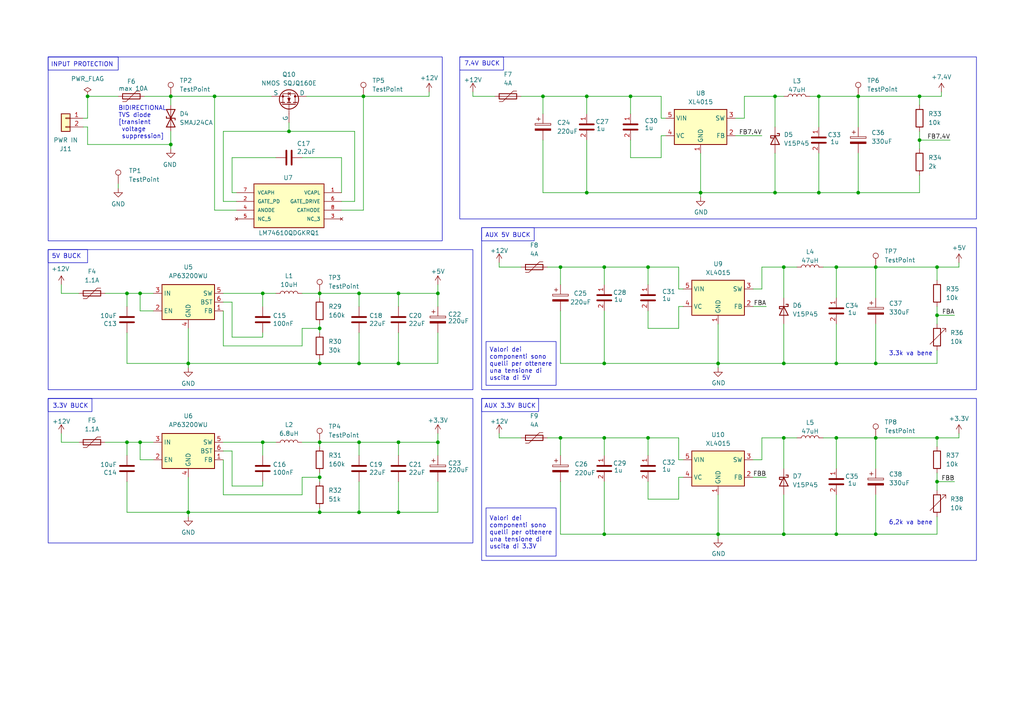
<source format=kicad_sch>
(kicad_sch
	(version 20250114)
	(generator "eeschema")
	(generator_version "9.0")
	(uuid "953086fa-c3ab-4cb2-ae4d-3ea7d054a997")
	(paper "A4")
	
	(rectangle
		(start 139.7 115.57)
		(end 283.21 162.56)
		(stroke
			(width 0)
			(type default)
		)
		(fill
			(type none)
		)
		(uuid 01c16c20-3398-461b-a340-24291d3e79b5)
	)
	(rectangle
		(start 133.35 16.51)
		(end 146.05 20.32)
		(stroke
			(width 0)
			(type default)
		)
		(fill
			(type none)
		)
		(uuid 0b34e581-663e-49f6-9059-46b50d62720f)
	)
	(rectangle
		(start 13.97 72.39)
		(end 137.16 113.03)
		(stroke
			(width 0)
			(type default)
		)
		(fill
			(type none)
		)
		(uuid 0eed0fee-73d2-4174-9689-a5d68fabccde)
	)
	(rectangle
		(start 139.7 66.04)
		(end 283.21 113.03)
		(stroke
			(width 0)
			(type default)
		)
		(fill
			(type none)
		)
		(uuid 28235954-b966-4978-8fba-de6d9e20e72f)
	)
	(rectangle
		(start 13.97 72.39)
		(end 25.4 76.2)
		(stroke
			(width 0)
			(type default)
		)
		(fill
			(type none)
		)
		(uuid 33c6471a-db59-4940-814d-6e57921b7b7e)
	)
	(rectangle
		(start 13.97 115.57)
		(end 26.67 119.38)
		(stroke
			(width 0)
			(type default)
		)
		(fill
			(type none)
		)
		(uuid 5a658950-db62-4c10-b920-e2d599910311)
	)
	(rectangle
		(start 13.97 16.51)
		(end 34.29 20.32)
		(stroke
			(width 0)
			(type default)
		)
		(fill
			(type none)
		)
		(uuid 73bb95e7-fde6-4594-8c82-59ad11c60fe5)
	)
	(rectangle
		(start 139.7 115.57)
		(end 156.21 119.38)
		(stroke
			(width 0)
			(type default)
		)
		(fill
			(type none)
		)
		(uuid c5d2ba25-ad33-4809-8f71-2a8f0422ff8d)
	)
	(rectangle
		(start 139.7 66.04)
		(end 154.94 69.85)
		(stroke
			(width 0)
			(type default)
		)
		(fill
			(type none)
		)
		(uuid d08f71a0-92cc-4596-a40c-d212729834d9)
	)
	(rectangle
		(start 133.35 16.51)
		(end 283.21 63.5)
		(stroke
			(width 0)
			(type default)
		)
		(fill
			(type none)
		)
		(uuid d2af9eb6-eb6e-4e76-8f9b-e35205ef100e)
	)
	(rectangle
		(start 13.97 16.51)
		(end 128.27 69.85)
		(stroke
			(width 0)
			(type default)
		)
		(fill
			(type none)
		)
		(uuid e838876a-9fa9-4ff1-97f4-66df09e52fd1)
	)
	(rectangle
		(start 13.97 115.57)
		(end 137.16 157.48)
		(stroke
			(width 0)
			(type default)
		)
		(fill
			(type none)
		)
		(uuid e9ec95ae-7d47-480e-9e60-802144d987c5)
	)
	(text "5V BUCK"
		(exclude_from_sim no)
		(at 14.986 74.422 0)
		(effects
			(font
				(size 1.27 1.27)
			)
			(justify left)
		)
		(uuid "0bcb6ac3-a82d-4d28-bcbf-551622b3a01d")
	)
	(text "6,2k va bene\n"
		(exclude_from_sim no)
		(at 264.16 151.638 0)
		(effects
			(font
				(size 1.27 1.27)
			)
		)
		(uuid "44f90ae8-91c9-4c64-947c-d3960c530028")
	)
	(text "BIDIRECTIONAL \nTVS diode\n[transient \n voltage\n suppression]"
		(exclude_from_sim no)
		(at 34.29 30.734 0)
		(effects
			(font
				(size 1.27 1.27)
			)
			(justify left top)
		)
		(uuid "4f9bec00-4cb7-456f-8340-e33e382fa66a")
	)
	(text "3.3k va bene\n"
		(exclude_from_sim no)
		(at 264.16 102.616 0)
		(effects
			(font
				(size 1.27 1.27)
			)
		)
		(uuid "55dafc59-777a-4287-9c8d-7abfd9f485f0")
	)
	(text "3.3V BUCK"
		(exclude_from_sim no)
		(at 15.24 117.856 0)
		(effects
			(font
				(size 1.27 1.27)
			)
			(justify left)
		)
		(uuid "854a29ea-5219-442a-9cf5-28eae99ca964")
	)
	(text "7.4V BUCK"
		(exclude_from_sim no)
		(at 134.62 18.542 0)
		(effects
			(font
				(size 1.27 1.27)
			)
			(justify left)
		)
		(uuid "c239794b-f2a2-435c-b27d-e8061d342d6f")
	)
	(text "INPUT PROTECTION"
		(exclude_from_sim no)
		(at 14.732 18.796 0)
		(effects
			(font
				(size 1.27 1.27)
			)
			(justify left)
		)
		(uuid "c5d5e284-b3fd-4ab8-8e7a-70fe5b3d98f7")
	)
	(text "AUX 3.3V BUCK"
		(exclude_from_sim no)
		(at 140.462 117.856 0)
		(effects
			(font
				(size 1.27 1.27)
			)
			(justify left)
		)
		(uuid "daad75d5-3b43-466e-85be-23c86d45bd6b")
	)
	(text "AUX 5V BUCK"
		(exclude_from_sim no)
		(at 140.716 68.326 0)
		(effects
			(font
				(size 1.27 1.27)
			)
			(justify left)
		)
		(uuid "f6e59106-103b-4179-9bb4-9a2feb243659")
	)
	(text_box "Valori dei componenti sono quelli per ottenere una tensione di uscita di 3.3V\n"
		(exclude_from_sim no)
		(at 140.97 147.32 0)
		(size 20.32 13.97)
		(margins 0.9525 0.9525 0.9525 0.9525)
		(stroke
			(width 0)
			(type solid)
		)
		(fill
			(type none)
		)
		(effects
			(font
				(size 1.27 1.27)
			)
			(justify left)
		)
		(uuid "da0936d2-b3ab-47f3-995e-62e750989d22")
	)
	(text_box "Valori dei componenti sono quelli per ottenere una tensione di uscita di 5V\n"
		(exclude_from_sim no)
		(at 140.97 99.06 0)
		(size 20.3199 12.7)
		(margins 0.9525 0.9525 0.9525 0.9525)
		(stroke
			(width 0)
			(type solid)
		)
		(fill
			(type none)
		)
		(effects
			(font
				(size 1.27 1.27)
			)
			(justify left)
		)
		(uuid "f0eab02e-f56f-49d0-90aa-2de7845d4ca9")
	)
	(junction
		(at 187.96 77.47)
		(diameter 0)
		(color 0 0 0 0)
		(uuid "087bccb8-e3a1-47d2-b309-037eff75f5bb")
	)
	(junction
		(at 254 77.47)
		(diameter 0)
		(color 0 0 0 0)
		(uuid "0957c6ec-4f8b-4a7c-a139-261ebb4a4735")
	)
	(junction
		(at 224.79 27.94)
		(diameter 0)
		(color 0 0 0 0)
		(uuid "0ca24ff4-e949-4034-b5aa-8aadd2aec52d")
	)
	(junction
		(at 76.2 128.27)
		(diameter 0)
		(color 0 0 0 0)
		(uuid "0e60f2cd-4622-4c0f-80f4-c86c1569d4d5")
	)
	(junction
		(at 227.33 127)
		(diameter 0)
		(color 0 0 0 0)
		(uuid "172fb73b-c42c-4acd-8b44-d394f3fd52aa")
	)
	(junction
		(at 242.57 127)
		(diameter 0)
		(color 0 0 0 0)
		(uuid "1df07dc2-0f05-45a5-9d73-1185e9da453d")
	)
	(junction
		(at 36.83 85.09)
		(diameter 0)
		(color 0 0 0 0)
		(uuid "201cf608-9571-435d-b0f8-b931333173b3")
	)
	(junction
		(at 104.14 148.59)
		(diameter 0)
		(color 0 0 0 0)
		(uuid "2542e829-4f26-4393-9d07-06730aa74fe6")
	)
	(junction
		(at 242.57 105.41)
		(diameter 0)
		(color 0 0 0 0)
		(uuid "25884d0e-010e-4e46-a645-a1fcc770a8e4")
	)
	(junction
		(at 175.26 77.47)
		(diameter 0)
		(color 0 0 0 0)
		(uuid "2ab38761-a14f-41c5-bfd6-96f5b41c2419")
	)
	(junction
		(at 271.78 127)
		(diameter 0)
		(color 0 0 0 0)
		(uuid "2c88b309-a0ee-4b60-ac06-a3f8ced92e1a")
	)
	(junction
		(at 40.64 128.27)
		(diameter 0)
		(color 0 0 0 0)
		(uuid "2d69ff90-7beb-4b11-af23-e40244252656")
	)
	(junction
		(at 115.57 148.59)
		(diameter 0)
		(color 0 0 0 0)
		(uuid "2f4f3603-d2da-4d4d-b777-4609997e68c2")
	)
	(junction
		(at 175.26 154.94)
		(diameter 0)
		(color 0 0 0 0)
		(uuid "3070ff40-e11f-4da8-b371-3264cd72adb4")
	)
	(junction
		(at 104.14 85.09)
		(diameter 0)
		(color 0 0 0 0)
		(uuid "30fa938e-f341-4d15-b867-4e680c3f96a1")
	)
	(junction
		(at 254 154.94)
		(diameter 0)
		(color 0 0 0 0)
		(uuid "35687b32-39b7-48f8-9728-44acb118ec5c")
	)
	(junction
		(at 25.4 27.94)
		(diameter 0)
		(color 0 0 0 0)
		(uuid "38babd6f-c622-4899-a969-6cbc4354a6fa")
	)
	(junction
		(at 83.82 38.1)
		(diameter 0)
		(color 0 0 0 0)
		(uuid "3d624da9-d414-486f-bd34-f6cf26546282")
	)
	(junction
		(at 208.28 154.94)
		(diameter 0)
		(color 0 0 0 0)
		(uuid "464b5f41-6414-4fff-bbc2-272f97cec06f")
	)
	(junction
		(at 248.92 55.88)
		(diameter 0)
		(color 0 0 0 0)
		(uuid "4a2798de-1764-4f29-9b3b-fd0272870f83")
	)
	(junction
		(at 104.14 128.27)
		(diameter 0)
		(color 0 0 0 0)
		(uuid "4a47003d-ee08-47be-aad1-6e12fba22525")
	)
	(junction
		(at 115.57 85.09)
		(diameter 0)
		(color 0 0 0 0)
		(uuid "4c22c0e0-6d43-401f-a26b-f5645717c257")
	)
	(junction
		(at 115.57 105.41)
		(diameter 0)
		(color 0 0 0 0)
		(uuid "4cc24344-41ef-4fdb-b837-2d39b8e9ee29")
	)
	(junction
		(at 254 127)
		(diameter 0)
		(color 0 0 0 0)
		(uuid "5743116d-d2af-4358-a285-44a2137808a4")
	)
	(junction
		(at 227.33 154.94)
		(diameter 0)
		(color 0 0 0 0)
		(uuid "592579de-30d4-4fca-8934-8c144c0d00f2")
	)
	(junction
		(at 115.57 128.27)
		(diameter 0)
		(color 0 0 0 0)
		(uuid "5e07fe7f-8b54-4e23-8c90-47bac361092e")
	)
	(junction
		(at 248.92 27.94)
		(diameter 0)
		(color 0 0 0 0)
		(uuid "66c1d1db-9bfc-4563-9759-d2d9cd97b529")
	)
	(junction
		(at 62.23 27.94)
		(diameter 0)
		(color 0 0 0 0)
		(uuid "6b77dd12-7f97-43ba-a67a-da6beb6e2ee6")
	)
	(junction
		(at 40.64 85.09)
		(diameter 0)
		(color 0 0 0 0)
		(uuid "71868675-2714-413b-b952-9a530d42b5ab")
	)
	(junction
		(at 237.49 55.88)
		(diameter 0)
		(color 0 0 0 0)
		(uuid "785e8789-d12d-4e2a-8cf6-c5c73f508b3d")
	)
	(junction
		(at 271.78 77.47)
		(diameter 0)
		(color 0 0 0 0)
		(uuid "79d83e89-eba0-4cac-9e7f-928fbf9b9141")
	)
	(junction
		(at 162.56 77.47)
		(diameter 0)
		(color 0 0 0 0)
		(uuid "7a0996bb-58ef-418f-8a0a-367ce467f54d")
	)
	(junction
		(at 187.96 127)
		(diameter 0)
		(color 0 0 0 0)
		(uuid "7a4bb8b6-e12f-458c-9bce-681fc8998186")
	)
	(junction
		(at 170.18 27.94)
		(diameter 0)
		(color 0 0 0 0)
		(uuid "7ad3d55d-c758-412e-9ca6-d4b487bb53a4")
	)
	(junction
		(at 92.71 128.27)
		(diameter 0)
		(color 0 0 0 0)
		(uuid "837f92af-7301-4942-bdeb-89c30fd40fb9")
	)
	(junction
		(at 49.53 27.94)
		(diameter 0)
		(color 0 0 0 0)
		(uuid "84f79a93-a816-4ce0-bfbf-d25e3e97eb60")
	)
	(junction
		(at 271.78 91.44)
		(diameter 0)
		(color 0 0 0 0)
		(uuid "8a14ebc2-ceae-47ed-9dc2-b43fec5081de")
	)
	(junction
		(at 266.7 27.94)
		(diameter 0)
		(color 0 0 0 0)
		(uuid "8a25d21e-293c-42d4-9bad-731458e515cd")
	)
	(junction
		(at 92.71 105.41)
		(diameter 0)
		(color 0 0 0 0)
		(uuid "8aa06fd0-8b9e-4542-9d86-a13bacea0326")
	)
	(junction
		(at 162.56 127)
		(diameter 0)
		(color 0 0 0 0)
		(uuid "8b071b85-16fe-456e-a5d2-0f3d5aec653a")
	)
	(junction
		(at 242.57 77.47)
		(diameter 0)
		(color 0 0 0 0)
		(uuid "8b36d95f-d472-49cc-a4c2-e1c6ef65af90")
	)
	(junction
		(at 54.61 148.59)
		(diameter 0)
		(color 0 0 0 0)
		(uuid "8f12fdd2-0efa-4747-99eb-168b82491c66")
	)
	(junction
		(at 49.53 41.91)
		(diameter 0)
		(color 0 0 0 0)
		(uuid "9088ef99-053a-4b2b-a746-c8a6e1f6d653")
	)
	(junction
		(at 271.78 139.7)
		(diameter 0)
		(color 0 0 0 0)
		(uuid "93df2044-003f-4e0c-94cb-80ae6cab83ed")
	)
	(junction
		(at 227.33 105.41)
		(diameter 0)
		(color 0 0 0 0)
		(uuid "99b49272-3cc4-4b7b-83c3-386ae141b824")
	)
	(junction
		(at 203.2 55.88)
		(diameter 0)
		(color 0 0 0 0)
		(uuid "9c2aa78f-30d3-4610-b8f9-53d9d7e75404")
	)
	(junction
		(at 92.71 95.25)
		(diameter 0)
		(color 0 0 0 0)
		(uuid "9fc07323-c7d8-4417-93b8-1091b516a411")
	)
	(junction
		(at 105.41 27.94)
		(diameter 0)
		(color 0 0 0 0)
		(uuid "aed42238-3c39-4b40-ada0-8cfca386f5e9")
	)
	(junction
		(at 92.71 148.59)
		(diameter 0)
		(color 0 0 0 0)
		(uuid "b3dce36a-c34f-48cd-9f3e-41ef363e818a")
	)
	(junction
		(at 242.57 154.94)
		(diameter 0)
		(color 0 0 0 0)
		(uuid "b6c0c441-fbf8-47c4-828e-7dc8f1350ff0")
	)
	(junction
		(at 170.18 55.88)
		(diameter 0)
		(color 0 0 0 0)
		(uuid "bdae7c55-11bc-4c54-988a-e73ed4809c31")
	)
	(junction
		(at 224.79 55.88)
		(diameter 0)
		(color 0 0 0 0)
		(uuid "be097ec6-6c16-477a-afdc-684addcf61de")
	)
	(junction
		(at 237.49 27.94)
		(diameter 0)
		(color 0 0 0 0)
		(uuid "bee532ab-732d-49b1-ac2a-2d87ff4d069f")
	)
	(junction
		(at 266.7 40.64)
		(diameter 0)
		(color 0 0 0 0)
		(uuid "bf8b3fdc-2b61-4182-adee-b389ea69811b")
	)
	(junction
		(at 92.71 85.09)
		(diameter 0)
		(color 0 0 0 0)
		(uuid "c789b7f6-8ec3-4e6c-9edf-6ffd45ca78ac")
	)
	(junction
		(at 104.14 105.41)
		(diameter 0)
		(color 0 0 0 0)
		(uuid "cd0a321c-b2f1-4c6c-817a-d841d9db5e3d")
	)
	(junction
		(at 175.26 105.41)
		(diameter 0)
		(color 0 0 0 0)
		(uuid "cde5fd11-b719-431a-b34c-e25eaea94479")
	)
	(junction
		(at 76.2 85.09)
		(diameter 0)
		(color 0 0 0 0)
		(uuid "d63f1001-a492-41c1-aed0-be6877690765")
	)
	(junction
		(at 127 128.27)
		(diameter 0)
		(color 0 0 0 0)
		(uuid "dc11f7e7-4b3c-4fb5-8257-35cf727967dc")
	)
	(junction
		(at 254 105.41)
		(diameter 0)
		(color 0 0 0 0)
		(uuid "e737a187-8bb1-4bcd-b9c8-a36ad705dd81")
	)
	(junction
		(at 36.83 128.27)
		(diameter 0)
		(color 0 0 0 0)
		(uuid "ea7e5f03-9a35-4367-bbb1-5961f863e3c4")
	)
	(junction
		(at 54.61 105.41)
		(diameter 0)
		(color 0 0 0 0)
		(uuid "ea847085-2ce4-48d2-a641-9be796e26cfb")
	)
	(junction
		(at 227.33 77.47)
		(diameter 0)
		(color 0 0 0 0)
		(uuid "ebb60d29-53f8-490f-9260-aeb70eb03e5a")
	)
	(junction
		(at 175.26 127)
		(diameter 0)
		(color 0 0 0 0)
		(uuid "ef095912-3137-4232-971d-d4bfc6bc5daf")
	)
	(junction
		(at 157.48 27.94)
		(diameter 0)
		(color 0 0 0 0)
		(uuid "f00a6d89-0e5d-4bf0-8b2a-9c5cc356c7b5")
	)
	(junction
		(at 208.28 105.41)
		(diameter 0)
		(color 0 0 0 0)
		(uuid "f141781c-ee45-4158-90a7-b257e61d8923")
	)
	(junction
		(at 92.71 138.43)
		(diameter 0)
		(color 0 0 0 0)
		(uuid "f3c72a3b-e355-4224-a305-e4348a9261d0")
	)
	(junction
		(at 127 85.09)
		(diameter 0)
		(color 0 0 0 0)
		(uuid "f584771c-d7c7-4933-b9b5-cd9995096f31")
	)
	(junction
		(at 182.88 27.94)
		(diameter 0)
		(color 0 0 0 0)
		(uuid "f941a74c-8603-4fe8-85ae-47534733ff10")
	)
	(wire
		(pts
			(xy 36.83 105.41) (xy 54.61 105.41)
		)
		(stroke
			(width 0)
			(type default)
		)
		(uuid "00ccc55d-f4c5-44ae-9f4d-d445de9d2138")
	)
	(wire
		(pts
			(xy 99.06 45.72) (xy 99.06 55.88)
		)
		(stroke
			(width 0)
			(type default)
		)
		(uuid "01578830-9dd0-4e9c-9168-d55940c0ebee")
	)
	(wire
		(pts
			(xy 242.57 105.41) (xy 254 105.41)
		)
		(stroke
			(width 0)
			(type default)
		)
		(uuid "021a41de-f4c3-479e-9e7f-f8d5c4b70830")
	)
	(wire
		(pts
			(xy 191.77 27.94) (xy 191.77 34.29)
		)
		(stroke
			(width 0)
			(type default)
		)
		(uuid "0240eede-1dd8-4bf7-b3c4-b2089468624c")
	)
	(wire
		(pts
			(xy 215.9 27.94) (xy 215.9 34.29)
		)
		(stroke
			(width 0)
			(type default)
		)
		(uuid "02824fbe-923b-4b28-9079-0d6d63fb2341")
	)
	(wire
		(pts
			(xy 115.57 105.41) (xy 127 105.41)
		)
		(stroke
			(width 0)
			(type default)
		)
		(uuid "02cddfed-b990-4c95-a8da-f4698f6b339a")
	)
	(wire
		(pts
			(xy 266.7 38.1) (xy 266.7 40.64)
		)
		(stroke
			(width 0)
			(type default)
		)
		(uuid "0534c616-af61-448e-b412-ca7d0706c015")
	)
	(wire
		(pts
			(xy 137.16 27.94) (xy 137.16 26.67)
		)
		(stroke
			(width 0)
			(type default)
		)
		(uuid "0566275e-4288-44b5-920e-4d0bf03e74a7")
	)
	(wire
		(pts
			(xy 187.96 77.47) (xy 196.85 77.47)
		)
		(stroke
			(width 0)
			(type default)
		)
		(uuid "096c42f1-8870-4cd4-85db-bfa7c6446032")
	)
	(wire
		(pts
			(xy 25.4 41.91) (xy 49.53 41.91)
		)
		(stroke
			(width 0)
			(type default)
		)
		(uuid "09d2383d-6faa-45d4-b89b-702e69e29ceb")
	)
	(wire
		(pts
			(xy 115.57 128.27) (xy 115.57 132.08)
		)
		(stroke
			(width 0)
			(type default)
		)
		(uuid "0b936c09-d1ab-48b5-8a1d-a49d7e584b6d")
	)
	(wire
		(pts
			(xy 92.71 93.98) (xy 92.71 95.25)
		)
		(stroke
			(width 0)
			(type default)
		)
		(uuid "0de3471a-bfce-4665-b399-fb31d6cd18e9")
	)
	(wire
		(pts
			(xy 222.25 138.43) (xy 218.44 138.43)
		)
		(stroke
			(width 0)
			(type default)
		)
		(uuid "0e69e592-9220-411b-b1b8-1e07b546c34e")
	)
	(wire
		(pts
			(xy 203.2 55.88) (xy 224.79 55.88)
		)
		(stroke
			(width 0)
			(type default)
		)
		(uuid "0f49264c-d995-4783-a578-cfe7e01012b1")
	)
	(wire
		(pts
			(xy 25.4 34.29) (xy 24.13 34.29)
		)
		(stroke
			(width 0)
			(type default)
		)
		(uuid "0f6f8e87-ce33-4901-a258-8206fd096a1a")
	)
	(wire
		(pts
			(xy 227.33 77.47) (xy 231.14 77.47)
		)
		(stroke
			(width 0)
			(type default)
		)
		(uuid "1100088f-95b7-45d6-8049-ea3ebfc6ad81")
	)
	(wire
		(pts
			(xy 115.57 85.09) (xy 115.57 88.9)
		)
		(stroke
			(width 0)
			(type default)
		)
		(uuid "1161e686-fd39-4dd7-b42e-4023798b0b02")
	)
	(wire
		(pts
			(xy 92.71 137.16) (xy 92.71 138.43)
		)
		(stroke
			(width 0)
			(type default)
		)
		(uuid "11abf63f-0038-427a-a9b8-c8d11dd539e4")
	)
	(wire
		(pts
			(xy 170.18 27.94) (xy 182.88 27.94)
		)
		(stroke
			(width 0)
			(type default)
		)
		(uuid "14a3cd1b-d658-4be8-830d-daf6e78aec65")
	)
	(wire
		(pts
			(xy 220.98 133.35) (xy 218.44 133.35)
		)
		(stroke
			(width 0)
			(type default)
		)
		(uuid "14e65cbd-abfa-4a20-a1da-ce02e8fd249c")
	)
	(wire
		(pts
			(xy 144.78 127) (xy 144.78 125.73)
		)
		(stroke
			(width 0)
			(type default)
		)
		(uuid "15010e38-076b-4315-9334-6b011706aec8")
	)
	(wire
		(pts
			(xy 187.96 95.25) (xy 196.85 95.25)
		)
		(stroke
			(width 0)
			(type default)
		)
		(uuid "15947079-2965-4ade-aa02-28cab4fea979")
	)
	(wire
		(pts
			(xy 157.48 33.02) (xy 157.48 27.94)
		)
		(stroke
			(width 0)
			(type default)
		)
		(uuid "18c0f0d7-d002-44c9-88f7-bdb837eeb5e5")
	)
	(wire
		(pts
			(xy 54.61 149.86) (xy 54.61 148.59)
		)
		(stroke
			(width 0)
			(type default)
		)
		(uuid "1dd8e54d-010e-4b81-86a5-089c47d8ee37")
	)
	(wire
		(pts
			(xy 254 143.51) (xy 254 154.94)
		)
		(stroke
			(width 0)
			(type default)
		)
		(uuid "1df9b800-bfdd-4e10-a6ab-b5aca0f89dc3")
	)
	(wire
		(pts
			(xy 182.88 33.02) (xy 182.88 27.94)
		)
		(stroke
			(width 0)
			(type default)
		)
		(uuid "1dfc2643-39a1-405b-9033-7c75b0d13337")
	)
	(wire
		(pts
			(xy 196.85 133.35) (xy 198.12 133.35)
		)
		(stroke
			(width 0)
			(type default)
		)
		(uuid "1e0bb08c-d741-4489-a6a6-ecede84ebaf7")
	)
	(wire
		(pts
			(xy 162.56 127) (xy 175.26 127)
		)
		(stroke
			(width 0)
			(type default)
		)
		(uuid "1e13134f-e0b4-4c10-9ebf-aac345570136")
	)
	(wire
		(pts
			(xy 227.33 77.47) (xy 227.33 86.36)
		)
		(stroke
			(width 0)
			(type default)
		)
		(uuid "1ed89055-278a-49ec-921d-3b21f149d5ae")
	)
	(wire
		(pts
			(xy 25.4 36.83) (xy 25.4 41.91)
		)
		(stroke
			(width 0)
			(type default)
		)
		(uuid "1f594c86-3f96-4eb7-a918-eb8fc7ef9c05")
	)
	(wire
		(pts
			(xy 87.63 143.51) (xy 87.63 138.43)
		)
		(stroke
			(width 0)
			(type default)
		)
		(uuid "1f754ce4-e64a-427b-8cbe-7d3e626bf493")
	)
	(wire
		(pts
			(xy 92.71 104.14) (xy 92.71 105.41)
		)
		(stroke
			(width 0)
			(type default)
		)
		(uuid "21ab33f1-d37e-4dea-b758-23dbf14beb4a")
	)
	(wire
		(pts
			(xy 276.86 91.44) (xy 271.78 91.44)
		)
		(stroke
			(width 0)
			(type default)
		)
		(uuid "2473bb57-0013-4713-901e-60d8e074a767")
	)
	(wire
		(pts
			(xy 238.76 127) (xy 242.57 127)
		)
		(stroke
			(width 0)
			(type default)
		)
		(uuid "24ed5741-45ac-40f7-b9a3-494df80f0579")
	)
	(wire
		(pts
			(xy 191.77 39.37) (xy 193.04 39.37)
		)
		(stroke
			(width 0)
			(type default)
		)
		(uuid "2640f0c9-b76f-4c0d-9ac9-c29a65139c69")
	)
	(wire
		(pts
			(xy 242.57 143.51) (xy 242.57 154.94)
		)
		(stroke
			(width 0)
			(type default)
		)
		(uuid "26866328-d4aa-442f-85f3-67f3ab3cd143")
	)
	(wire
		(pts
			(xy 62.23 60.96) (xy 68.58 60.96)
		)
		(stroke
			(width 0)
			(type default)
		)
		(uuid "291f2132-5a64-448b-bd2b-a3708b9ad9db")
	)
	(wire
		(pts
			(xy 248.92 27.94) (xy 248.92 36.83)
		)
		(stroke
			(width 0)
			(type default)
		)
		(uuid "2adde2ec-7986-4d6d-b94f-7518494c80cc")
	)
	(wire
		(pts
			(xy 64.77 128.27) (xy 76.2 128.27)
		)
		(stroke
			(width 0)
			(type default)
		)
		(uuid "2b26a455-143b-4ce8-835e-46d916db2022")
	)
	(wire
		(pts
			(xy 254 127) (xy 254 135.89)
		)
		(stroke
			(width 0)
			(type default)
		)
		(uuid "2c2bb239-994e-4b98-a9b3-4fa403b47ae7")
	)
	(wire
		(pts
			(xy 40.64 90.17) (xy 40.64 85.09)
		)
		(stroke
			(width 0)
			(type default)
		)
		(uuid "2fe5f565-5027-49b6-a598-1d395c397f20")
	)
	(wire
		(pts
			(xy 175.26 77.47) (xy 187.96 77.47)
		)
		(stroke
			(width 0)
			(type default)
		)
		(uuid "310fdbc7-90ca-412c-8dea-ce917e5a36ff")
	)
	(wire
		(pts
			(xy 175.26 132.08) (xy 175.26 127)
		)
		(stroke
			(width 0)
			(type default)
		)
		(uuid "31a7becc-d727-4c93-aceb-cd734ed65b38")
	)
	(wire
		(pts
			(xy 278.13 125.73) (xy 278.13 127)
		)
		(stroke
			(width 0)
			(type default)
		)
		(uuid "323439f5-7d65-42b8-93c8-edfec8363640")
	)
	(wire
		(pts
			(xy 208.28 154.94) (xy 227.33 154.94)
		)
		(stroke
			(width 0)
			(type default)
		)
		(uuid "329212cd-0b1d-4fbe-9732-24a08ed85104")
	)
	(wire
		(pts
			(xy 76.2 85.09) (xy 76.2 88.9)
		)
		(stroke
			(width 0)
			(type default)
		)
		(uuid "32a995e0-9ec1-4a00-ab8c-4f503f9e48db")
	)
	(wire
		(pts
			(xy 87.63 85.09) (xy 92.71 85.09)
		)
		(stroke
			(width 0)
			(type default)
		)
		(uuid "33ab1b19-3b7a-4151-9a40-09052fdb4717")
	)
	(wire
		(pts
			(xy 105.41 27.94) (xy 105.41 60.96)
		)
		(stroke
			(width 0)
			(type default)
		)
		(uuid "3453505f-fdc9-4ee1-afe1-adcfd6338b4e")
	)
	(wire
		(pts
			(xy 220.98 39.37) (xy 213.36 39.37)
		)
		(stroke
			(width 0)
			(type default)
		)
		(uuid "3478a47d-31c2-477d-a06b-1a8aa7485a78")
	)
	(wire
		(pts
			(xy 127 125.73) (xy 127 128.27)
		)
		(stroke
			(width 0)
			(type default)
		)
		(uuid "34d20d95-3f82-411f-b247-1231f897379b")
	)
	(wire
		(pts
			(xy 275.59 40.64) (xy 266.7 40.64)
		)
		(stroke
			(width 0)
			(type default)
		)
		(uuid "34eb1e5c-7fa6-4c9e-b3a7-6db0de4ddd28")
	)
	(wire
		(pts
			(xy 208.28 105.41) (xy 208.28 93.98)
		)
		(stroke
			(width 0)
			(type default)
		)
		(uuid "35a3dc13-730c-43a8-9637-d23961d35c41")
	)
	(wire
		(pts
			(xy 54.61 148.59) (xy 92.71 148.59)
		)
		(stroke
			(width 0)
			(type default)
		)
		(uuid "35dfac12-9a4a-4d47-b8a2-03870fc31bd7")
	)
	(wire
		(pts
			(xy 182.88 40.64) (xy 182.88 45.72)
		)
		(stroke
			(width 0)
			(type default)
		)
		(uuid "370b03f5-0f0f-48f8-911b-cae7cee6ca4a")
	)
	(wire
		(pts
			(xy 175.26 82.55) (xy 175.26 77.47)
		)
		(stroke
			(width 0)
			(type default)
		)
		(uuid "379029e7-85bf-4c19-bdfa-76ac18e2bda4")
	)
	(wire
		(pts
			(xy 36.83 85.09) (xy 40.64 85.09)
		)
		(stroke
			(width 0)
			(type default)
		)
		(uuid "37d01d0e-1221-447c-a5ba-969e6b9e0a8c")
	)
	(wire
		(pts
			(xy 175.26 105.41) (xy 175.26 90.17)
		)
		(stroke
			(width 0)
			(type default)
		)
		(uuid "38654bfc-e11a-4e63-92e9-80dc0a7e2d86")
	)
	(wire
		(pts
			(xy 41.91 27.94) (xy 49.53 27.94)
		)
		(stroke
			(width 0)
			(type default)
		)
		(uuid "38f64558-0f34-49fc-bcf7-1b19ab961e9a")
	)
	(wire
		(pts
			(xy 271.78 101.6) (xy 271.78 105.41)
		)
		(stroke
			(width 0)
			(type default)
		)
		(uuid "39ce04a6-e96e-47be-af7d-fca6e77cfe19")
	)
	(wire
		(pts
			(xy 76.2 97.79) (xy 76.2 96.52)
		)
		(stroke
			(width 0)
			(type default)
		)
		(uuid "39e837ab-663b-41cb-b7cd-fc09a5d83545")
	)
	(wire
		(pts
			(xy 127 96.52) (xy 127 105.41)
		)
		(stroke
			(width 0)
			(type default)
		)
		(uuid "3a206e21-1356-40ba-a726-769e36245e97")
	)
	(wire
		(pts
			(xy 137.16 27.94) (xy 143.51 27.94)
		)
		(stroke
			(width 0)
			(type default)
		)
		(uuid "3a3981a4-98f4-4cbe-a59b-901ba5d12c8f")
	)
	(wire
		(pts
			(xy 40.64 90.17) (xy 44.45 90.17)
		)
		(stroke
			(width 0)
			(type default)
		)
		(uuid "3b365e97-9a51-4354-a113-b5d0f36c3696")
	)
	(wire
		(pts
			(xy 162.56 154.94) (xy 175.26 154.94)
		)
		(stroke
			(width 0)
			(type default)
		)
		(uuid "3bca0c9b-4daf-44de-abf0-c23ff189d1b8")
	)
	(wire
		(pts
			(xy 242.57 127) (xy 254 127)
		)
		(stroke
			(width 0)
			(type default)
		)
		(uuid "3db16623-0a69-41f3-af8c-f351432209bb")
	)
	(wire
		(pts
			(xy 99.06 60.96) (xy 105.41 60.96)
		)
		(stroke
			(width 0)
			(type default)
		)
		(uuid "3db42c4d-ae37-4856-8e6f-f24ae7fb7020")
	)
	(wire
		(pts
			(xy 271.78 77.47) (xy 271.78 81.28)
		)
		(stroke
			(width 0)
			(type default)
		)
		(uuid "3e39135b-c978-451d-bb1e-61eb783df12f")
	)
	(wire
		(pts
			(xy 224.79 27.94) (xy 227.33 27.94)
		)
		(stroke
			(width 0)
			(type default)
		)
		(uuid "3e9f7af7-3384-49ab-8239-f9e582e27a74")
	)
	(wire
		(pts
			(xy 158.75 127) (xy 162.56 127)
		)
		(stroke
			(width 0)
			(type default)
		)
		(uuid "401777c5-722a-46b3-9200-76c1113d594b")
	)
	(wire
		(pts
			(xy 242.57 77.47) (xy 242.57 86.36)
		)
		(stroke
			(width 0)
			(type default)
		)
		(uuid "4197d5de-9146-4aa0-ae20-87324d588d79")
	)
	(wire
		(pts
			(xy 254 127) (xy 271.78 127)
		)
		(stroke
			(width 0)
			(type default)
		)
		(uuid "42a5241d-e613-4e9b-9d1b-0dd6931ce49b")
	)
	(wire
		(pts
			(xy 220.98 77.47) (xy 227.33 77.47)
		)
		(stroke
			(width 0)
			(type default)
		)
		(uuid "43842efc-919c-407f-aed5-bcbc3b6aab17")
	)
	(wire
		(pts
			(xy 208.28 156.21) (xy 208.28 154.94)
		)
		(stroke
			(width 0)
			(type default)
		)
		(uuid "44812c3e-079f-486f-a294-380882528c15")
	)
	(wire
		(pts
			(xy 49.53 38.1) (xy 49.53 41.91)
		)
		(stroke
			(width 0)
			(type default)
		)
		(uuid "462f3a13-882b-4aed-a907-086803e6927c")
	)
	(wire
		(pts
			(xy 266.7 50.8) (xy 266.7 55.88)
		)
		(stroke
			(width 0)
			(type default)
		)
		(uuid "46664790-fda9-456c-8968-e89ae66dc0d4")
	)
	(wire
		(pts
			(xy 25.4 34.29) (xy 25.4 27.94)
		)
		(stroke
			(width 0)
			(type default)
		)
		(uuid "47977073-aaaf-4460-92fe-025dfc0ab9cf")
	)
	(wire
		(pts
			(xy 227.33 93.98) (xy 227.33 105.41)
		)
		(stroke
			(width 0)
			(type default)
		)
		(uuid "47d11551-6b65-4ed9-aecf-f59cbbea1ec2")
	)
	(wire
		(pts
			(xy 208.28 105.41) (xy 227.33 105.41)
		)
		(stroke
			(width 0)
			(type default)
		)
		(uuid "4805b966-ea36-4c22-9384-5752adc1c524")
	)
	(wire
		(pts
			(xy 196.85 77.47) (xy 196.85 83.82)
		)
		(stroke
			(width 0)
			(type default)
		)
		(uuid "4962e439-a6e4-4b4a-a359-7899cf18455b")
	)
	(wire
		(pts
			(xy 182.88 45.72) (xy 191.77 45.72)
		)
		(stroke
			(width 0)
			(type default)
		)
		(uuid "49e33637-0864-4d07-ad63-f69c96f978f4")
	)
	(wire
		(pts
			(xy 271.78 137.16) (xy 271.78 139.7)
		)
		(stroke
			(width 0)
			(type default)
		)
		(uuid "4aafb478-4d9e-4a09-8509-3e29033562b7")
	)
	(wire
		(pts
			(xy 49.53 41.91) (xy 49.53 43.18)
		)
		(stroke
			(width 0)
			(type default)
		)
		(uuid "4b9b9703-ace3-4eb9-9179-12f829d9909c")
	)
	(wire
		(pts
			(xy 40.64 128.27) (xy 44.45 128.27)
		)
		(stroke
			(width 0)
			(type default)
		)
		(uuid "4c1b4f6d-50d3-412e-86d7-7e0b71cf6c5e")
	)
	(wire
		(pts
			(xy 220.98 127) (xy 220.98 133.35)
		)
		(stroke
			(width 0)
			(type default)
		)
		(uuid "4c61cc58-7d90-4106-8df1-83f9d4efab85")
	)
	(wire
		(pts
			(xy 87.63 138.43) (xy 92.71 138.43)
		)
		(stroke
			(width 0)
			(type default)
		)
		(uuid "4cbaf599-f0fb-499b-8b5d-f19bd6c63d9f")
	)
	(wire
		(pts
			(xy 157.48 27.94) (xy 170.18 27.94)
		)
		(stroke
			(width 0)
			(type default)
		)
		(uuid "4d1825f1-66e3-4b58-ae00-19bd92fffeb1")
	)
	(wire
		(pts
			(xy 224.79 27.94) (xy 224.79 36.83)
		)
		(stroke
			(width 0)
			(type default)
		)
		(uuid "4d3c0082-585d-432b-858f-f1c56d34fc16")
	)
	(wire
		(pts
			(xy 175.26 154.94) (xy 208.28 154.94)
		)
		(stroke
			(width 0)
			(type default)
		)
		(uuid "4d8dfb39-5d9f-4cd0-bf97-5228ebaab898")
	)
	(wire
		(pts
			(xy 162.56 90.17) (xy 162.56 105.41)
		)
		(stroke
			(width 0)
			(type default)
		)
		(uuid "4f9a0074-8641-4b7f-a3e2-543bc4a214eb")
	)
	(wire
		(pts
			(xy 234.95 27.94) (xy 237.49 27.94)
		)
		(stroke
			(width 0)
			(type default)
		)
		(uuid "503145e4-8b34-4c72-ab53-ff862b578f6e")
	)
	(wire
		(pts
			(xy 67.31 140.97) (xy 76.2 140.97)
		)
		(stroke
			(width 0)
			(type default)
		)
		(uuid "5082bca1-ff03-4235-baa8-3d68f908d132")
	)
	(wire
		(pts
			(xy 92.71 85.09) (xy 104.14 85.09)
		)
		(stroke
			(width 0)
			(type default)
		)
		(uuid "5101af33-0f6c-4fee-9e6d-1db4932d8b3a")
	)
	(wire
		(pts
			(xy 276.86 139.7) (xy 271.78 139.7)
		)
		(stroke
			(width 0)
			(type default)
		)
		(uuid "514011ba-6cdc-4676-8bc1-7faa24ffba2f")
	)
	(wire
		(pts
			(xy 64.77 100.33) (xy 87.63 100.33)
		)
		(stroke
			(width 0)
			(type default)
		)
		(uuid "523b6338-93e8-422d-b9b7-9ba104eef1c0")
	)
	(wire
		(pts
			(xy 215.9 34.29) (xy 213.36 34.29)
		)
		(stroke
			(width 0)
			(type default)
		)
		(uuid "52cbbe80-d060-4a1d-a350-e2cefdc2d287")
	)
	(wire
		(pts
			(xy 67.31 45.72) (xy 80.01 45.72)
		)
		(stroke
			(width 0)
			(type default)
		)
		(uuid "52cfddff-b13e-46b4-bf88-65ab2b4a25d4")
	)
	(wire
		(pts
			(xy 92.71 138.43) (xy 92.71 139.7)
		)
		(stroke
			(width 0)
			(type default)
		)
		(uuid "54d9b318-1f4f-4456-8321-c2f1681fa1a0")
	)
	(wire
		(pts
			(xy 196.85 88.9) (xy 198.12 88.9)
		)
		(stroke
			(width 0)
			(type default)
		)
		(uuid "54f45c6e-45cc-4a34-ad78-38153a90ca9d")
	)
	(wire
		(pts
			(xy 220.98 127) (xy 227.33 127)
		)
		(stroke
			(width 0)
			(type default)
		)
		(uuid "57960c0c-8e6c-48c8-8211-9cd5c82d5ed7")
	)
	(wire
		(pts
			(xy 67.31 55.88) (xy 68.58 55.88)
		)
		(stroke
			(width 0)
			(type default)
		)
		(uuid "580ba22c-3fd3-45f6-ba04-b2b146aeb3c9")
	)
	(wire
		(pts
			(xy 25.4 36.83) (xy 24.13 36.83)
		)
		(stroke
			(width 0)
			(type default)
		)
		(uuid "5818d71c-55ea-4ce1-bea3-9206cf0df998")
	)
	(wire
		(pts
			(xy 187.96 144.78) (xy 196.85 144.78)
		)
		(stroke
			(width 0)
			(type default)
		)
		(uuid "5a3098a8-e316-4198-875c-b997c8263e6b")
	)
	(wire
		(pts
			(xy 196.85 88.9) (xy 196.85 95.25)
		)
		(stroke
			(width 0)
			(type default)
		)
		(uuid "5a71f72d-d5c1-44ae-9627-04e9eb20c6f8")
	)
	(wire
		(pts
			(xy 64.77 130.81) (xy 67.31 130.81)
		)
		(stroke
			(width 0)
			(type default)
		)
		(uuid "5ab95aaa-1b41-4f20-adbd-8138b3696391")
	)
	(wire
		(pts
			(xy 242.57 77.47) (xy 254 77.47)
		)
		(stroke
			(width 0)
			(type default)
		)
		(uuid "5c086d1f-ab05-4c01-b657-4fe664c8fab7")
	)
	(wire
		(pts
			(xy 215.9 27.94) (xy 224.79 27.94)
		)
		(stroke
			(width 0)
			(type default)
		)
		(uuid "5c8cf5c6-6f62-4a10-bc53-743c2255db69")
	)
	(wire
		(pts
			(xy 208.28 154.94) (xy 208.28 143.51)
		)
		(stroke
			(width 0)
			(type default)
		)
		(uuid "5ccea616-8fea-4e70-abd6-14b7cf3b875e")
	)
	(wire
		(pts
			(xy 170.18 33.02) (xy 170.18 27.94)
		)
		(stroke
			(width 0)
			(type default)
		)
		(uuid "5f92b260-22de-4899-881b-5532527b2a8c")
	)
	(wire
		(pts
			(xy 102.87 38.1) (xy 102.87 58.42)
		)
		(stroke
			(width 0)
			(type default)
		)
		(uuid "607e2996-f92e-47bd-a1d1-24c1afeed099")
	)
	(wire
		(pts
			(xy 237.49 44.45) (xy 237.49 55.88)
		)
		(stroke
			(width 0)
			(type default)
		)
		(uuid "61d89586-5f5d-4b37-94ab-c44d9841b4ef")
	)
	(wire
		(pts
			(xy 196.85 127) (xy 196.85 133.35)
		)
		(stroke
			(width 0)
			(type default)
		)
		(uuid "61f0af9b-0b51-40ff-b389-9083c58e8d9f")
	)
	(wire
		(pts
			(xy 115.57 85.09) (xy 104.14 85.09)
		)
		(stroke
			(width 0)
			(type default)
		)
		(uuid "6270d008-5ae5-4dd3-b045-39f82b6dc423")
	)
	(wire
		(pts
			(xy 196.85 138.43) (xy 198.12 138.43)
		)
		(stroke
			(width 0)
			(type default)
		)
		(uuid "650a6b50-171d-4f2c-92e2-75ba2aa3e578")
	)
	(wire
		(pts
			(xy 208.28 106.68) (xy 208.28 105.41)
		)
		(stroke
			(width 0)
			(type default)
		)
		(uuid "657c2a60-e1fa-4921-9c70-e086ac9f4a04")
	)
	(wire
		(pts
			(xy 36.83 85.09) (xy 36.83 88.9)
		)
		(stroke
			(width 0)
			(type default)
		)
		(uuid "65950676-b342-4b6b-ba7f-30e4a61971bb")
	)
	(wire
		(pts
			(xy 105.41 27.94) (xy 124.46 27.94)
		)
		(stroke
			(width 0)
			(type default)
		)
		(uuid "65df9a3f-970b-4c88-b0ee-7c191fb40b1d")
	)
	(wire
		(pts
			(xy 248.92 44.45) (xy 248.92 55.88)
		)
		(stroke
			(width 0)
			(type default)
		)
		(uuid "662e40fd-7040-4584-8101-3e75f470f948")
	)
	(wire
		(pts
			(xy 203.2 55.88) (xy 203.2 44.45)
		)
		(stroke
			(width 0)
			(type default)
		)
		(uuid "6646db1f-0135-47cf-9841-8310798043f3")
	)
	(wire
		(pts
			(xy 271.78 88.9) (xy 271.78 91.44)
		)
		(stroke
			(width 0)
			(type default)
		)
		(uuid "6737f495-2959-48e0-b8f9-fa3bf60bacc4")
	)
	(wire
		(pts
			(xy 237.49 27.94) (xy 248.92 27.94)
		)
		(stroke
			(width 0)
			(type default)
		)
		(uuid "67dde635-cca8-442b-ab46-ee50860e0d36")
	)
	(wire
		(pts
			(xy 157.48 55.88) (xy 170.18 55.88)
		)
		(stroke
			(width 0)
			(type default)
		)
		(uuid "69191dbf-35c3-45cf-b9ce-eee72bda5b84")
	)
	(wire
		(pts
			(xy 222.25 88.9) (xy 218.44 88.9)
		)
		(stroke
			(width 0)
			(type default)
		)
		(uuid "6a7da526-b014-426a-980c-8bd192a3e7ae")
	)
	(wire
		(pts
			(xy 124.46 27.94) (xy 124.46 26.67)
		)
		(stroke
			(width 0)
			(type default)
		)
		(uuid "6c2b605b-f251-4aaf-aac2-bb17c6cfd29f")
	)
	(wire
		(pts
			(xy 87.63 45.72) (xy 99.06 45.72)
		)
		(stroke
			(width 0)
			(type default)
		)
		(uuid "6c999653-f898-4066-a5de-4788f5e7d580")
	)
	(wire
		(pts
			(xy 92.71 148.59) (xy 104.14 148.59)
		)
		(stroke
			(width 0)
			(type default)
		)
		(uuid "6e329e53-b201-42a5-a9f5-01354f937ca1")
	)
	(wire
		(pts
			(xy 157.48 40.64) (xy 157.48 55.88)
		)
		(stroke
			(width 0)
			(type default)
		)
		(uuid "6ef90bda-9e9b-4c43-b4b9-9db276969ebc")
	)
	(wire
		(pts
			(xy 62.23 27.94) (xy 62.23 60.96)
		)
		(stroke
			(width 0)
			(type default)
		)
		(uuid "7089974d-37ea-4c84-b3b8-dfcf4ed2ba04")
	)
	(wire
		(pts
			(xy 25.4 27.94) (xy 34.29 27.94)
		)
		(stroke
			(width 0)
			(type default)
		)
		(uuid "714cf7df-f931-4c6c-bed8-2b5f1c6ed13d")
	)
	(wire
		(pts
			(xy 162.56 82.55) (xy 162.56 77.47)
		)
		(stroke
			(width 0)
			(type default)
		)
		(uuid "72330f5a-f2e3-4eb7-93bc-26caccc03c86")
	)
	(wire
		(pts
			(xy 220.98 77.47) (xy 220.98 83.82)
		)
		(stroke
			(width 0)
			(type default)
		)
		(uuid "726ec882-aa47-48d6-861a-ae0e21b3f32d")
	)
	(wire
		(pts
			(xy 54.61 95.25) (xy 54.61 105.41)
		)
		(stroke
			(width 0)
			(type default)
		)
		(uuid "73ab3bdf-dc8b-4b91-a1fd-377e2041c924")
	)
	(wire
		(pts
			(xy 87.63 100.33) (xy 87.63 95.25)
		)
		(stroke
			(width 0)
			(type default)
		)
		(uuid "73f95876-5292-44c9-967d-4624b7ffac23")
	)
	(wire
		(pts
			(xy 36.83 96.52) (xy 36.83 105.41)
		)
		(stroke
			(width 0)
			(type default)
		)
		(uuid "7549016b-b9b6-4008-af6d-92c36ebc1200")
	)
	(wire
		(pts
			(xy 271.78 77.47) (xy 278.13 77.47)
		)
		(stroke
			(width 0)
			(type default)
		)
		(uuid "77780fa6-45e4-4539-9f26-15fb2342c831")
	)
	(wire
		(pts
			(xy 54.61 138.43) (xy 54.61 148.59)
		)
		(stroke
			(width 0)
			(type default)
		)
		(uuid "78dd58fc-d2af-47f2-9cf2-c7c9d5ebae48")
	)
	(wire
		(pts
			(xy 67.31 97.79) (xy 76.2 97.79)
		)
		(stroke
			(width 0)
			(type default)
		)
		(uuid "78e9eaae-8738-442e-9033-2c2a3414a976")
	)
	(wire
		(pts
			(xy 104.14 96.52) (xy 104.14 105.41)
		)
		(stroke
			(width 0)
			(type default)
		)
		(uuid "793c8234-0eb7-490b-ab84-1ccace45e89f")
	)
	(wire
		(pts
			(xy 227.33 127) (xy 231.14 127)
		)
		(stroke
			(width 0)
			(type default)
		)
		(uuid "79e7df71-d9a1-4875-9ac2-0ff79575d7e7")
	)
	(wire
		(pts
			(xy 127 139.7) (xy 127 148.59)
		)
		(stroke
			(width 0)
			(type default)
		)
		(uuid "7bada8e9-c0b6-471f-af32-9f246d7ef487")
	)
	(wire
		(pts
			(xy 187.96 127) (xy 196.85 127)
		)
		(stroke
			(width 0)
			(type default)
		)
		(uuid "7dd53774-4ae7-495d-90ee-2e5b38692b2a")
	)
	(wire
		(pts
			(xy 254 93.98) (xy 254 105.41)
		)
		(stroke
			(width 0)
			(type default)
		)
		(uuid "81e4bc05-c434-46be-b386-6824f476ee97")
	)
	(wire
		(pts
			(xy 36.83 148.59) (xy 54.61 148.59)
		)
		(stroke
			(width 0)
			(type default)
		)
		(uuid "83335860-280b-4bf1-8e4b-5145fd89e068")
	)
	(wire
		(pts
			(xy 242.57 93.98) (xy 242.57 105.41)
		)
		(stroke
			(width 0)
			(type default)
		)
		(uuid "85cd7b98-4daf-4dca-9df3-4b5d046c9520")
	)
	(wire
		(pts
			(xy 175.26 154.94) (xy 175.26 139.7)
		)
		(stroke
			(width 0)
			(type default)
		)
		(uuid "87be75ff-fe3f-408d-9868-c5d87f199439")
	)
	(wire
		(pts
			(xy 170.18 55.88) (xy 170.18 40.64)
		)
		(stroke
			(width 0)
			(type default)
		)
		(uuid "88ec47ee-199f-4c0e-ba5f-dcfbadebd384")
	)
	(wire
		(pts
			(xy 266.7 27.94) (xy 273.05 27.94)
		)
		(stroke
			(width 0)
			(type default)
		)
		(uuid "8a818146-beb6-4445-af41-b5d44d013a0e")
	)
	(wire
		(pts
			(xy 266.7 55.88) (xy 248.92 55.88)
		)
		(stroke
			(width 0)
			(type default)
		)
		(uuid "8cb90ddc-a32f-488e-993f-cbf04278dcc1")
	)
	(wire
		(pts
			(xy 115.57 128.27) (xy 104.14 128.27)
		)
		(stroke
			(width 0)
			(type default)
		)
		(uuid "8e844de7-3d89-4a80-80a1-7f1cefa2a607")
	)
	(wire
		(pts
			(xy 64.77 85.09) (xy 76.2 85.09)
		)
		(stroke
			(width 0)
			(type default)
		)
		(uuid "8ed73674-2060-40f3-8ba2-381ae603d3ca")
	)
	(wire
		(pts
			(xy 49.53 27.94) (xy 62.23 27.94)
		)
		(stroke
			(width 0)
			(type default)
		)
		(uuid "9164fe34-e526-42ad-8047-3622ca013804")
	)
	(wire
		(pts
			(xy 271.78 105.41) (xy 254 105.41)
		)
		(stroke
			(width 0)
			(type default)
		)
		(uuid "92f36f6f-b6a3-4a19-8c48-bfe6dc0b8b8f")
	)
	(wire
		(pts
			(xy 54.61 106.68) (xy 54.61 105.41)
		)
		(stroke
			(width 0)
			(type default)
		)
		(uuid "952184ce-ceb3-468f-bf3b-cec3cd1fca62")
	)
	(wire
		(pts
			(xy 254 77.47) (xy 254 86.36)
		)
		(stroke
			(width 0)
			(type default)
		)
		(uuid "96430e98-ea7b-481b-997d-1712d46eb4aa")
	)
	(wire
		(pts
			(xy 99.06 58.42) (xy 102.87 58.42)
		)
		(stroke
			(width 0)
			(type default)
		)
		(uuid "965ed0a4-8cc5-448b-af5e-5af8de487b6c")
	)
	(wire
		(pts
			(xy 36.83 128.27) (xy 40.64 128.27)
		)
		(stroke
			(width 0)
			(type default)
		)
		(uuid "9686488e-70ce-4ed5-81e4-1293f89f66b5")
	)
	(wire
		(pts
			(xy 273.05 26.67) (xy 273.05 27.94)
		)
		(stroke
			(width 0)
			(type default)
		)
		(uuid "985641a1-acca-4e25-8673-6bcc0925648a")
	)
	(wire
		(pts
			(xy 67.31 130.81) (xy 67.31 140.97)
		)
		(stroke
			(width 0)
			(type default)
		)
		(uuid "98887c9c-2e99-4f41-ab6e-8770a8c5f411")
	)
	(wire
		(pts
			(xy 104.14 139.7) (xy 104.14 148.59)
		)
		(stroke
			(width 0)
			(type default)
		)
		(uuid "98d7c422-9e39-4b45-97c0-1c7c3ba4150a")
	)
	(wire
		(pts
			(xy 144.78 77.47) (xy 144.78 76.2)
		)
		(stroke
			(width 0)
			(type default)
		)
		(uuid "999ca1db-5cdd-4e8d-8526-8a816af1c50d")
	)
	(wire
		(pts
			(xy 67.31 45.72) (xy 67.31 55.88)
		)
		(stroke
			(width 0)
			(type default)
		)
		(uuid "999dd1f5-d9ef-40f8-903b-774e7639efd7")
	)
	(wire
		(pts
			(xy 49.53 30.48) (xy 49.53 27.94)
		)
		(stroke
			(width 0)
			(type default)
		)
		(uuid "99dbe182-3c99-4f93-90cf-d456f2b090dc")
	)
	(wire
		(pts
			(xy 182.88 27.94) (xy 191.77 27.94)
		)
		(stroke
			(width 0)
			(type default)
		)
		(uuid "9a30cafb-f9cb-4350-a7e8-46b53a9e608b")
	)
	(wire
		(pts
			(xy 224.79 55.88) (xy 237.49 55.88)
		)
		(stroke
			(width 0)
			(type default)
		)
		(uuid "9b6f4757-a97d-48c2-8cc6-13b3d7ba177b")
	)
	(wire
		(pts
			(xy 248.92 27.94) (xy 266.7 27.94)
		)
		(stroke
			(width 0)
			(type default)
		)
		(uuid "9e0ea26d-c379-4be8-b12a-e969f35be78a")
	)
	(wire
		(pts
			(xy 64.77 58.42) (xy 68.58 58.42)
		)
		(stroke
			(width 0)
			(type default)
		)
		(uuid "9f7c3e8f-6f82-4c63-85db-e98a3a034912")
	)
	(wire
		(pts
			(xy 104.14 148.59) (xy 115.57 148.59)
		)
		(stroke
			(width 0)
			(type default)
		)
		(uuid "a4179484-8a45-4311-afc5-1e199511a1e0")
	)
	(wire
		(pts
			(xy 102.87 38.1) (xy 83.82 38.1)
		)
		(stroke
			(width 0)
			(type default)
		)
		(uuid "a4420dad-ded9-4a83-8342-01c2d3229a01")
	)
	(wire
		(pts
			(xy 271.78 127) (xy 271.78 129.54)
		)
		(stroke
			(width 0)
			(type default)
		)
		(uuid "a5d6166f-79a6-4a18-b692-f00234892d89")
	)
	(wire
		(pts
			(xy 115.57 148.59) (xy 127 148.59)
		)
		(stroke
			(width 0)
			(type default)
		)
		(uuid "a61de755-661c-41d5-9c5f-882ef543c3fc")
	)
	(wire
		(pts
			(xy 92.71 129.54) (xy 92.71 128.27)
		)
		(stroke
			(width 0)
			(type default)
		)
		(uuid "a64fdeef-6167-4ef3-8a1c-9846953a15aa")
	)
	(wire
		(pts
			(xy 40.64 133.35) (xy 44.45 133.35)
		)
		(stroke
			(width 0)
			(type default)
		)
		(uuid "a6ac35af-513a-4bd3-88cd-093f6927bc10")
	)
	(wire
		(pts
			(xy 92.71 128.27) (xy 104.14 128.27)
		)
		(stroke
			(width 0)
			(type default)
		)
		(uuid "abacc87c-9b8b-489e-a4f1-b0060fd78b0f")
	)
	(wire
		(pts
			(xy 187.96 139.7) (xy 187.96 144.78)
		)
		(stroke
			(width 0)
			(type default)
		)
		(uuid "ac67cbdf-7c0c-4745-a219-799084c4ef55")
	)
	(wire
		(pts
			(xy 87.63 128.27) (xy 92.71 128.27)
		)
		(stroke
			(width 0)
			(type default)
		)
		(uuid "ace56772-7923-4728-baa2-5ff2834e7545")
	)
	(wire
		(pts
			(xy 64.77 87.63) (xy 67.31 87.63)
		)
		(stroke
			(width 0)
			(type default)
		)
		(uuid "af1a9219-e01a-49aa-b101-2344358c4836")
	)
	(wire
		(pts
			(xy 191.77 39.37) (xy 191.77 45.72)
		)
		(stroke
			(width 0)
			(type default)
		)
		(uuid "afd8b6b9-215c-4194-9c9d-50767cac9384")
	)
	(wire
		(pts
			(xy 87.63 95.25) (xy 92.71 95.25)
		)
		(stroke
			(width 0)
			(type default)
		)
		(uuid "b054472d-aa76-413a-90ab-6600c9566b7f")
	)
	(wire
		(pts
			(xy 271.78 91.44) (xy 271.78 93.98)
		)
		(stroke
			(width 0)
			(type default)
		)
		(uuid "b12c040d-24cc-41d6-a87e-f9102dd49b15")
	)
	(wire
		(pts
			(xy 191.77 34.29) (xy 193.04 34.29)
		)
		(stroke
			(width 0)
			(type default)
		)
		(uuid "b3ab5817-175e-4dd5-8675-b5c11bd56003")
	)
	(wire
		(pts
			(xy 36.83 128.27) (xy 36.83 132.08)
		)
		(stroke
			(width 0)
			(type default)
		)
		(uuid "b5be0fdc-5ca7-43cf-9eb4-c64b29085ce2")
	)
	(wire
		(pts
			(xy 17.78 125.73) (xy 17.78 128.27)
		)
		(stroke
			(width 0)
			(type default)
		)
		(uuid "b60c1645-7046-42bb-9b90-d4e5fe7dc347")
	)
	(wire
		(pts
			(xy 162.56 132.08) (xy 162.56 127)
		)
		(stroke
			(width 0)
			(type default)
		)
		(uuid "b8c0a410-e998-409c-b963-155c963fd301")
	)
	(wire
		(pts
			(xy 254 77.47) (xy 271.78 77.47)
		)
		(stroke
			(width 0)
			(type default)
		)
		(uuid "b921ac2b-6d57-4805-8147-14047a08284d")
	)
	(wire
		(pts
			(xy 64.77 38.1) (xy 64.77 58.42)
		)
		(stroke
			(width 0)
			(type default)
		)
		(uuid "bc9ecb1f-700c-440c-ba44-b3934372568a")
	)
	(wire
		(pts
			(xy 92.71 86.36) (xy 92.71 85.09)
		)
		(stroke
			(width 0)
			(type default)
		)
		(uuid "bd73ccd4-be61-4aeb-b88e-a879f736d4e0")
	)
	(wire
		(pts
			(xy 127 82.55) (xy 127 85.09)
		)
		(stroke
			(width 0)
			(type default)
		)
		(uuid "be6f2d7d-cc95-48b6-a6fd-4168b7aeed9b")
	)
	(wire
		(pts
			(xy 64.77 143.51) (xy 64.77 133.35)
		)
		(stroke
			(width 0)
			(type default)
		)
		(uuid "beb9cb91-1c98-4b4e-9304-68b6e9084557")
	)
	(wire
		(pts
			(xy 187.96 90.17) (xy 187.96 95.25)
		)
		(stroke
			(width 0)
			(type default)
		)
		(uuid "bf88645b-31d4-4576-b2f9-d439b1c04061")
	)
	(wire
		(pts
			(xy 127 85.09) (xy 127 88.9)
		)
		(stroke
			(width 0)
			(type default)
		)
		(uuid "c0ee6de2-9041-42a3-9603-3dfe50d10c8e")
	)
	(wire
		(pts
			(xy 17.78 128.27) (xy 22.86 128.27)
		)
		(stroke
			(width 0)
			(type default)
		)
		(uuid "c13c605c-cc06-4ac3-a7a0-9a9f3ab76147")
	)
	(wire
		(pts
			(xy 271.78 149.86) (xy 271.78 154.94)
		)
		(stroke
			(width 0)
			(type default)
		)
		(uuid "c14c2571-c7aa-4bf8-9299-873c390d30ff")
	)
	(wire
		(pts
			(xy 242.57 154.94) (xy 254 154.94)
		)
		(stroke
			(width 0)
			(type default)
		)
		(uuid "c269d65e-4031-4231-82c2-58c4bf9ce48a")
	)
	(wire
		(pts
			(xy 30.48 85.09) (xy 36.83 85.09)
		)
		(stroke
			(width 0)
			(type default)
		)
		(uuid "c3ec4e3d-0ec4-4719-966b-8f4d05d5d2e7")
	)
	(wire
		(pts
			(xy 271.78 139.7) (xy 271.78 142.24)
		)
		(stroke
			(width 0)
			(type default)
		)
		(uuid "c3ef02ba-4e72-4726-b6da-fca00376aeaf")
	)
	(wire
		(pts
			(xy 76.2 128.27) (xy 80.01 128.27)
		)
		(stroke
			(width 0)
			(type default)
		)
		(uuid "c4400088-5a35-4632-bc6e-9ae1c69a7aac")
	)
	(wire
		(pts
			(xy 54.61 105.41) (xy 92.71 105.41)
		)
		(stroke
			(width 0)
			(type default)
		)
		(uuid "c4a128df-7e10-47b2-8093-edbe9ecc116e")
	)
	(wire
		(pts
			(xy 158.75 77.47) (xy 162.56 77.47)
		)
		(stroke
			(width 0)
			(type default)
		)
		(uuid "c6aedea3-3b92-458d-8ef8-68bdfad0333d")
	)
	(wire
		(pts
			(xy 34.29 53.34) (xy 34.29 54.61)
		)
		(stroke
			(width 0)
			(type default)
		)
		(uuid "c77b700a-5f54-4810-82df-60b6eb786c18")
	)
	(wire
		(pts
			(xy 266.7 27.94) (xy 266.7 30.48)
		)
		(stroke
			(width 0)
			(type default)
		)
		(uuid "c7ba11d1-71a7-4d6c-b2fc-c0b5c4fcc318")
	)
	(wire
		(pts
			(xy 127 128.27) (xy 115.57 128.27)
		)
		(stroke
			(width 0)
			(type default)
		)
		(uuid "c9d4a544-e8c2-42b2-be5f-3e8ba8035e70")
	)
	(wire
		(pts
			(xy 196.85 83.82) (xy 198.12 83.82)
		)
		(stroke
			(width 0)
			(type default)
		)
		(uuid "cf8b19c6-be52-4a23-9f32-b190041887d3")
	)
	(wire
		(pts
			(xy 144.78 127) (xy 151.13 127)
		)
		(stroke
			(width 0)
			(type default)
		)
		(uuid "d0150128-2bf3-4c44-bd23-128bfec4daac")
	)
	(wire
		(pts
			(xy 83.82 38.1) (xy 64.77 38.1)
		)
		(stroke
			(width 0)
			(type default)
		)
		(uuid "d06dd63f-e80b-4db9-b345-b628c3a97978")
	)
	(wire
		(pts
			(xy 17.78 85.09) (xy 22.86 85.09)
		)
		(stroke
			(width 0)
			(type default)
		)
		(uuid "d15a73fe-366c-47be-b7b3-fa8a3f6e2b00")
	)
	(wire
		(pts
			(xy 220.98 83.82) (xy 218.44 83.82)
		)
		(stroke
			(width 0)
			(type default)
		)
		(uuid "d1ef95f6-4280-4ff7-9fc9-341942ba4d34")
	)
	(wire
		(pts
			(xy 115.57 139.7) (xy 115.57 148.59)
		)
		(stroke
			(width 0)
			(type default)
		)
		(uuid "d29a85a4-aaf6-431a-b93e-ae9e1c2c72d2")
	)
	(wire
		(pts
			(xy 127 85.09) (xy 115.57 85.09)
		)
		(stroke
			(width 0)
			(type default)
		)
		(uuid "d36591c7-5411-4582-885b-97ca6315c911")
	)
	(wire
		(pts
			(xy 92.71 147.32) (xy 92.71 148.59)
		)
		(stroke
			(width 0)
			(type default)
		)
		(uuid "d3973c4f-f6e7-4b2d-8a77-baf866de7337")
	)
	(wire
		(pts
			(xy 76.2 85.09) (xy 80.01 85.09)
		)
		(stroke
			(width 0)
			(type default)
		)
		(uuid "d41e8757-6cce-4c20-873b-c74a6d5bede5")
	)
	(wire
		(pts
			(xy 187.96 82.55) (xy 187.96 77.47)
		)
		(stroke
			(width 0)
			(type default)
		)
		(uuid "d43904e8-29a6-4176-96fe-2ab95e64e0f5")
	)
	(wire
		(pts
			(xy 227.33 154.94) (xy 242.57 154.94)
		)
		(stroke
			(width 0)
			(type default)
		)
		(uuid "d4573ccb-a26f-4446-84d8-c38b2a96a873")
	)
	(wire
		(pts
			(xy 203.2 57.15) (xy 203.2 55.88)
		)
		(stroke
			(width 0)
			(type default)
		)
		(uuid "d971358f-8377-42e7-8f2f-4037e7438ab4")
	)
	(wire
		(pts
			(xy 237.49 27.94) (xy 237.49 36.83)
		)
		(stroke
			(width 0)
			(type default)
		)
		(uuid "da48dc45-5755-421d-a2d5-715641f9307d")
	)
	(wire
		(pts
			(xy 76.2 128.27) (xy 76.2 132.08)
		)
		(stroke
			(width 0)
			(type default)
		)
		(uuid "daa127af-6638-42cf-98d4-5bcf6d4c112d")
	)
	(wire
		(pts
			(xy 227.33 143.51) (xy 227.33 154.94)
		)
		(stroke
			(width 0)
			(type default)
		)
		(uuid "db4744ee-5ef2-4798-b8ad-c05002521889")
	)
	(wire
		(pts
			(xy 92.71 105.41) (xy 104.14 105.41)
		)
		(stroke
			(width 0)
			(type default)
		)
		(uuid "dd832838-4087-49e4-bad5-b6553267fc05")
	)
	(wire
		(pts
			(xy 17.78 82.55) (xy 17.78 85.09)
		)
		(stroke
			(width 0)
			(type default)
		)
		(uuid "ddbe8f85-7be4-4786-bd61-4177cf14034c")
	)
	(wire
		(pts
			(xy 162.56 77.47) (xy 175.26 77.47)
		)
		(stroke
			(width 0)
			(type default)
		)
		(uuid "dec11ce1-47a6-418c-843f-e27fa9e0f885")
	)
	(wire
		(pts
			(xy 83.82 35.56) (xy 83.82 38.1)
		)
		(stroke
			(width 0)
			(type default)
		)
		(uuid "e066af2e-8dd1-44f0-8ce2-a2c92db7992c")
	)
	(wire
		(pts
			(xy 67.31 87.63) (xy 67.31 97.79)
		)
		(stroke
			(width 0)
			(type default)
		)
		(uuid "e0d38e05-2bc3-4ebb-ae63-d2a847f0831b")
	)
	(wire
		(pts
			(xy 76.2 140.97) (xy 76.2 139.7)
		)
		(stroke
			(width 0)
			(type default)
		)
		(uuid "e113e439-f0ab-4c59-804e-91b3578b28af")
	)
	(wire
		(pts
			(xy 64.77 143.51) (xy 87.63 143.51)
		)
		(stroke
			(width 0)
			(type default)
		)
		(uuid "e199b56b-da89-40e6-b126-063f3a347b83")
	)
	(wire
		(pts
			(xy 238.76 77.47) (xy 242.57 77.47)
		)
		(stroke
			(width 0)
			(type default)
		)
		(uuid "e2b8317c-13ce-4ba8-8c8f-f20d28b36c17")
	)
	(wire
		(pts
			(xy 162.56 105.41) (xy 175.26 105.41)
		)
		(stroke
			(width 0)
			(type default)
		)
		(uuid "e2f6d302-5461-410a-9f7e-d1595b2e6706")
	)
	(wire
		(pts
			(xy 237.49 55.88) (xy 248.92 55.88)
		)
		(stroke
			(width 0)
			(type default)
		)
		(uuid "e7cce402-039a-43a4-ac1e-eed6c47380c2")
	)
	(wire
		(pts
			(xy 196.85 138.43) (xy 196.85 144.78)
		)
		(stroke
			(width 0)
			(type default)
		)
		(uuid "e9be96e3-0222-4e69-8aa1-f0be5a8c7e7d")
	)
	(wire
		(pts
			(xy 104.14 85.09) (xy 104.14 88.9)
		)
		(stroke
			(width 0)
			(type default)
		)
		(uuid "e9d0f769-c625-4f39-95a3-6255b09804e9")
	)
	(wire
		(pts
			(xy 162.56 139.7) (xy 162.56 154.94)
		)
		(stroke
			(width 0)
			(type default)
		)
		(uuid "eb48768a-6042-4455-8f3f-98ae329a8fee")
	)
	(wire
		(pts
			(xy 242.57 127) (xy 242.57 135.89)
		)
		(stroke
			(width 0)
			(type default)
		)
		(uuid "ec5a1ee9-6697-425b-a1fd-3e51bb8ae37a")
	)
	(wire
		(pts
			(xy 227.33 127) (xy 227.33 135.89)
		)
		(stroke
			(width 0)
			(type default)
		)
		(uuid "ecce514e-fe48-4443-a64f-7a43554ed3d5")
	)
	(wire
		(pts
			(xy 62.23 27.94) (xy 78.74 27.94)
		)
		(stroke
			(width 0)
			(type default)
		)
		(uuid "ecfe9acb-1c44-4512-a60c-78c0678c9060")
	)
	(wire
		(pts
			(xy 224.79 44.45) (xy 224.79 55.88)
		)
		(stroke
			(width 0)
			(type default)
		)
		(uuid "eee2f508-58b7-4bd4-84fe-a3160177d6ff")
	)
	(wire
		(pts
			(xy 36.83 139.7) (xy 36.83 148.59)
		)
		(stroke
			(width 0)
			(type default)
		)
		(uuid "ef6e8b8b-3641-4b3e-b4ea-566bd88f807f")
	)
	(wire
		(pts
			(xy 271.78 127) (xy 278.13 127)
		)
		(stroke
			(width 0)
			(type default)
		)
		(uuid "ef729261-0abb-4092-abba-4899932c75e0")
	)
	(wire
		(pts
			(xy 30.48 128.27) (xy 36.83 128.27)
		)
		(stroke
			(width 0)
			(type default)
		)
		(uuid "ef74eff8-b426-4c93-a1e7-28993810fdf9")
	)
	(wire
		(pts
			(xy 115.57 96.52) (xy 115.57 105.41)
		)
		(stroke
			(width 0)
			(type default)
		)
		(uuid "ef8ae420-bba2-4e02-a171-6fd12d82e9f7")
	)
	(wire
		(pts
			(xy 271.78 154.94) (xy 254 154.94)
		)
		(stroke
			(width 0)
			(type default)
		)
		(uuid "f10627b5-7bfb-4f51-b204-477482cb8e46")
	)
	(wire
		(pts
			(xy 104.14 105.41) (xy 115.57 105.41)
		)
		(stroke
			(width 0)
			(type default)
		)
		(uuid "f16eecf9-59c9-469a-8b7c-1c5f1d295a95")
	)
	(wire
		(pts
			(xy 170.18 55.88) (xy 203.2 55.88)
		)
		(stroke
			(width 0)
			(type default)
		)
		(uuid "f2274ac4-4ab2-4109-876d-f3abd64c4637")
	)
	(wire
		(pts
			(xy 127 128.27) (xy 127 132.08)
		)
		(stroke
			(width 0)
			(type default)
		)
		(uuid "f2b4f745-285e-4792-b23e-919d501b5854")
	)
	(wire
		(pts
			(xy 40.64 133.35) (xy 40.64 128.27)
		)
		(stroke
			(width 0)
			(type default)
		)
		(uuid "f2c68cbf-61ca-4020-917e-248ac31d31e6")
	)
	(wire
		(pts
			(xy 151.13 27.94) (xy 157.48 27.94)
		)
		(stroke
			(width 0)
			(type default)
		)
		(uuid "f416adc3-f826-4a48-aafb-cce97d192e6d")
	)
	(wire
		(pts
			(xy 40.64 85.09) (xy 44.45 85.09)
		)
		(stroke
			(width 0)
			(type default)
		)
		(uuid "f58b03c7-04bf-47a2-8937-40a0489efb92")
	)
	(wire
		(pts
			(xy 64.77 100.33) (xy 64.77 90.17)
		)
		(stroke
			(width 0)
			(type default)
		)
		(uuid "f6502267-56c2-412e-b092-a804c5277cda")
	)
	(wire
		(pts
			(xy 175.26 105.41) (xy 208.28 105.41)
		)
		(stroke
			(width 0)
			(type default)
		)
		(uuid "f6a8a913-a4c4-4310-b5e8-8bdcaee5bc38")
	)
	(wire
		(pts
			(xy 92.71 95.25) (xy 92.71 96.52)
		)
		(stroke
			(width 0)
			(type default)
		)
		(uuid "f82598da-f6e0-4f78-94fe-6d2783e45f57")
	)
	(wire
		(pts
			(xy 88.9 27.94) (xy 105.41 27.94)
		)
		(stroke
			(width 0)
			(type default)
		)
		(uuid "f840b583-1bce-430a-b89a-4bed8e50fdf4")
	)
	(wire
		(pts
			(xy 187.96 132.08) (xy 187.96 127)
		)
		(stroke
			(width 0)
			(type default)
		)
		(uuid "f874ff49-3c8f-40a3-886e-bf29cf371c6e")
	)
	(wire
		(pts
			(xy 266.7 40.64) (xy 266.7 43.18)
		)
		(stroke
			(width 0)
			(type default)
		)
		(uuid "f8ef5bdc-a987-4d8f-aaa2-b3fed79481de")
	)
	(wire
		(pts
			(xy 175.26 127) (xy 187.96 127)
		)
		(stroke
			(width 0)
			(type default)
		)
		(uuid "fadbb279-ed07-45bb-bfdc-78779e148dd8")
	)
	(wire
		(pts
			(xy 278.13 76.2) (xy 278.13 77.47)
		)
		(stroke
			(width 0)
			(type default)
		)
		(uuid "fcdb987c-20c7-416d-a324-02f2a58aeacc")
	)
	(wire
		(pts
			(xy 104.14 128.27) (xy 104.14 132.08)
		)
		(stroke
			(width 0)
			(type default)
		)
		(uuid "fd1d6588-5b13-4480-a176-d45600ce51c0")
	)
	(wire
		(pts
			(xy 227.33 105.41) (xy 242.57 105.41)
		)
		(stroke
			(width 0)
			(type default)
		)
		(uuid "fdfa5b46-136a-4cd8-ae07-d4647171f295")
	)
	(wire
		(pts
			(xy 144.78 77.47) (xy 151.13 77.47)
		)
		(stroke
			(width 0)
			(type default)
		)
		(uuid "ff1397a4-f11f-4c4a-b5c5-ac8f386ff096")
	)
	(label "FBB"
		(at 222.25 138.43 180)
		(effects
			(font
				(size 1.27 1.27)
			)
			(justify right bottom)
		)
		(uuid "45697e05-8cf7-42fb-b851-6b6b239ebd34")
	)
	(label "FB7.4V"
		(at 220.98 39.37 180)
		(effects
			(font
				(size 1.27 1.27)
			)
			(justify right bottom)
		)
		(uuid "5b568470-4789-4a25-97d1-41e7b216c90c")
	)
	(label "FB7.4V"
		(at 275.59 40.64 180)
		(effects
			(font
				(size 1.27 1.27)
			)
			(justify right bottom)
		)
		(uuid "762680aa-3ab3-4a49-b753-34593fb9070b")
	)
	(label "FBB"
		(at 276.86 139.7 180)
		(effects
			(font
				(size 1.27 1.27)
			)
			(justify right bottom)
		)
		(uuid "b353da46-5dce-4cba-b1b3-ea35b35ffcbe")
	)
	(label "FBA"
		(at 276.86 91.44 180)
		(effects
			(font
				(size 1.27 1.27)
			)
			(justify right bottom)
		)
		(uuid "c83d4ed7-92ee-4054-acd3-da27e455dd46")
	)
	(label "FBA"
		(at 222.25 88.9 180)
		(effects
			(font
				(size 1.27 1.27)
			)
			(justify right bottom)
		)
		(uuid "e89b44d0-7e03-4d2b-9cee-e4dd7df2093e")
	)
	(symbol
		(lib_id "IoWLabs:C")
		(at 237.49 40.64 0)
		(unit 1)
		(exclude_from_sim no)
		(in_bom yes)
		(on_board yes)
		(dnp no)
		(uuid "07b06aac-9b33-406b-b84d-528b57bd75bf")
		(property "Reference" "C33"
			(at 240.03 39.116 0)
			(effects
				(font
					(size 1.27 1.27)
				)
				(justify left)
			)
		)
		(property "Value" "1u"
			(at 240.792 41.148 0)
			(effects
				(font
					(size 1.27 1.27)
				)
				(justify left)
			)
		)
		(property "Footprint" "Capacitor_SMD:C_0603_1608Metric_Pad1.08x0.95mm_HandSolder"
			(at 240.03 36.83 0)
			(effects
				(font
					(size 1.27 1.27)
				)
				(hide yes)
			)
		)
		(property "Datasheet" ""
			(at 240.03 36.83 0)
			(effects
				(font
					(size 1.27 1.27)
				)
				(hide yes)
			)
		)
		(property "Description" ""
			(at 237.49 40.64 0)
			(effects
				(font
					(size 1.27 1.27)
				)
				(hide yes)
			)
		)
		(property "Supplier" "LCSC"
			(at 237.49 40.64 0)
			(effects
				(font
					(size 1.27 1.27)
				)
				(hide yes)
			)
		)
		(property "C" "1u"
			(at 237.49 40.64 0)
			(effects
				(font
					(size 1.27 1.27)
				)
				(hide yes)
			)
		)
		(property "Voltage rated" "16V"
			(at 237.49 40.64 0)
			(effects
				(font
					(size 1.27 1.27)
				)
				(hide yes)
			)
		)
		(property "Temp Coef" "X5R"
			(at 237.49 40.64 0)
			(effects
				(font
					(size 1.27 1.27)
				)
				(hide yes)
			)
		)
		(pin "1"
			(uuid "1080a15e-779a-405f-a3e3-e836dad4fb47")
		)
		(pin "2"
			(uuid "5cb29c97-6e25-4bab-90d9-74b748bdd5f1")
		)
		(instances
			(project "flight_computer_starpi"
				(path "/0e774532-df3b-4713-ac9c-64e52152da2c/481bde4d-67e6-41cb-9b0e-93e9a8e96a50"
					(reference "C33")
					(unit 1)
				)
			)
		)
	)
	(symbol
		(lib_id "IoWLabs:C")
		(at 175.26 135.89 0)
		(unit 1)
		(exclude_from_sim no)
		(in_bom yes)
		(on_board yes)
		(dnp no)
		(uuid "0ad5601e-7176-4fa8-9984-86d2bda1fd89")
		(property "Reference" "C29"
			(at 177.8 134.366 0)
			(effects
				(font
					(size 1.27 1.27)
				)
				(justify left)
			)
		)
		(property "Value" "1u"
			(at 178.054 136.398 0)
			(effects
				(font
					(size 1.27 1.27)
				)
				(justify left)
			)
		)
		(property "Footprint" "Capacitor_SMD:C_0603_1608Metric_Pad1.08x0.95mm_HandSolder"
			(at 177.8 132.08 0)
			(effects
				(font
					(size 1.27 1.27)
				)
				(hide yes)
			)
		)
		(property "Datasheet" ""
			(at 177.8 132.08 0)
			(effects
				(font
					(size 1.27 1.27)
				)
				(hide yes)
			)
		)
		(property "Description" ""
			(at 175.26 135.89 0)
			(effects
				(font
					(size 1.27 1.27)
				)
				(hide yes)
			)
		)
		(property "Supplier" "LCSC"
			(at 175.26 135.89 0)
			(effects
				(font
					(size 1.27 1.27)
				)
				(hide yes)
			)
		)
		(property "C" "1u"
			(at 175.26 135.89 0)
			(effects
				(font
					(size 1.27 1.27)
				)
				(hide yes)
			)
		)
		(property "Voltage rated" "16V"
			(at 175.26 135.89 0)
			(effects
				(font
					(size 1.27 1.27)
				)
				(hide yes)
			)
		)
		(property "Temp Coef" "X5R"
			(at 175.26 135.89 0)
			(effects
				(font
					(size 1.27 1.27)
				)
				(hide yes)
			)
		)
		(pin "1"
			(uuid "6165822b-1d94-4a75-bea2-388664d15573")
		)
		(pin "2"
			(uuid "630904cf-a2ce-4798-ad0c-140bfa4c337e")
		)
		(instances
			(project "flight_computer_starpi"
				(path "/0e774532-df3b-4713-ac9c-64e52152da2c/481bde4d-67e6-41cb-9b0e-93e9a8e96a50"
					(reference "C29")
					(unit 1)
				)
			)
		)
	)
	(symbol
		(lib_id "Device:C")
		(at 76.2 92.71 0)
		(unit 1)
		(exclude_from_sim no)
		(in_bom yes)
		(on_board yes)
		(dnp no)
		(uuid "0c0ad260-ea27-4e39-881b-286c60bfbd18")
		(property "Reference" "C15"
			(at 79.121 91.5416 0)
			(effects
				(font
					(size 1.27 1.27)
				)
				(justify left)
			)
		)
		(property "Value" "100nF"
			(at 79.121 93.853 0)
			(effects
				(font
					(size 1.27 1.27)
				)
				(justify left)
			)
		)
		(property "Footprint" "Capacitor_SMD:C_0603_1608Metric_Pad1.08x0.95mm_HandSolder"
			(at 77.1652 96.52 0)
			(effects
				(font
					(size 1.27 1.27)
				)
				(hide yes)
			)
		)
		(property "Datasheet" "~"
			(at 76.2 92.71 0)
			(effects
				(font
					(size 1.27 1.27)
				)
				(hide yes)
			)
		)
		(property "Description" ""
			(at 76.2 92.71 0)
			(effects
				(font
					(size 1.27 1.27)
				)
			)
		)
		(pin "1"
			(uuid "530cbb62-f7fa-415d-8fee-ada3dd8ba798")
		)
		(pin "2"
			(uuid "9f11b7f6-a4e2-4f1a-ac47-96828dca6b54")
		)
		(instances
			(project "flight_computer_starpi"
				(path "/0e774532-df3b-4713-ac9c-64e52152da2c/481bde4d-67e6-41cb-9b0e-93e9a8e96a50"
					(reference "C15")
					(unit 1)
				)
			)
		)
	)
	(symbol
		(lib_id "IoWLabs:C")
		(at 187.96 135.89 0)
		(unit 1)
		(exclude_from_sim no)
		(in_bom yes)
		(on_board yes)
		(dnp no)
		(uuid "0d0f6c21-0d69-426d-8b46-038d2eae2c93")
		(property "Reference" "C32"
			(at 192.024 134.112 0)
			(effects
				(font
					(size 1.27 1.27)
				)
				(justify left)
			)
		)
		(property "Value" "1u"
			(at 192.024 136.144 0)
			(effects
				(font
					(size 1.27 1.27)
				)
				(justify left)
			)
		)
		(property "Footprint" "Capacitor_SMD:C_0603_1608Metric_Pad1.08x0.95mm_HandSolder"
			(at 190.5 132.08 0)
			(effects
				(font
					(size 1.27 1.27)
				)
				(hide yes)
			)
		)
		(property "Datasheet" ""
			(at 190.5 132.08 0)
			(effects
				(font
					(size 1.27 1.27)
				)
				(hide yes)
			)
		)
		(property "Description" ""
			(at 187.96 135.89 0)
			(effects
				(font
					(size 1.27 1.27)
				)
				(hide yes)
			)
		)
		(property "Supplier" "LCSC"
			(at 187.96 135.89 0)
			(effects
				(font
					(size 1.27 1.27)
				)
				(hide yes)
			)
		)
		(property "C" "1u"
			(at 187.96 135.89 0)
			(effects
				(font
					(size 1.27 1.27)
				)
				(hide yes)
			)
		)
		(property "Voltage rated" "16V"
			(at 187.96 135.89 0)
			(effects
				(font
					(size 1.27 1.27)
				)
				(hide yes)
			)
		)
		(property "Temp Coef" "X5R"
			(at 187.96 135.89 0)
			(effects
				(font
					(size 1.27 1.27)
				)
				(hide yes)
			)
		)
		(pin "1"
			(uuid "19a08775-cf2f-4716-8ec3-925acf521c09")
		)
		(pin "2"
			(uuid "902dea84-0010-442a-8737-39725fb4bca9")
		)
		(instances
			(project "flight_computer_starpi"
				(path "/0e774532-df3b-4713-ac9c-64e52152da2c/481bde4d-67e6-41cb-9b0e-93e9a8e96a50"
					(reference "C32")
					(unit 1)
				)
			)
		)
	)
	(symbol
		(lib_id "Device:R")
		(at 266.7 34.29 0)
		(unit 1)
		(exclude_from_sim no)
		(in_bom yes)
		(on_board yes)
		(dnp no)
		(fields_autoplaced yes)
		(uuid "1182e26e-2b8e-4744-8abc-8d97a87c5747")
		(property "Reference" "R33"
			(at 269.24 33.0199 0)
			(effects
				(font
					(size 1.27 1.27)
				)
				(justify left)
			)
		)
		(property "Value" "10k"
			(at 269.24 35.5599 0)
			(effects
				(font
					(size 1.27 1.27)
				)
				(justify left)
			)
		)
		(property "Footprint" "Resistor_SMD:R_0603_1608Metric_Pad0.98x0.95mm_HandSolder"
			(at 264.922 34.29 90)
			(effects
				(font
					(size 1.27 1.27)
				)
				(hide yes)
			)
		)
		(property "Datasheet" "~"
			(at 266.7 34.29 0)
			(effects
				(font
					(size 1.27 1.27)
				)
				(hide yes)
			)
		)
		(property "Description" "Resistor"
			(at 266.7 34.29 0)
			(effects
				(font
					(size 1.27 1.27)
				)
				(hide yes)
			)
		)
		(pin "1"
			(uuid "6f6d0d50-e2c9-4939-b7bf-9999ab86cb16")
		)
		(pin "2"
			(uuid "a6d871e8-91dd-40e2-9e21-43cef31ee7ec")
		)
		(instances
			(project "flight_computer_starpi"
				(path "/0e774532-df3b-4713-ac9c-64e52152da2c/481bde4d-67e6-41cb-9b0e-93e9a8e96a50"
					(reference "R33")
					(unit 1)
				)
			)
		)
	)
	(symbol
		(lib_id "Device:C")
		(at 83.82 45.72 270)
		(unit 1)
		(exclude_from_sim no)
		(in_bom yes)
		(on_board yes)
		(dnp no)
		(uuid "13895762-e21a-4bd5-9e1c-db7cf83b9784")
		(property "Reference" "C17"
			(at 86.106 41.656 90)
			(effects
				(font
					(size 1.27 1.27)
				)
				(justify left)
			)
		)
		(property "Value" "2.2uF"
			(at 86.106 43.9674 90)
			(effects
				(font
					(size 1.27 1.27)
				)
				(justify left)
			)
		)
		(property "Footprint" "Capacitor_SMD:C_0603_1608Metric_Pad1.08x0.95mm_HandSolder"
			(at 80.01 46.6852 0)
			(effects
				(font
					(size 1.27 1.27)
				)
				(hide yes)
			)
		)
		(property "Datasheet" "~"
			(at 83.82 45.72 0)
			(effects
				(font
					(size 1.27 1.27)
				)
				(hide yes)
			)
		)
		(property "Description" ""
			(at 83.82 45.72 0)
			(effects
				(font
					(size 1.27 1.27)
				)
			)
		)
		(pin "1"
			(uuid "e790199a-f75c-4d51-aae3-3da6ea3eb870")
		)
		(pin "2"
			(uuid "328045d1-c373-4b68-a976-c133ff2d09eb")
		)
		(instances
			(project "flight_computer_starpi"
				(path "/0e774532-df3b-4713-ac9c-64e52152da2c/481bde4d-67e6-41cb-9b0e-93e9a8e96a50"
					(reference "C17")
					(unit 1)
				)
			)
		)
	)
	(symbol
		(lib_id "Device:R")
		(at 271.78 133.35 0)
		(unit 1)
		(exclude_from_sim no)
		(in_bom yes)
		(on_board yes)
		(dnp no)
		(fields_autoplaced yes)
		(uuid "13f23853-cf35-481d-ad8e-32e0f9c39201")
		(property "Reference" "R37"
			(at 274.32 132.0799 0)
			(effects
				(font
					(size 1.27 1.27)
				)
				(justify left)
			)
		)
		(property "Value" "10k"
			(at 274.32 134.6199 0)
			(effects
				(font
					(size 1.27 1.27)
				)
				(justify left)
			)
		)
		(property "Footprint" "Resistor_SMD:R_0603_1608Metric_Pad0.98x0.95mm_HandSolder"
			(at 270.002 133.35 90)
			(effects
				(font
					(size 1.27 1.27)
				)
				(hide yes)
			)
		)
		(property "Datasheet" "~"
			(at 271.78 133.35 0)
			(effects
				(font
					(size 1.27 1.27)
				)
				(hide yes)
			)
		)
		(property "Description" "Resistor"
			(at 271.78 133.35 0)
			(effects
				(font
					(size 1.27 1.27)
				)
				(hide yes)
			)
		)
		(pin "1"
			(uuid "e243ee43-43b5-4cdf-b355-57cf2a7300d4")
		)
		(pin "2"
			(uuid "f432a095-eab4-43e9-88d6-1979dc1103a0")
		)
		(instances
			(project "flight_computer_starpi"
				(path "/0e774532-df3b-4713-ac9c-64e52152da2c/481bde4d-67e6-41cb-9b0e-93e9a8e96a50"
					(reference "R37")
					(unit 1)
				)
			)
		)
	)
	(symbol
		(lib_id "Device:C_Polarized")
		(at 254 90.17 0)
		(unit 1)
		(exclude_from_sim no)
		(in_bom yes)
		(on_board yes)
		(dnp no)
		(uuid "1657726a-ccab-45a5-a4d2-8c9fd2a94ac8")
		(property "Reference" "C37"
			(at 257.81 88.011 0)
			(effects
				(font
					(size 1.27 1.27)
				)
				(justify left)
			)
		)
		(property "Value" "330uF"
			(at 257.81 90.551 0)
			(effects
				(font
					(size 1.27 1.27)
				)
				(justify left)
			)
		)
		(property "Footprint" "Capacitor_SMD:C_Elec_8x10.2"
			(at 254.9652 93.98 0)
			(effects
				(font
					(size 1.27 1.27)
				)
				(hide yes)
			)
		)
		(property "Datasheet" "~"
			(at 254 90.17 0)
			(effects
				(font
					(size 1.27 1.27)
				)
				(hide yes)
			)
		)
		(property "Description" ""
			(at 254 90.17 0)
			(effects
				(font
					(size 1.27 1.27)
				)
				(hide yes)
			)
		)
		(property "Voltage" "25V"
			(at 254 90.17 0)
			(effects
				(font
					(size 1.27 1.27)
				)
				(hide yes)
			)
		)
		(pin "1"
			(uuid "4bc1f1c6-83a0-4dd0-b99c-6b3fb8b9063e")
		)
		(pin "2"
			(uuid "d23db979-3453-4e4d-8ffe-f990afaae269")
		)
		(instances
			(project "flight_computer_starpi"
				(path "/0e774532-df3b-4713-ac9c-64e52152da2c/481bde4d-67e6-41cb-9b0e-93e9a8e96a50"
					(reference "C37")
					(unit 1)
				)
			)
		)
	)
	(symbol
		(lib_id "power:GND")
		(at 208.28 106.68 0)
		(unit 1)
		(exclude_from_sim no)
		(in_bom yes)
		(on_board yes)
		(dnp no)
		(uuid "1752aba3-fd74-46ab-80e4-8ea621bc0a0f")
		(property "Reference" "#PWR081"
			(at 208.28 113.03 0)
			(effects
				(font
					(size 1.27 1.27)
				)
				(hide yes)
			)
		)
		(property "Value" "GND"
			(at 208.407 111.0742 0)
			(effects
				(font
					(size 1.27 1.27)
				)
			)
		)
		(property "Footprint" ""
			(at 208.28 106.68 0)
			(effects
				(font
					(size 1.27 1.27)
				)
				(hide yes)
			)
		)
		(property "Datasheet" ""
			(at 208.28 106.68 0)
			(effects
				(font
					(size 1.27 1.27)
				)
				(hide yes)
			)
		)
		(property "Description" ""
			(at 208.28 106.68 0)
			(effects
				(font
					(size 1.27 1.27)
				)
				(hide yes)
			)
		)
		(pin "1"
			(uuid "8e35ee85-5f42-40af-ad76-427d56ece7c5")
		)
		(instances
			(project "flight_computer_starpi"
				(path "/0e774532-df3b-4713-ac9c-64e52152da2c/481bde4d-67e6-41cb-9b0e-93e9a8e96a50"
					(reference "#PWR081")
					(unit 1)
				)
			)
		)
	)
	(symbol
		(lib_id "power:GND")
		(at 54.61 106.68 0)
		(unit 1)
		(exclude_from_sim no)
		(in_bom yes)
		(on_board yes)
		(dnp no)
		(fields_autoplaced yes)
		(uuid "1928c5aa-7577-452c-be67-fb1d65c6697d")
		(property "Reference" "#PWR072"
			(at 54.61 113.03 0)
			(effects
				(font
					(size 1.27 1.27)
				)
				(hide yes)
			)
		)
		(property "Value" "GND"
			(at 54.61 111.2425 0)
			(effects
				(font
					(size 1.27 1.27)
				)
			)
		)
		(property "Footprint" ""
			(at 54.61 106.68 0)
			(effects
				(font
					(size 1.27 1.27)
				)
				(hide yes)
			)
		)
		(property "Datasheet" ""
			(at 54.61 106.68 0)
			(effects
				(font
					(size 1.27 1.27)
				)
				(hide yes)
			)
		)
		(property "Description" ""
			(at 54.61 106.68 0)
			(effects
				(font
					(size 1.27 1.27)
				)
			)
		)
		(pin "1"
			(uuid "fbfe2471-1193-40a7-940c-c4fcd0a5b08c")
		)
		(instances
			(project "flight_computer_starpi"
				(path "/0e774532-df3b-4713-ac9c-64e52152da2c/481bde4d-67e6-41cb-9b0e-93e9a8e96a50"
					(reference "#PWR072")
					(unit 1)
				)
			)
		)
	)
	(symbol
		(lib_id "Device:D_TVS")
		(at 49.53 34.29 90)
		(unit 1)
		(exclude_from_sim no)
		(in_bom yes)
		(on_board yes)
		(dnp no)
		(fields_autoplaced yes)
		(uuid "1dfd3517-02cf-4f5a-9996-4078167bc1bc")
		(property "Reference" "D4"
			(at 52.07 33.0199 90)
			(effects
				(font
					(size 1.27 1.27)
				)
				(justify right)
			)
		)
		(property "Value" "SMAJ24CA"
			(at 52.07 35.5599 90)
			(effects
				(font
					(size 1.27 1.27)
				)
				(justify right)
			)
		)
		(property "Footprint" "Diode_SMD:D_SMA_Handsoldering"
			(at 49.53 34.29 0)
			(effects
				(font
					(size 1.27 1.27)
				)
				(hide yes)
			)
		)
		(property "Datasheet" "~"
			(at 49.53 34.29 0)
			(effects
				(font
					(size 1.27 1.27)
				)
				(hide yes)
			)
		)
		(property "Description" "Bidirectional transient-voltage-suppression diode"
			(at 49.53 34.29 0)
			(effects
				(font
					(size 1.27 1.27)
				)
				(hide yes)
			)
		)
		(pin "1"
			(uuid "0bdd83a3-9d4f-475e-9f9b-4a3a5ab8bdf0")
		)
		(pin "2"
			(uuid "6d9c7958-f558-4827-9d98-78f323045ec7")
		)
		(instances
			(project "flight_computer_starpi"
				(path "/0e774532-df3b-4713-ac9c-64e52152da2c/481bde4d-67e6-41cb-9b0e-93e9a8e96a50"
					(reference "D4")
					(unit 1)
				)
			)
		)
	)
	(symbol
		(lib_id "Device:Polyfuse")
		(at 154.94 127 270)
		(unit 1)
		(exclude_from_sim no)
		(in_bom yes)
		(on_board yes)
		(dnp no)
		(uuid "213703e8-f5e0-44c7-bf4c-7717bc29f228")
		(property "Reference" "F9"
			(at 154.94 120.65 90)
			(effects
				(font
					(size 1.27 1.27)
				)
			)
		)
		(property "Value" "4A"
			(at 154.94 123.19 90)
			(effects
				(font
					(size 1.27 1.27)
				)
			)
		)
		(property "Footprint" "Fuse:Fuse_2920_7451Metric_Pad2.10x5.45mm_HandSolder"
			(at 149.86 128.27 0)
			(effects
				(font
					(size 1.27 1.27)
				)
				(justify left)
				(hide yes)
			)
		)
		(property "Datasheet" "~"
			(at 154.94 127 0)
			(effects
				(font
					(size 1.27 1.27)
				)
				(hide yes)
			)
		)
		(property "Description" ""
			(at 154.94 127 0)
			(effects
				(font
					(size 1.27 1.27)
				)
			)
		)
		(pin "1"
			(uuid "a4d2084e-35f5-4da4-bab4-1224d57e56a7")
		)
		(pin "2"
			(uuid "d8ac31d4-04f8-434d-b6ac-59d1ca8b4856")
		)
		(instances
			(project "flight_computer_starpi"
				(path "/0e774532-df3b-4713-ac9c-64e52152da2c/481bde4d-67e6-41cb-9b0e-93e9a8e96a50"
					(reference "F9")
					(unit 1)
				)
			)
		)
	)
	(symbol
		(lib_id "Connector:TestPoint")
		(at 92.71 128.27 0)
		(unit 1)
		(exclude_from_sim no)
		(in_bom yes)
		(on_board yes)
		(dnp no)
		(fields_autoplaced yes)
		(uuid "22b79dcf-64e4-43f3-a420-2733f9e44f2b")
		(property "Reference" "TP4"
			(at 95.25 123.6979 0)
			(effects
				(font
					(size 1.27 1.27)
				)
				(justify left)
			)
		)
		(property "Value" "TestPoint"
			(at 95.25 126.2379 0)
			(effects
				(font
					(size 1.27 1.27)
				)
				(justify left)
			)
		)
		(property "Footprint" "TestPoint:TestPoint_Loop_D2.50mm_Drill1.0mm"
			(at 97.79 128.27 0)
			(effects
				(font
					(size 1.27 1.27)
				)
				(hide yes)
			)
		)
		(property "Datasheet" "~"
			(at 97.79 128.27 0)
			(effects
				(font
					(size 1.27 1.27)
				)
				(hide yes)
			)
		)
		(property "Description" "test point"
			(at 92.71 128.27 0)
			(effects
				(font
					(size 1.27 1.27)
				)
				(hide yes)
			)
		)
		(pin "1"
			(uuid "7a61b43d-b8d2-462d-afd3-d66c7b1d706d")
		)
		(instances
			(project "flight_computer_starpi"
				(path "/0e774532-df3b-4713-ac9c-64e52152da2c/481bde4d-67e6-41cb-9b0e-93e9a8e96a50"
					(reference "TP4")
					(unit 1)
				)
			)
		)
	)
	(symbol
		(lib_id "Device:C_Polarized")
		(at 157.48 36.83 0)
		(unit 1)
		(exclude_from_sim no)
		(in_bom yes)
		(on_board yes)
		(dnp no)
		(uuid "27972b73-4bfc-49ff-9575-e1308ac119ad")
		(property "Reference" "C24"
			(at 161.544 35.56 0)
			(effects
				(font
					(size 1.27 1.27)
				)
				(justify left)
			)
		)
		(property "Value" "220uF"
			(at 161.544 38.1 0)
			(effects
				(font
					(size 1.27 1.27)
				)
				(justify left)
			)
		)
		(property "Footprint" "Capacitor_SMD:C_Elec_8x10.2"
			(at 158.4452 40.64 0)
			(effects
				(font
					(size 1.27 1.27)
				)
				(hide yes)
			)
		)
		(property "Datasheet" "~"
			(at 157.48 36.83 0)
			(effects
				(font
					(size 1.27 1.27)
				)
				(hide yes)
			)
		)
		(property "Description" ""
			(at 157.48 36.83 0)
			(effects
				(font
					(size 1.27 1.27)
				)
				(hide yes)
			)
		)
		(property "Voltage" "50V"
			(at 157.48 36.83 0)
			(effects
				(font
					(size 1.27 1.27)
				)
				(hide yes)
			)
		)
		(pin "1"
			(uuid "573af2a5-1323-409c-b7c3-e979c0f99886")
		)
		(pin "2"
			(uuid "6dbbdcff-8259-4803-8e20-e06cde79293d")
		)
		(instances
			(project "flight_computer_starpi"
				(path "/0e774532-df3b-4713-ac9c-64e52152da2c/481bde4d-67e6-41cb-9b0e-93e9a8e96a50"
					(reference "C24")
					(unit 1)
				)
			)
		)
	)
	(symbol
		(lib_id "Connector:TestPoint")
		(at 254 77.47 0)
		(unit 1)
		(exclude_from_sim no)
		(in_bom yes)
		(on_board yes)
		(dnp no)
		(fields_autoplaced yes)
		(uuid "2c146587-58d6-4411-978b-3b07e780ab3d")
		(property "Reference" "TP7"
			(at 256.54 72.8979 0)
			(effects
				(font
					(size 1.27 1.27)
				)
				(justify left)
			)
		)
		(property "Value" "TestPoint"
			(at 256.54 75.4379 0)
			(effects
				(font
					(size 1.27 1.27)
				)
				(justify left)
			)
		)
		(property "Footprint" "TestPoint:TestPoint_Loop_D2.50mm_Drill1.0mm"
			(at 259.08 77.47 0)
			(effects
				(font
					(size 1.27 1.27)
				)
				(hide yes)
			)
		)
		(property "Datasheet" "~"
			(at 259.08 77.47 0)
			(effects
				(font
					(size 1.27 1.27)
				)
				(hide yes)
			)
		)
		(property "Description" "test point"
			(at 254 77.47 0)
			(effects
				(font
					(size 1.27 1.27)
				)
				(hide yes)
			)
		)
		(pin "1"
			(uuid "71c67c46-47c3-4485-b03d-3643fae31178")
		)
		(instances
			(project "flight_computer_starpi"
				(path "/0e774532-df3b-4713-ac9c-64e52152da2c/481bde4d-67e6-41cb-9b0e-93e9a8e96a50"
					(reference "TP7")
					(unit 1)
				)
			)
		)
	)
	(symbol
		(lib_id "Device:C_Polarized")
		(at 162.56 86.36 0)
		(unit 1)
		(exclude_from_sim no)
		(in_bom yes)
		(on_board yes)
		(dnp no)
		(uuid "2e83412c-40ff-42d3-9255-4759e5b32d6c")
		(property "Reference" "C25"
			(at 166.37 85.09 0)
			(effects
				(font
					(size 1.27 1.27)
				)
				(justify left)
			)
		)
		(property "Value" "220uF"
			(at 165.354 87.63 0)
			(effects
				(font
					(size 1.27 1.27)
				)
				(justify left)
			)
		)
		(property "Footprint" "Capacitor_SMD:C_Elec_8x10.2"
			(at 163.5252 90.17 0)
			(effects
				(font
					(size 1.27 1.27)
				)
				(hide yes)
			)
		)
		(property "Datasheet" "~"
			(at 162.56 86.36 0)
			(effects
				(font
					(size 1.27 1.27)
				)
				(hide yes)
			)
		)
		(property "Description" ""
			(at 162.56 86.36 0)
			(effects
				(font
					(size 1.27 1.27)
				)
				(hide yes)
			)
		)
		(property "Voltage" "50V"
			(at 162.56 86.36 0)
			(effects
				(font
					(size 1.27 1.27)
				)
				(hide yes)
			)
		)
		(pin "1"
			(uuid "ce28910e-4303-4075-b1d9-758136af000a")
		)
		(pin "2"
			(uuid "9e0d7bdf-6bd9-44e5-84f5-76bfe045aaa6")
		)
		(instances
			(project "flight_computer_starpi"
				(path "/0e774532-df3b-4713-ac9c-64e52152da2c/481bde4d-67e6-41cb-9b0e-93e9a8e96a50"
					(reference "C25")
					(unit 1)
				)
			)
		)
	)
	(symbol
		(lib_id "Device:R")
		(at 92.71 100.33 0)
		(unit 1)
		(exclude_from_sim no)
		(in_bom yes)
		(on_board yes)
		(dnp no)
		(fields_autoplaced yes)
		(uuid "33a4c2b4-3eca-461a-b1c4-773fea444f66")
		(property "Reference" "R30"
			(at 95.25 99.0599 0)
			(effects
				(font
					(size 1.27 1.27)
				)
				(justify left)
			)
		)
		(property "Value" "30k"
			(at 95.25 101.5999 0)
			(effects
				(font
					(size 1.27 1.27)
				)
				(justify left)
			)
		)
		(property "Footprint" "Resistor_SMD:R_0603_1608Metric_Pad0.98x0.95mm_HandSolder"
			(at 90.932 100.33 90)
			(effects
				(font
					(size 1.27 1.27)
				)
				(hide yes)
			)
		)
		(property "Datasheet" "~"
			(at 92.71 100.33 0)
			(effects
				(font
					(size 1.27 1.27)
				)
				(hide yes)
			)
		)
		(property "Description" "Resistor"
			(at 92.71 100.33 0)
			(effects
				(font
					(size 1.27 1.27)
				)
				(hide yes)
			)
		)
		(pin "1"
			(uuid "a1f7b407-490a-4cea-b5cd-01af2db6f1e1")
		)
		(pin "2"
			(uuid "9153df58-1470-4ae3-b735-a28e91fbb816")
		)
		(instances
			(project "flight_computer_starpi"
				(path "/0e774532-df3b-4713-ac9c-64e52152da2c/481bde4d-67e6-41cb-9b0e-93e9a8e96a50"
					(reference "R30")
					(unit 1)
				)
			)
		)
	)
	(symbol
		(lib_id "power:PWR_FLAG")
		(at 25.4 27.94 0)
		(unit 1)
		(exclude_from_sim no)
		(in_bom yes)
		(on_board yes)
		(dnp no)
		(fields_autoplaced yes)
		(uuid "37aafb9b-988e-455c-a742-ee0e845fdaaa")
		(property "Reference" "#FLG01"
			(at 25.4 26.035 0)
			(effects
				(font
					(size 1.27 1.27)
				)
				(hide yes)
			)
		)
		(property "Value" "PWR_FLAG"
			(at 25.4 22.86 0)
			(effects
				(font
					(size 1.27 1.27)
				)
			)
		)
		(property "Footprint" ""
			(at 25.4 27.94 0)
			(effects
				(font
					(size 1.27 1.27)
				)
				(hide yes)
			)
		)
		(property "Datasheet" "~"
			(at 25.4 27.94 0)
			(effects
				(font
					(size 1.27 1.27)
				)
				(hide yes)
			)
		)
		(property "Description" "Special symbol for telling ERC where power comes from"
			(at 25.4 27.94 0)
			(effects
				(font
					(size 1.27 1.27)
				)
				(hide yes)
			)
		)
		(pin "1"
			(uuid "3a9b5d39-186d-4778-a8d1-e1ded8721704")
		)
		(instances
			(project "flight_computer_starpi"
				(path "/0e774532-df3b-4713-ac9c-64e52152da2c/481bde4d-67e6-41cb-9b0e-93e9a8e96a50"
					(reference "#FLG01")
					(unit 1)
				)
			)
		)
	)
	(symbol
		(lib_id "Device:D_Schottky")
		(at 227.33 139.7 270)
		(unit 1)
		(exclude_from_sim no)
		(in_bom yes)
		(on_board yes)
		(dnp no)
		(fields_autoplaced yes)
		(uuid "394221db-ff4d-479e-ae31-3bcddf3ba0a6")
		(property "Reference" "D7"
			(at 229.87 138.1124 90)
			(effects
				(font
					(size 1.27 1.27)
				)
				(justify left)
			)
		)
		(property "Value" "V15P45"
			(at 229.87 140.6524 90)
			(effects
				(font
					(size 1.27 1.27)
				)
				(justify left)
			)
		)
		(property "Footprint" "Package_TO_SOT_SMD:TO-277A"
			(at 227.33 139.7 0)
			(effects
				(font
					(size 1.27 1.27)
				)
				(hide yes)
			)
		)
		(property "Datasheet" "~"
			(at 227.33 139.7 0)
			(effects
				(font
					(size 1.27 1.27)
				)
				(hide yes)
			)
		)
		(property "Description" ""
			(at 227.33 139.7 0)
			(effects
				(font
					(size 1.27 1.27)
				)
				(hide yes)
			)
		)
		(property "type" "D_Schottky"
			(at 227.33 139.7 90)
			(effects
				(font
					(size 1.27 1.27)
				)
				(hide yes)
			)
		)
		(pin "1"
			(uuid "6516af27-decd-4252-bc7e-676c38c3dad9")
		)
		(pin "2"
			(uuid "34cc06c1-6582-42a7-b815-cf7832e2079c")
		)
		(instances
			(project "flight_computer_starpi"
				(path "/0e774532-df3b-4713-ac9c-64e52152da2c/481bde4d-67e6-41cb-9b0e-93e9a8e96a50"
					(reference "D7")
					(unit 1)
				)
			)
		)
	)
	(symbol
		(lib_id "Device:R")
		(at 92.71 133.35 0)
		(unit 1)
		(exclude_from_sim no)
		(in_bom yes)
		(on_board yes)
		(dnp no)
		(fields_autoplaced yes)
		(uuid "3aa286f1-a3a7-4178-87f3-5e6191d6906f")
		(property "Reference" "R31"
			(at 95.25 132.0799 0)
			(effects
				(font
					(size 1.27 1.27)
				)
				(justify left)
			)
		)
		(property "Value" "160k"
			(at 95.25 134.6199 0)
			(effects
				(font
					(size 1.27 1.27)
				)
				(justify left)
			)
		)
		(property "Footprint" "Resistor_SMD:R_0603_1608Metric_Pad0.98x0.95mm_HandSolder"
			(at 90.932 133.35 90)
			(effects
				(font
					(size 1.27 1.27)
				)
				(hide yes)
			)
		)
		(property "Datasheet" "~"
			(at 92.71 133.35 0)
			(effects
				(font
					(size 1.27 1.27)
				)
				(hide yes)
			)
		)
		(property "Description" "Resistor"
			(at 92.71 133.35 0)
			(effects
				(font
					(size 1.27 1.27)
				)
				(hide yes)
			)
		)
		(pin "1"
			(uuid "29d7efa2-70d2-4d12-bf0b-13ccb5cc77f6")
		)
		(pin "2"
			(uuid "304b1060-b92a-45a7-b5ac-f2953ee740b3")
		)
		(instances
			(project "flight_computer_starpi"
				(path "/0e774532-df3b-4713-ac9c-64e52152da2c/481bde4d-67e6-41cb-9b0e-93e9a8e96a50"
					(reference "R31")
					(unit 1)
				)
			)
		)
	)
	(symbol
		(lib_id "Device:R_Variable")
		(at 271.78 146.05 0)
		(unit 1)
		(exclude_from_sim no)
		(in_bom yes)
		(on_board yes)
		(dnp no)
		(fields_autoplaced yes)
		(uuid "3d477f57-380a-4c6b-be80-c43abde5d8f4")
		(property "Reference" "R38"
			(at 275.59 144.7799 0)
			(effects
				(font
					(size 1.27 1.27)
				)
				(justify left)
			)
		)
		(property "Value" "10k"
			(at 275.59 147.3199 0)
			(effects
				(font
					(size 1.27 1.27)
				)
				(justify left)
			)
		)
		(property "Footprint" "Resistor_SMD:R_0603_1608Metric_Pad0.98x0.95mm_HandSolder"
			(at 270.002 146.05 90)
			(effects
				(font
					(size 1.27 1.27)
				)
				(hide yes)
			)
		)
		(property "Datasheet" "~"
			(at 271.78 146.05 0)
			(effects
				(font
					(size 1.27 1.27)
				)
				(hide yes)
			)
		)
		(property "Description" "Variable resistor"
			(at 271.78 146.05 0)
			(effects
				(font
					(size 1.27 1.27)
				)
				(hide yes)
			)
		)
		(pin "2"
			(uuid "d862589b-7d1a-4011-b2ff-9aa819d324b3")
		)
		(pin "1"
			(uuid "420464ce-8d80-4d2b-97aa-81366b91636e")
		)
		(instances
			(project "flight_computer_starpi"
				(path "/0e774532-df3b-4713-ac9c-64e52152da2c/481bde4d-67e6-41cb-9b0e-93e9a8e96a50"
					(reference "R38")
					(unit 1)
				)
			)
		)
	)
	(symbol
		(lib_id "power:+12V")
		(at 17.78 125.73 0)
		(unit 1)
		(exclude_from_sim no)
		(in_bom yes)
		(on_board yes)
		(dnp no)
		(fields_autoplaced yes)
		(uuid "3e14bd6a-6073-4a7d-81d5-5f0adfd9b5ac")
		(property "Reference" "#PWR069"
			(at 17.78 129.54 0)
			(effects
				(font
					(size 1.27 1.27)
				)
				(hide yes)
			)
		)
		(property "Value" "+12V"
			(at 17.78 122.2281 0)
			(effects
				(font
					(size 1.27 1.27)
				)
			)
		)
		(property "Footprint" ""
			(at 17.78 125.73 0)
			(effects
				(font
					(size 1.27 1.27)
				)
				(hide yes)
			)
		)
		(property "Datasheet" ""
			(at 17.78 125.73 0)
			(effects
				(font
					(size 1.27 1.27)
				)
				(hide yes)
			)
		)
		(property "Description" ""
			(at 17.78 125.73 0)
			(effects
				(font
					(size 1.27 1.27)
				)
			)
		)
		(pin "1"
			(uuid "b8bcb34c-69d6-4aca-9b8e-ec11f9f6c7e6")
		)
		(instances
			(project "flight_computer_starpi"
				(path "/0e774532-df3b-4713-ac9c-64e52152da2c/481bde4d-67e6-41cb-9b0e-93e9a8e96a50"
					(reference "#PWR069")
					(unit 1)
				)
			)
		)
	)
	(symbol
		(lib_id "Device:R")
		(at 266.7 46.99 0)
		(unit 1)
		(exclude_from_sim no)
		(in_bom yes)
		(on_board yes)
		(dnp no)
		(fields_autoplaced yes)
		(uuid "42b9f1f9-6312-43cd-a32c-2ea583028308")
		(property "Reference" "R34"
			(at 269.24 45.7199 0)
			(effects
				(font
					(size 1.27 1.27)
				)
				(justify left)
			)
		)
		(property "Value" "2k"
			(at 269.24 48.2599 0)
			(effects
				(font
					(size 1.27 1.27)
				)
				(justify left)
			)
		)
		(property "Footprint" "Resistor_SMD:R_0603_1608Metric_Pad0.98x0.95mm_HandSolder"
			(at 264.922 46.99 90)
			(effects
				(font
					(size 1.27 1.27)
				)
				(hide yes)
			)
		)
		(property "Datasheet" "~"
			(at 266.7 46.99 0)
			(effects
				(font
					(size 1.27 1.27)
				)
				(hide yes)
			)
		)
		(property "Description" "Resistor"
			(at 266.7 46.99 0)
			(effects
				(font
					(size 1.27 1.27)
				)
				(hide yes)
			)
		)
		(pin "1"
			(uuid "fe036c6a-53ed-4154-a668-d6309f5204d4")
		)
		(pin "2"
			(uuid "fc5f6c6e-24fd-4b23-85f2-66c759b6ad01")
		)
		(instances
			(project "flight_computer_starpi"
				(path "/0e774532-df3b-4713-ac9c-64e52152da2c/481bde4d-67e6-41cb-9b0e-93e9a8e96a50"
					(reference "R34")
					(unit 1)
				)
			)
		)
	)
	(symbol
		(lib_id "Device:R")
		(at 271.78 85.09 0)
		(unit 1)
		(exclude_from_sim no)
		(in_bom yes)
		(on_board yes)
		(dnp no)
		(fields_autoplaced yes)
		(uuid "42d09930-52b8-473a-a75e-0902bfc6d8a1")
		(property "Reference" "R35"
			(at 274.32 83.8199 0)
			(effects
				(font
					(size 1.27 1.27)
				)
				(justify left)
			)
		)
		(property "Value" "10k"
			(at 274.32 86.3599 0)
			(effects
				(font
					(size 1.27 1.27)
				)
				(justify left)
			)
		)
		(property "Footprint" "Resistor_SMD:R_0603_1608Metric_Pad0.98x0.95mm_HandSolder"
			(at 270.002 85.09 90)
			(effects
				(font
					(size 1.27 1.27)
				)
				(hide yes)
			)
		)
		(property "Datasheet" "~"
			(at 271.78 85.09 0)
			(effects
				(font
					(size 1.27 1.27)
				)
				(hide yes)
			)
		)
		(property "Description" "Resistor"
			(at 271.78 85.09 0)
			(effects
				(font
					(size 1.27 1.27)
				)
				(hide yes)
			)
		)
		(pin "1"
			(uuid "d6511608-0d98-4349-81ce-b79817f23b73")
		)
		(pin "2"
			(uuid "d1a528b0-e539-45f9-a2bb-7ad9c5f47d22")
		)
		(instances
			(project "flight_computer_starpi"
				(path "/0e774532-df3b-4713-ac9c-64e52152da2c/481bde4d-67e6-41cb-9b0e-93e9a8e96a50"
					(reference "R35")
					(unit 1)
				)
			)
		)
	)
	(symbol
		(lib_id "IoWLabs:C")
		(at 242.57 139.7 0)
		(unit 1)
		(exclude_from_sim no)
		(in_bom yes)
		(on_board yes)
		(dnp no)
		(uuid "4319cc64-1db3-4e51-a68e-c33d0866c8b1")
		(property "Reference" "C35"
			(at 245.11 138.176 0)
			(effects
				(font
					(size 1.27 1.27)
				)
				(justify left)
			)
		)
		(property "Value" "1u"
			(at 245.872 140.208 0)
			(effects
				(font
					(size 1.27 1.27)
				)
				(justify left)
			)
		)
		(property "Footprint" "Capacitor_SMD:C_0603_1608Metric_Pad1.08x0.95mm_HandSolder"
			(at 245.11 135.89 0)
			(effects
				(font
					(size 1.27 1.27)
				)
				(hide yes)
			)
		)
		(property "Datasheet" ""
			(at 245.11 135.89 0)
			(effects
				(font
					(size 1.27 1.27)
				)
				(hide yes)
			)
		)
		(property "Description" ""
			(at 242.57 139.7 0)
			(effects
				(font
					(size 1.27 1.27)
				)
				(hide yes)
			)
		)
		(property "Supplier" "LCSC"
			(at 242.57 139.7 0)
			(effects
				(font
					(size 1.27 1.27)
				)
				(hide yes)
			)
		)
		(property "C" "1u"
			(at 242.57 139.7 0)
			(effects
				(font
					(size 1.27 1.27)
				)
				(hide yes)
			)
		)
		(property "Voltage rated" "16V"
			(at 242.57 139.7 0)
			(effects
				(font
					(size 1.27 1.27)
				)
				(hide yes)
			)
		)
		(property "Temp Coef" "X5R"
			(at 242.57 139.7 0)
			(effects
				(font
					(size 1.27 1.27)
				)
				(hide yes)
			)
		)
		(pin "1"
			(uuid "b49381e0-e455-40c3-8ba9-bd524f0e2144")
		)
		(pin "2"
			(uuid "a3b7aa3a-1a04-4f2b-9736-15623dea9cda")
		)
		(instances
			(project "flight_computer_starpi"
				(path "/0e774532-df3b-4713-ac9c-64e52152da2c/481bde4d-67e6-41cb-9b0e-93e9a8e96a50"
					(reference "C35")
					(unit 1)
				)
			)
		)
	)
	(symbol
		(lib_id "Connector:TestPoint")
		(at 34.29 53.34 0)
		(unit 1)
		(exclude_from_sim no)
		(in_bom yes)
		(on_board yes)
		(dnp no)
		(uuid "48694584-2661-4243-adfc-e4bcd77c4567")
		(property "Reference" "TP1"
			(at 37.338 49.53 0)
			(effects
				(font
					(size 1.27 1.27)
				)
				(justify left)
			)
		)
		(property "Value" "TestPoint"
			(at 37.338 52.07 0)
			(effects
				(font
					(size 1.27 1.27)
				)
				(justify left)
			)
		)
		(property "Footprint" "TestPoint:TestPoint_Loop_D2.60mm_Drill1.6mm_Beaded"
			(at 39.37 53.34 0)
			(effects
				(font
					(size 1.27 1.27)
				)
				(hide yes)
			)
		)
		(property "Datasheet" "~"
			(at 39.37 53.34 0)
			(effects
				(font
					(size 1.27 1.27)
				)
				(hide yes)
			)
		)
		(property "Description" "test point"
			(at 34.29 53.34 0)
			(effects
				(font
					(size 1.27 1.27)
				)
				(hide yes)
			)
		)
		(pin "1"
			(uuid "5836b58d-701e-4168-8cc3-0aff888a29c5")
		)
		(instances
			(project "flight_computer_starpi"
				(path "/0e774532-df3b-4713-ac9c-64e52152da2c/481bde4d-67e6-41cb-9b0e-93e9a8e96a50"
					(reference "TP1")
					(unit 1)
				)
			)
		)
	)
	(symbol
		(lib_id "Device:L")
		(at 231.14 27.94 90)
		(unit 1)
		(exclude_from_sim no)
		(in_bom yes)
		(on_board yes)
		(dnp no)
		(fields_autoplaced yes)
		(uuid "4b2b26d3-4e14-40e1-aaec-c57969f09637")
		(property "Reference" "L3"
			(at 231.14 23.495 90)
			(effects
				(font
					(size 1.27 1.27)
				)
			)
		)
		(property "Value" "47uH"
			(at 231.14 26.035 90)
			(effects
				(font
					(size 1.27 1.27)
				)
			)
		)
		(property "Footprint" "Inductor_SMD:L_Wuerth_HCM-1390"
			(at 231.14 27.94 0)
			(effects
				(font
					(size 1.27 1.27)
				)
				(hide yes)
			)
		)
		(property "Datasheet" "~"
			(at 231.14 27.94 0)
			(effects
				(font
					(size 1.27 1.27)
				)
				(hide yes)
			)
		)
		(property "Description" ""
			(at 231.14 27.94 0)
			(effects
				(font
					(size 1.27 1.27)
				)
				(hide yes)
			)
		)
		(property "type" "L40"
			(at 231.14 27.94 90)
			(effects
				(font
					(size 1.27 1.27)
				)
				(hide yes)
			)
		)
		(pin "1"
			(uuid "c1914cda-2832-4c79-a009-63851ebe9aa6")
		)
		(pin "2"
			(uuid "d62f97ad-bbbf-485c-bb2f-9d69feeb0f5a")
		)
		(instances
			(project "flight_computer_starpi"
				(path "/0e774532-df3b-4713-ac9c-64e52152da2c/481bde4d-67e6-41cb-9b0e-93e9a8e96a50"
					(reference "L3")
					(unit 1)
				)
			)
		)
	)
	(symbol
		(lib_id "IoWLabs:C")
		(at 187.96 86.36 0)
		(unit 1)
		(exclude_from_sim no)
		(in_bom yes)
		(on_board yes)
		(dnp no)
		(uuid "4efdfec6-da78-4dc2-85e8-948f71c87b84")
		(property "Reference" "C31"
			(at 192.024 84.582 0)
			(effects
				(font
					(size 1.27 1.27)
				)
				(justify left)
			)
		)
		(property "Value" "1u"
			(at 192.024 86.614 0)
			(effects
				(font
					(size 1.27 1.27)
				)
				(justify left)
			)
		)
		(property "Footprint" "Capacitor_SMD:C_0603_1608Metric_Pad1.08x0.95mm_HandSolder"
			(at 190.5 82.55 0)
			(effects
				(font
					(size 1.27 1.27)
				)
				(hide yes)
			)
		)
		(property "Datasheet" ""
			(at 190.5 82.55 0)
			(effects
				(font
					(size 1.27 1.27)
				)
				(hide yes)
			)
		)
		(property "Description" ""
			(at 187.96 86.36 0)
			(effects
				(font
					(size 1.27 1.27)
				)
				(hide yes)
			)
		)
		(property "Supplier" "LCSC"
			(at 187.96 86.36 0)
			(effects
				(font
					(size 1.27 1.27)
				)
				(hide yes)
			)
		)
		(property "C" "1u"
			(at 187.96 86.36 0)
			(effects
				(font
					(size 1.27 1.27)
				)
				(hide yes)
			)
		)
		(property "Voltage rated" "16V"
			(at 187.96 86.36 0)
			(effects
				(font
					(size 1.27 1.27)
				)
				(hide yes)
			)
		)
		(property "Temp Coef" "X5R"
			(at 187.96 86.36 0)
			(effects
				(font
					(size 1.27 1.27)
				)
				(hide yes)
			)
		)
		(pin "1"
			(uuid "9f3ae367-46ff-4a5f-840d-caba75850c15")
		)
		(pin "2"
			(uuid "e898f590-1eff-415e-949a-2bd82602458d")
		)
		(instances
			(project "flight_computer_starpi"
				(path "/0e774532-df3b-4713-ac9c-64e52152da2c/481bde4d-67e6-41cb-9b0e-93e9a8e96a50"
					(reference "C31")
					(unit 1)
				)
			)
		)
	)
	(symbol
		(lib_id "Regulator_Switching:AP63200WU")
		(at 54.61 87.63 0)
		(unit 1)
		(exclude_from_sim no)
		(in_bom yes)
		(on_board yes)
		(dnp no)
		(fields_autoplaced yes)
		(uuid "524e072f-8dd0-44bf-b891-8e41aa4dffac")
		(property "Reference" "U5"
			(at 54.61 77.47 0)
			(effects
				(font
					(size 1.27 1.27)
				)
			)
		)
		(property "Value" "AP63200WU"
			(at 54.61 80.01 0)
			(effects
				(font
					(size 1.27 1.27)
				)
			)
		)
		(property "Footprint" ""
			(at 54.61 110.49 0)
			(effects
				(font
					(size 1.27 1.27)
				)
				(hide yes)
			)
		)
		(property "Datasheet" "https://www.diodes.com/assets/Datasheets/AP63200-AP63201-AP63203-AP63205.pdf"
			(at 54.61 87.63 0)
			(effects
				(font
					(size 1.27 1.27)
				)
				(hide yes)
			)
		)
		(property "Description" "2A, 500kHz Buck DC/DC Converter, adjustable output voltage, TSOT-23-6"
			(at 54.61 87.63 0)
			(effects
				(font
					(size 1.27 1.27)
				)
				(hide yes)
			)
		)
		(pin "2"
			(uuid "59c9ea40-f48e-4a31-97e9-d3020ce00cff")
		)
		(pin "3"
			(uuid "0c498f58-41d7-49b6-9255-a7bd748faaf6")
		)
		(pin "6"
			(uuid "a4264cb1-fd1b-422e-a76b-1edf0bed91ee")
		)
		(pin "1"
			(uuid "ae9a469e-c1bb-43b7-b52e-510d4c5be223")
		)
		(pin "4"
			(uuid "3a73cfc1-ab45-45b5-af77-cb4eee7d7798")
		)
		(pin "5"
			(uuid "2ba2c345-545b-49da-88ba-d23deeeae9da")
		)
		(instances
			(project "flight_computer_starpi"
				(path "/0e774532-df3b-4713-ac9c-64e52152da2c/481bde4d-67e6-41cb-9b0e-93e9a8e96a50"
					(reference "U5")
					(unit 1)
				)
			)
		)
	)
	(symbol
		(lib_id "Connector:TestPoint")
		(at 105.41 27.94 0)
		(unit 1)
		(exclude_from_sim no)
		(in_bom yes)
		(on_board yes)
		(dnp no)
		(uuid "531800e4-05dd-4870-9a0d-f7818ea160b2")
		(property "Reference" "TP5"
			(at 107.95 23.3679 0)
			(effects
				(font
					(size 1.27 1.27)
				)
				(justify left)
			)
		)
		(property "Value" "TestPoint"
			(at 107.95 25.9079 0)
			(effects
				(font
					(size 1.27 1.27)
				)
				(justify left)
			)
		)
		(property "Footprint" "TestPoint:TestPoint_Loop_D2.50mm_Drill1.0mm"
			(at 110.49 27.94 0)
			(effects
				(font
					(size 1.27 1.27)
				)
				(hide yes)
			)
		)
		(property "Datasheet" "~"
			(at 110.49 27.94 0)
			(effects
				(font
					(size 1.27 1.27)
				)
				(hide yes)
			)
		)
		(property "Description" "test point"
			(at 105.41 27.94 0)
			(effects
				(font
					(size 1.27 1.27)
				)
				(hide yes)
			)
		)
		(pin "1"
			(uuid "a925e747-1bc3-4f58-a210-e828a30c0bdc")
		)
		(instances
			(project "flight_computer_starpi"
				(path "/0e774532-df3b-4713-ac9c-64e52152da2c/481bde4d-67e6-41cb-9b0e-93e9a8e96a50"
					(reference "TP5")
					(unit 1)
				)
			)
		)
	)
	(symbol
		(lib_id "Device:C")
		(at 36.83 135.89 180)
		(unit 1)
		(exclude_from_sim no)
		(in_bom yes)
		(on_board yes)
		(dnp no)
		(uuid "57d698e7-7755-407d-a65f-9776860a6113")
		(property "Reference" "C14"
			(at 33.909 137.0584 0)
			(effects
				(font
					(size 1.27 1.27)
				)
				(justify left)
			)
		)
		(property "Value" "10uF"
			(at 33.909 134.747 0)
			(effects
				(font
					(size 1.27 1.27)
				)
				(justify left)
			)
		)
		(property "Footprint" "Capacitor_SMD:C_0603_1608Metric_Pad1.08x0.95mm_HandSolder"
			(at 35.8648 132.08 0)
			(effects
				(font
					(size 1.27 1.27)
				)
				(hide yes)
			)
		)
		(property "Datasheet" "~"
			(at 36.83 135.89 0)
			(effects
				(font
					(size 1.27 1.27)
				)
				(hide yes)
			)
		)
		(property "Description" ""
			(at 36.83 135.89 0)
			(effects
				(font
					(size 1.27 1.27)
				)
			)
		)
		(pin "1"
			(uuid "f70dce6b-f5fc-48ac-9bd7-3ce209dc0cb1")
		)
		(pin "2"
			(uuid "e5a25abc-13af-4d3c-809e-e65ce5cc0e74")
		)
		(instances
			(project "flight_computer_starpi"
				(path "/0e774532-df3b-4713-ac9c-64e52152da2c/481bde4d-67e6-41cb-9b0e-93e9a8e96a50"
					(reference "C14")
					(unit 1)
				)
			)
		)
	)
	(symbol
		(lib_id "IoWLabs:C")
		(at 242.57 90.17 0)
		(unit 1)
		(exclude_from_sim no)
		(in_bom yes)
		(on_board yes)
		(dnp no)
		(uuid "58848808-9815-4c86-bbc8-c0bc71f50be4")
		(property "Reference" "C34"
			(at 245.11 88.646 0)
			(effects
				(font
					(size 1.27 1.27)
				)
				(justify left)
			)
		)
		(property "Value" "1u"
			(at 245.872 90.678 0)
			(effects
				(font
					(size 1.27 1.27)
				)
				(justify left)
			)
		)
		(property "Footprint" "Capacitor_SMD:C_0603_1608Metric_Pad1.08x0.95mm_HandSolder"
			(at 245.11 86.36 0)
			(effects
				(font
					(size 1.27 1.27)
				)
				(hide yes)
			)
		)
		(property "Datasheet" ""
			(at 245.11 86.36 0)
			(effects
				(font
					(size 1.27 1.27)
				)
				(hide yes)
			)
		)
		(property "Description" ""
			(at 242.57 90.17 0)
			(effects
				(font
					(size 1.27 1.27)
				)
				(hide yes)
			)
		)
		(property "Supplier" "LCSC"
			(at 242.57 90.17 0)
			(effects
				(font
					(size 1.27 1.27)
				)
				(hide yes)
			)
		)
		(property "C" "1u"
			(at 242.57 90.17 0)
			(effects
				(font
					(size 1.27 1.27)
				)
				(hide yes)
			)
		)
		(property "Voltage rated" "16V"
			(at 242.57 90.17 0)
			(effects
				(font
					(size 1.27 1.27)
				)
				(hide yes)
			)
		)
		(property "Temp Coef" "X5R"
			(at 242.57 90.17 0)
			(effects
				(font
					(size 1.27 1.27)
				)
				(hide yes)
			)
		)
		(pin "1"
			(uuid "b90468e7-1b84-4502-8805-76fb5e23a2f4")
		)
		(pin "2"
			(uuid "d3a73641-9363-46f2-84a4-16b9cf6fb3b7")
		)
		(instances
			(project "flight_computer_starpi"
				(path "/0e774532-df3b-4713-ac9c-64e52152da2c/481bde4d-67e6-41cb-9b0e-93e9a8e96a50"
					(reference "C34")
					(unit 1)
				)
			)
		)
	)
	(symbol
		(lib_id "power:+12V")
		(at 278.13 76.2 0)
		(unit 1)
		(exclude_from_sim no)
		(in_bom yes)
		(on_board yes)
		(dnp no)
		(uuid "5f77c80a-b38b-401f-a14c-9ad699d0dc3e")
		(property "Reference" "#PWR084"
			(at 278.13 80.01 0)
			(effects
				(font
					(size 1.27 1.27)
				)
				(hide yes)
			)
		)
		(property "Value" "+5V"
			(at 278.13 71.882 0)
			(effects
				(font
					(size 1.27 1.27)
				)
			)
		)
		(property "Footprint" ""
			(at 278.13 76.2 0)
			(effects
				(font
					(size 1.27 1.27)
				)
				(hide yes)
			)
		)
		(property "Datasheet" ""
			(at 278.13 76.2 0)
			(effects
				(font
					(size 1.27 1.27)
				)
				(hide yes)
			)
		)
		(property "Description" ""
			(at 278.13 76.2 0)
			(effects
				(font
					(size 1.27 1.27)
				)
			)
		)
		(pin "1"
			(uuid "a2589eb1-de27-49de-8dcb-31f707349d1e")
		)
		(instances
			(project "flight_computer_starpi"
				(path "/0e774532-df3b-4713-ac9c-64e52152da2c/481bde4d-67e6-41cb-9b0e-93e9a8e96a50"
					(reference "#PWR084")
					(unit 1)
				)
			)
		)
	)
	(symbol
		(lib_id "Device:R_Variable")
		(at 271.78 97.79 0)
		(unit 1)
		(exclude_from_sim no)
		(in_bom yes)
		(on_board yes)
		(dnp no)
		(fields_autoplaced yes)
		(uuid "6495da98-5c6b-48a8-9d00-b432b22447e0")
		(property "Reference" "R36"
			(at 275.59 96.5199 0)
			(effects
				(font
					(size 1.27 1.27)
				)
				(justify left)
			)
		)
		(property "Value" "10k"
			(at 275.59 99.0599 0)
			(effects
				(font
					(size 1.27 1.27)
				)
				(justify left)
			)
		)
		(property "Footprint" "Resistor_SMD:R_0603_1608Metric_Pad0.98x0.95mm_HandSolder"
			(at 270.002 97.79 90)
			(effects
				(font
					(size 1.27 1.27)
				)
				(hide yes)
			)
		)
		(property "Datasheet" "~"
			(at 271.78 97.79 0)
			(effects
				(font
					(size 1.27 1.27)
				)
				(hide yes)
			)
		)
		(property "Description" "Variable resistor"
			(at 271.78 97.79 0)
			(effects
				(font
					(size 1.27 1.27)
				)
				(hide yes)
			)
		)
		(pin "2"
			(uuid "91c52ff6-1fd1-456d-89d6-f4a1bd186278")
		)
		(pin "1"
			(uuid "0e286665-634e-4428-b08e-05472054d6f9")
		)
		(instances
			(project "flight_computer_starpi"
				(path "/0e774532-df3b-4713-ac9c-64e52152da2c/481bde4d-67e6-41cb-9b0e-93e9a8e96a50"
					(reference "R36")
					(unit 1)
				)
			)
		)
	)
	(symbol
		(lib_id "Device:C_Polarized")
		(at 254 139.7 0)
		(unit 1)
		(exclude_from_sim no)
		(in_bom yes)
		(on_board yes)
		(dnp no)
		(uuid "65b4a329-fdea-4b07-8232-e4c975892b04")
		(property "Reference" "C38"
			(at 257.81 137.541 0)
			(effects
				(font
					(size 1.27 1.27)
				)
				(justify left)
			)
		)
		(property "Value" "330uF"
			(at 257.81 140.081 0)
			(effects
				(font
					(size 1.27 1.27)
				)
				(justify left)
			)
		)
		(property "Footprint" "Capacitor_SMD:C_Elec_8x10.2"
			(at 254.9652 143.51 0)
			(effects
				(font
					(size 1.27 1.27)
				)
				(hide yes)
			)
		)
		(property "Datasheet" "~"
			(at 254 139.7 0)
			(effects
				(font
					(size 1.27 1.27)
				)
				(hide yes)
			)
		)
		(property "Description" ""
			(at 254 139.7 0)
			(effects
				(font
					(size 1.27 1.27)
				)
				(hide yes)
			)
		)
		(property "Voltage" "25V"
			(at 254 139.7 0)
			(effects
				(font
					(size 1.27 1.27)
				)
				(hide yes)
			)
		)
		(pin "1"
			(uuid "848a1e5c-c9f7-4770-a838-a0fbcc9c928c")
		)
		(pin "2"
			(uuid "d27fbf0a-7995-49f8-a944-6026e402ca51")
		)
		(instances
			(project "flight_computer_starpi"
				(path "/0e774532-df3b-4713-ac9c-64e52152da2c/481bde4d-67e6-41cb-9b0e-93e9a8e96a50"
					(reference "C38")
					(unit 1)
				)
			)
		)
	)
	(symbol
		(lib_id "Device:C")
		(at 115.57 92.71 0)
		(unit 1)
		(exclude_from_sim no)
		(in_bom yes)
		(on_board yes)
		(dnp no)
		(uuid "6e0ed0d6-5946-469b-ac9f-7809bcf053db")
		(property "Reference" "C20"
			(at 118.491 91.5416 0)
			(effects
				(font
					(size 1.27 1.27)
				)
				(justify left)
			)
		)
		(property "Value" "22uF"
			(at 118.491 93.853 0)
			(effects
				(font
					(size 1.27 1.27)
				)
				(justify left)
			)
		)
		(property "Footprint" "Capacitor_SMD:C_0603_1608Metric_Pad1.08x0.95mm_HandSolder"
			(at 116.5352 96.52 0)
			(effects
				(font
					(size 1.27 1.27)
				)
				(hide yes)
			)
		)
		(property "Datasheet" "~"
			(at 115.57 92.71 0)
			(effects
				(font
					(size 1.27 1.27)
				)
				(hide yes)
			)
		)
		(property "Description" ""
			(at 115.57 92.71 0)
			(effects
				(font
					(size 1.27 1.27)
				)
			)
		)
		(pin "1"
			(uuid "ee8ed2fe-4fde-4bb2-b397-cf769c98a356")
		)
		(pin "2"
			(uuid "42e32ad2-dce3-44a4-b9f1-329fcff6b1a2")
		)
		(instances
			(project "flight_computer_starpi"
				(path "/0e774532-df3b-4713-ac9c-64e52152da2c/481bde4d-67e6-41cb-9b0e-93e9a8e96a50"
					(reference "C20")
					(unit 1)
				)
			)
		)
	)
	(symbol
		(lib_id "Device:L")
		(at 234.95 77.47 90)
		(unit 1)
		(exclude_from_sim no)
		(in_bom yes)
		(on_board yes)
		(dnp no)
		(fields_autoplaced yes)
		(uuid "73240719-c815-4618-ba75-f369bb4d0c6a")
		(property "Reference" "L4"
			(at 234.95 73.025 90)
			(effects
				(font
					(size 1.27 1.27)
				)
			)
		)
		(property "Value" "47uH"
			(at 234.95 75.565 90)
			(effects
				(font
					(size 1.27 1.27)
				)
			)
		)
		(property "Footprint" "Inductor_SMD:L_Wuerth_HCM-1390"
			(at 234.95 77.47 0)
			(effects
				(font
					(size 1.27 1.27)
				)
				(hide yes)
			)
		)
		(property "Datasheet" "~"
			(at 234.95 77.47 0)
			(effects
				(font
					(size 1.27 1.27)
				)
				(hide yes)
			)
		)
		(property "Description" ""
			(at 234.95 77.47 0)
			(effects
				(font
					(size 1.27 1.27)
				)
				(hide yes)
			)
		)
		(property "type" "L40"
			(at 234.95 77.47 90)
			(effects
				(font
					(size 1.27 1.27)
				)
				(hide yes)
			)
		)
		(pin "1"
			(uuid "02be2bc1-b227-417b-9e03-3addd481dc7f")
		)
		(pin "2"
			(uuid "febc9ced-3550-4b91-917c-a6db76b7ba63")
		)
		(instances
			(project "flight_computer_starpi"
				(path "/0e774532-df3b-4713-ac9c-64e52152da2c/481bde4d-67e6-41cb-9b0e-93e9a8e96a50"
					(reference "L4")
					(unit 1)
				)
			)
		)
	)
	(symbol
		(lib_id "Device:Polyfuse")
		(at 154.94 77.47 270)
		(unit 1)
		(exclude_from_sim no)
		(in_bom yes)
		(on_board yes)
		(dnp no)
		(fields_autoplaced yes)
		(uuid "7422890c-5d79-47e4-899e-8362c5813edd")
		(property "Reference" "F8"
			(at 154.94 71.12 90)
			(effects
				(font
					(size 1.27 1.27)
				)
			)
		)
		(property "Value" "4A"
			(at 154.94 73.66 90)
			(effects
				(font
					(size 1.27 1.27)
				)
			)
		)
		(property "Footprint" "Fuse:Fuse_2920_7451Metric_Pad2.10x5.45mm_HandSolder"
			(at 149.86 78.74 0)
			(effects
				(font
					(size 1.27 1.27)
				)
				(justify left)
				(hide yes)
			)
		)
		(property "Datasheet" "~"
			(at 154.94 77.47 0)
			(effects
				(font
					(size 1.27 1.27)
				)
				(hide yes)
			)
		)
		(property "Description" ""
			(at 154.94 77.47 0)
			(effects
				(font
					(size 1.27 1.27)
				)
			)
		)
		(pin "1"
			(uuid "aabc7422-a292-4696-a516-1211320fbbb4")
		)
		(pin "2"
			(uuid "195ad5f7-b305-4aa6-abc9-431ee81f6f20")
		)
		(instances
			(project "flight_computer_starpi"
				(path "/0e774532-df3b-4713-ac9c-64e52152da2c/481bde4d-67e6-41cb-9b0e-93e9a8e96a50"
					(reference "F8")
					(unit 1)
				)
			)
		)
	)
	(symbol
		(lib_id "power:+12V")
		(at 137.16 26.67 0)
		(unit 1)
		(exclude_from_sim no)
		(in_bom yes)
		(on_board yes)
		(dnp no)
		(fields_autoplaced yes)
		(uuid "796bb7fc-7464-4004-9963-664d377696d6")
		(property "Reference" "#PWR077"
			(at 137.16 30.48 0)
			(effects
				(font
					(size 1.27 1.27)
				)
				(hide yes)
			)
		)
		(property "Value" "+12V"
			(at 137.16 23.1681 0)
			(effects
				(font
					(size 1.27 1.27)
				)
			)
		)
		(property "Footprint" ""
			(at 137.16 26.67 0)
			(effects
				(font
					(size 1.27 1.27)
				)
				(hide yes)
			)
		)
		(property "Datasheet" ""
			(at 137.16 26.67 0)
			(effects
				(font
					(size 1.27 1.27)
				)
				(hide yes)
			)
		)
		(property "Description" ""
			(at 137.16 26.67 0)
			(effects
				(font
					(size 1.27 1.27)
				)
			)
		)
		(pin "1"
			(uuid "9fca8f2c-acc8-4f45-9bb8-c870bdd8ef50")
		)
		(instances
			(project "flight_computer_starpi"
				(path "/0e774532-df3b-4713-ac9c-64e52152da2c/481bde4d-67e6-41cb-9b0e-93e9a8e96a50"
					(reference "#PWR077")
					(unit 1)
				)
			)
		)
	)
	(symbol
		(lib_id "Connector:TestPoint")
		(at 248.92 27.94 0)
		(unit 1)
		(exclude_from_sim no)
		(in_bom yes)
		(on_board yes)
		(dnp no)
		(fields_autoplaced yes)
		(uuid "7e208694-194f-4861-88ea-dd7554ff9bd6")
		(property "Reference" "TP6"
			(at 251.46 23.3679 0)
			(effects
				(font
					(size 1.27 1.27)
				)
				(justify left)
			)
		)
		(property "Value" "TestPoint"
			(at 251.46 25.9079 0)
			(effects
				(font
					(size 1.27 1.27)
				)
				(justify left)
			)
		)
		(property "Footprint" "TestPoint:TestPoint_Loop_D2.50mm_Drill1.0mm"
			(at 254 27.94 0)
			(effects
				(font
					(size 1.27 1.27)
				)
				(hide yes)
			)
		)
		(property "Datasheet" "~"
			(at 254 27.94 0)
			(effects
				(font
					(size 1.27 1.27)
				)
				(hide yes)
			)
		)
		(property "Description" "test point"
			(at 248.92 27.94 0)
			(effects
				(font
					(size 1.27 1.27)
				)
				(hide yes)
			)
		)
		(pin "1"
			(uuid "f464d772-75aa-4db6-9931-553f7c4a35fa")
		)
		(instances
			(project "flight_computer_starpi"
				(path "/0e774532-df3b-4713-ac9c-64e52152da2c/481bde4d-67e6-41cb-9b0e-93e9a8e96a50"
					(reference "TP6")
					(unit 1)
				)
			)
		)
	)
	(symbol
		(lib_id "IoWLabs:C")
		(at 182.88 36.83 0)
		(unit 1)
		(exclude_from_sim no)
		(in_bom yes)
		(on_board yes)
		(dnp no)
		(uuid "80c341ea-8e23-431d-99e3-5dd3d2f40a0c")
		(property "Reference" "C30"
			(at 186.944 35.052 0)
			(effects
				(font
					(size 1.27 1.27)
				)
				(justify left)
			)
		)
		(property "Value" "1u"
			(at 186.944 37.084 0)
			(effects
				(font
					(size 1.27 1.27)
				)
				(justify left)
			)
		)
		(property "Footprint" "Capacitor_SMD:C_0603_1608Metric_Pad1.08x0.95mm_HandSolder"
			(at 185.42 33.02 0)
			(effects
				(font
					(size 1.27 1.27)
				)
				(hide yes)
			)
		)
		(property "Datasheet" ""
			(at 185.42 33.02 0)
			(effects
				(font
					(size 1.27 1.27)
				)
				(hide yes)
			)
		)
		(property "Description" ""
			(at 182.88 36.83 0)
			(effects
				(font
					(size 1.27 1.27)
				)
				(hide yes)
			)
		)
		(property "Supplier" "LCSC"
			(at 182.88 36.83 0)
			(effects
				(font
					(size 1.27 1.27)
				)
				(hide yes)
			)
		)
		(property "C" "1u"
			(at 182.88 36.83 0)
			(effects
				(font
					(size 1.27 1.27)
				)
				(hide yes)
			)
		)
		(property "Voltage rated" "16V"
			(at 182.88 36.83 0)
			(effects
				(font
					(size 1.27 1.27)
				)
				(hide yes)
			)
		)
		(property "Temp Coef" "X5R"
			(at 182.88 36.83 0)
			(effects
				(font
					(size 1.27 1.27)
				)
				(hide yes)
			)
		)
		(pin "1"
			(uuid "b90d2599-c0ec-4600-b1e3-b6c8ed8d2b1d")
		)
		(pin "2"
			(uuid "7469e554-3583-4db9-94ba-f5cac2c1cb49")
		)
		(instances
			(project "flight_computer_starpi"
				(path "/0e774532-df3b-4713-ac9c-64e52152da2c/481bde4d-67e6-41cb-9b0e-93e9a8e96a50"
					(reference "C30")
					(unit 1)
				)
			)
		)
	)
	(symbol
		(lib_id "Regulator_Switching:XL4015")
		(at 208.28 86.36 0)
		(unit 1)
		(exclude_from_sim no)
		(in_bom yes)
		(on_board yes)
		(dnp no)
		(fields_autoplaced yes)
		(uuid "8199e5fb-0cd9-4361-8d02-a2513096d3a3")
		(property "Reference" "U9"
			(at 208.28 76.5556 0)
			(effects
				(font
					(size 1.27 1.27)
				)
			)
		)
		(property "Value" "XL4015"
			(at 208.28 79.0956 0)
			(effects
				(font
					(size 1.27 1.27)
				)
			)
		)
		(property "Footprint" ""
			(at 229.87 93.98 0)
			(effects
				(font
					(size 1.27 1.27)
				)
				(hide yes)
			)
		)
		(property "Datasheet" "http://www.xlsemi.net/datasheet/XL4015%20datasheet-English.pdf"
			(at 208.28 86.36 0)
			(effects
				(font
					(size 1.27 1.27)
				)
				(hide yes)
			)
		)
		(property "Description" "5A 180kHz 36V Buck DC to DC Converter"
			(at 208.28 86.36 0)
			(effects
				(font
					(size 1.27 1.27)
				)
				(hide yes)
			)
		)
		(pin "4"
			(uuid "d7fd5e1e-f7f1-4b7c-ab74-625cecc5aebc")
		)
		(pin "2"
			(uuid "b891cff6-783c-4d1b-b959-e3f4b66bf9c5")
		)
		(pin "5"
			(uuid "2bd2d681-3f72-41d2-a3b4-1810e1888fe1")
		)
		(pin "1"
			(uuid "0facf0b2-fd85-408c-9225-34582facac8d")
		)
		(pin "3"
			(uuid "86ed1323-3f34-44f1-8ec4-20dba627ed31")
		)
		(instances
			(project "flight_computer_starpi"
				(path "/0e774532-df3b-4713-ac9c-64e52152da2c/481bde4d-67e6-41cb-9b0e-93e9a8e96a50"
					(reference "U9")
					(unit 1)
				)
			)
		)
	)
	(symbol
		(lib_id "Device:C")
		(at 104.14 135.89 0)
		(unit 1)
		(exclude_from_sim no)
		(in_bom yes)
		(on_board yes)
		(dnp no)
		(uuid "87f4d295-e9c9-4dd0-9941-b09901751d12")
		(property "Reference" "C19"
			(at 107.061 134.7216 0)
			(effects
				(font
					(size 1.27 1.27)
				)
				(justify left)
			)
		)
		(property "Value" "22uF"
			(at 107.061 137.033 0)
			(effects
				(font
					(size 1.27 1.27)
				)
				(justify left)
			)
		)
		(property "Footprint" "Capacitor_SMD:C_0603_1608Metric_Pad1.08x0.95mm_HandSolder"
			(at 105.1052 139.7 0)
			(effects
				(font
					(size 1.27 1.27)
				)
				(hide yes)
			)
		)
		(property "Datasheet" "~"
			(at 104.14 135.89 0)
			(effects
				(font
					(size 1.27 1.27)
				)
				(hide yes)
			)
		)
		(property "Description" ""
			(at 104.14 135.89 0)
			(effects
				(font
					(size 1.27 1.27)
				)
			)
		)
		(pin "1"
			(uuid "7e1103ae-51df-45dc-bc01-15d8e1c98c33")
		)
		(pin "2"
			(uuid "8ef53090-2447-4db3-874a-645da5a2c88f")
		)
		(instances
			(project "flight_computer_starpi"
				(path "/0e774532-df3b-4713-ac9c-64e52152da2c/481bde4d-67e6-41cb-9b0e-93e9a8e96a50"
					(reference "C19")
					(unit 1)
				)
			)
		)
	)
	(symbol
		(lib_id "Device:C_Polarized")
		(at 127 135.89 0)
		(unit 1)
		(exclude_from_sim no)
		(in_bom yes)
		(on_board yes)
		(dnp no)
		(fields_autoplaced yes)
		(uuid "893a994a-1d09-4550-b97c-922a7a7e06c5")
		(property "Reference" "C23"
			(at 129.921 134.3573 0)
			(effects
				(font
					(size 1.27 1.27)
				)
				(justify left)
			)
		)
		(property "Value" "220uF"
			(at 129.921 136.2783 0)
			(effects
				(font
					(size 1.27 1.27)
				)
				(justify left)
			)
		)
		(property "Footprint" "Capacitor_SMD:C_Elec_8x10.2"
			(at 127.9652 139.7 0)
			(effects
				(font
					(size 1.27 1.27)
				)
				(hide yes)
			)
		)
		(property "Datasheet" "~"
			(at 127 135.89 0)
			(effects
				(font
					(size 1.27 1.27)
				)
				(hide yes)
			)
		)
		(property "Description" ""
			(at 127 135.89 0)
			(effects
				(font
					(size 1.27 1.27)
				)
			)
		)
		(pin "1"
			(uuid "ebb501cd-7f33-4776-b7fb-80bd56858513")
		)
		(pin "2"
			(uuid "aae0c260-0669-4571-9810-4880ece73d12")
		)
		(instances
			(project "flight_computer_starpi"
				(path "/0e774532-df3b-4713-ac9c-64e52152da2c/481bde4d-67e6-41cb-9b0e-93e9a8e96a50"
					(reference "C23")
					(unit 1)
				)
			)
		)
	)
	(symbol
		(lib_id "power:GND")
		(at 208.28 156.21 0)
		(unit 1)
		(exclude_from_sim no)
		(in_bom yes)
		(on_board yes)
		(dnp no)
		(uuid "8c041930-3ecf-48be-bebe-a1111778d659")
		(property "Reference" "#PWR082"
			(at 208.28 162.56 0)
			(effects
				(font
					(size 1.27 1.27)
				)
				(hide yes)
			)
		)
		(property "Value" "GND"
			(at 208.407 160.6042 0)
			(effects
				(font
					(size 1.27 1.27)
				)
			)
		)
		(property "Footprint" ""
			(at 208.28 156.21 0)
			(effects
				(font
					(size 1.27 1.27)
				)
				(hide yes)
			)
		)
		(property "Datasheet" ""
			(at 208.28 156.21 0)
			(effects
				(font
					(size 1.27 1.27)
				)
				(hide yes)
			)
		)
		(property "Description" ""
			(at 208.28 156.21 0)
			(effects
				(font
					(size 1.27 1.27)
				)
				(hide yes)
			)
		)
		(pin "1"
			(uuid "fea7d104-6e0b-45a9-9bda-4dcbab30f98d")
		)
		(instances
			(project "flight_computer_starpi"
				(path "/0e774532-df3b-4713-ac9c-64e52152da2c/481bde4d-67e6-41cb-9b0e-93e9a8e96a50"
					(reference "#PWR082")
					(unit 1)
				)
			)
		)
	)
	(symbol
		(lib_id "Device:C_Polarized")
		(at 248.92 40.64 0)
		(unit 1)
		(exclude_from_sim no)
		(in_bom yes)
		(on_board yes)
		(dnp no)
		(uuid "8cb7f25f-2f06-48aa-9bac-b26dfeeaf3e1")
		(property "Reference" "C36"
			(at 252.73 38.481 0)
			(effects
				(font
					(size 1.27 1.27)
				)
				(justify left)
			)
		)
		(property "Value" "330uF"
			(at 252.73 41.021 0)
			(effects
				(font
					(size 1.27 1.27)
				)
				(justify left)
			)
		)
		(property "Footprint" "Capacitor_SMD:C_Elec_8x10.2"
			(at 249.8852 44.45 0)
			(effects
				(font
					(size 1.27 1.27)
				)
				(hide yes)
			)
		)
		(property "Datasheet" "~"
			(at 248.92 40.64 0)
			(effects
				(font
					(size 1.27 1.27)
				)
				(hide yes)
			)
		)
		(property "Description" ""
			(at 248.92 40.64 0)
			(effects
				(font
					(size 1.27 1.27)
				)
				(hide yes)
			)
		)
		(property "Voltage" "25V"
			(at 248.92 40.64 0)
			(effects
				(font
					(size 1.27 1.27)
				)
				(hide yes)
			)
		)
		(pin "1"
			(uuid "43947ffe-48a8-4ee3-9d6e-ee814a19523d")
		)
		(pin "2"
			(uuid "8e8b2c03-a00a-4c18-8c71-f78595cd26c1")
		)
		(instances
			(project "flight_computer_starpi"
				(path "/0e774532-df3b-4713-ac9c-64e52152da2c/481bde4d-67e6-41cb-9b0e-93e9a8e96a50"
					(reference "C36")
					(unit 1)
				)
			)
		)
	)
	(symbol
		(lib_id "Device:R")
		(at 92.71 143.51 0)
		(unit 1)
		(exclude_from_sim no)
		(in_bom yes)
		(on_board yes)
		(dnp no)
		(fields_autoplaced yes)
		(uuid "8cc49296-2f1e-48dd-a401-669a9a534c10")
		(property "Reference" "R32"
			(at 95.25 142.2399 0)
			(effects
				(font
					(size 1.27 1.27)
				)
				(justify left)
			)
		)
		(property "Value" "51k"
			(at 95.25 144.7799 0)
			(effects
				(font
					(size 1.27 1.27)
				)
				(justify left)
			)
		)
		(property "Footprint" "Resistor_SMD:R_0603_1608Metric_Pad0.98x0.95mm_HandSolder"
			(at 90.932 143.51 90)
			(effects
				(font
					(size 1.27 1.27)
				)
				(hide yes)
			)
		)
		(property "Datasheet" "~"
			(at 92.71 143.51 0)
			(effects
				(font
					(size 1.27 1.27)
				)
				(hide yes)
			)
		)
		(property "Description" "Resistor"
			(at 92.71 143.51 0)
			(effects
				(font
					(size 1.27 1.27)
				)
				(hide yes)
			)
		)
		(pin "1"
			(uuid "8f573dde-e2d2-4ea5-8fb7-15fe41798f33")
		)
		(pin "2"
			(uuid "803fd2d3-a471-4cea-832f-ce4ed175d76f")
		)
		(instances
			(project "flight_computer_starpi"
				(path "/0e774532-df3b-4713-ac9c-64e52152da2c/481bde4d-67e6-41cb-9b0e-93e9a8e96a50"
					(reference "R32")
					(unit 1)
				)
			)
		)
	)
	(symbol
		(lib_id "Regulator_Switching:XL4015")
		(at 203.2 36.83 0)
		(unit 1)
		(exclude_from_sim no)
		(in_bom yes)
		(on_board yes)
		(dnp no)
		(fields_autoplaced yes)
		(uuid "8e13c603-50b2-44ae-aa3c-38c53638b57b")
		(property "Reference" "U8"
			(at 203.2 27.0256 0)
			(effects
				(font
					(size 1.27 1.27)
				)
			)
		)
		(property "Value" "XL4015"
			(at 203.2 29.5656 0)
			(effects
				(font
					(size 1.27 1.27)
				)
			)
		)
		(property "Footprint" ""
			(at 224.79 44.45 0)
			(effects
				(font
					(size 1.27 1.27)
				)
				(hide yes)
			)
		)
		(property "Datasheet" "http://www.xlsemi.net/datasheet/XL4015%20datasheet-English.pdf"
			(at 203.2 36.83 0)
			(effects
				(font
					(size 1.27 1.27)
				)
				(hide yes)
			)
		)
		(property "Description" "5A 180kHz 36V Buck DC to DC Converter"
			(at 203.2 36.83 0)
			(effects
				(font
					(size 1.27 1.27)
				)
				(hide yes)
			)
		)
		(pin "4"
			(uuid "012391e7-75de-472a-b636-6c1cc917b8e8")
		)
		(pin "2"
			(uuid "3f8ad4e5-84fd-4bc3-ae1e-e5bddaaefcc4")
		)
		(pin "5"
			(uuid "0244cf0e-8175-42f5-a339-c83031b9886b")
		)
		(pin "1"
			(uuid "28d1f904-b7a8-44a3-9a40-278177ea95b8")
		)
		(pin "3"
			(uuid "a3e3db16-ab65-4079-bf13-a5f910c4bf53")
		)
		(instances
			(project "flight_computer_starpi"
				(path "/0e774532-df3b-4713-ac9c-64e52152da2c/481bde4d-67e6-41cb-9b0e-93e9a8e96a50"
					(reference "U8")
					(unit 1)
				)
			)
		)
	)
	(symbol
		(lib_id "Device:C_Polarized")
		(at 162.56 135.89 0)
		(unit 1)
		(exclude_from_sim no)
		(in_bom yes)
		(on_board yes)
		(dnp no)
		(uuid "8fc2e765-9673-4c9a-87c8-efa2e2081856")
		(property "Reference" "C26"
			(at 166.624 134.62 0)
			(effects
				(font
					(size 1.27 1.27)
				)
				(justify left)
			)
		)
		(property "Value" "220uF"
			(at 166.624 137.16 0)
			(effects
				(font
					(size 1.27 1.27)
				)
				(justify left)
			)
		)
		(property "Footprint" "Capacitor_SMD:C_Elec_8x10.2"
			(at 163.5252 139.7 0)
			(effects
				(font
					(size 1.27 1.27)
				)
				(hide yes)
			)
		)
		(property "Datasheet" "~"
			(at 162.56 135.89 0)
			(effects
				(font
					(size 1.27 1.27)
				)
				(hide yes)
			)
		)
		(property "Description" ""
			(at 162.56 135.89 0)
			(effects
				(font
					(size 1.27 1.27)
				)
				(hide yes)
			)
		)
		(property "Voltage" "50V"
			(at 162.56 135.89 0)
			(effects
				(font
					(size 1.27 1.27)
				)
				(hide yes)
			)
		)
		(pin "1"
			(uuid "809c14a5-b79f-4716-ad73-9d85aae04859")
		)
		(pin "2"
			(uuid "58ab6e07-b258-4118-8191-5eacab7e27fe")
		)
		(instances
			(project "flight_computer_starpi"
				(path "/0e774532-df3b-4713-ac9c-64e52152da2c/481bde4d-67e6-41cb-9b0e-93e9a8e96a50"
					(reference "C26")
					(unit 1)
				)
			)
		)
	)
	(symbol
		(lib_id "power:GND")
		(at 34.29 54.61 0)
		(unit 1)
		(exclude_from_sim no)
		(in_bom yes)
		(on_board yes)
		(dnp no)
		(fields_autoplaced yes)
		(uuid "91c26b12-20dc-4430-9da5-0ce6ff78f5f2")
		(property "Reference" "#PWR070"
			(at 34.29 60.96 0)
			(effects
				(font
					(size 1.27 1.27)
				)
				(hide yes)
			)
		)
		(property "Value" "GND"
			(at 34.29 59.1725 0)
			(effects
				(font
					(size 1.27 1.27)
				)
			)
		)
		(property "Footprint" ""
			(at 34.29 54.61 0)
			(effects
				(font
					(size 1.27 1.27)
				)
				(hide yes)
			)
		)
		(property "Datasheet" ""
			(at 34.29 54.61 0)
			(effects
				(font
					(size 1.27 1.27)
				)
				(hide yes)
			)
		)
		(property "Description" ""
			(at 34.29 54.61 0)
			(effects
				(font
					(size 1.27 1.27)
				)
			)
		)
		(pin "1"
			(uuid "0fd95bd2-c274-45d2-88af-d5bb8a4b9a80")
		)
		(instances
			(project "flight_computer_starpi"
				(path "/0e774532-df3b-4713-ac9c-64e52152da2c/481bde4d-67e6-41cb-9b0e-93e9a8e96a50"
					(reference "#PWR070")
					(unit 1)
				)
			)
		)
	)
	(symbol
		(lib_id "Device:L")
		(at 234.95 127 90)
		(unit 1)
		(exclude_from_sim no)
		(in_bom yes)
		(on_board yes)
		(dnp no)
		(fields_autoplaced yes)
		(uuid "94d1323d-6dac-4e04-a9b9-a1ae909d6e90")
		(property "Reference" "L5"
			(at 234.95 122.555 90)
			(effects
				(font
					(size 1.27 1.27)
				)
			)
		)
		(property "Value" "47uH"
			(at 234.95 125.095 90)
			(effects
				(font
					(size 1.27 1.27)
				)
			)
		)
		(property "Footprint" "Inductor_SMD:L_Wuerth_HCM-1390"
			(at 234.95 127 0)
			(effects
				(font
					(size 1.27 1.27)
				)
				(hide yes)
			)
		)
		(property "Datasheet" "~"
			(at 234.95 127 0)
			(effects
				(font
					(size 1.27 1.27)
				)
				(hide yes)
			)
		)
		(property "Description" ""
			(at 234.95 127 0)
			(effects
				(font
					(size 1.27 1.27)
				)
				(hide yes)
			)
		)
		(property "type" "L40"
			(at 234.95 127 90)
			(effects
				(font
					(size 1.27 1.27)
				)
				(hide yes)
			)
		)
		(pin "1"
			(uuid "be339835-781d-4469-b9c6-0a9089c87abb")
		)
		(pin "2"
			(uuid "aed087b7-1e4b-4e37-b1e9-cd7dd661aaa3")
		)
		(instances
			(project "flight_computer_starpi"
				(path "/0e774532-df3b-4713-ac9c-64e52152da2c/481bde4d-67e6-41cb-9b0e-93e9a8e96a50"
					(reference "L5")
					(unit 1)
				)
			)
		)
	)
	(symbol
		(lib_id "Simulation_SPICE:NMOS")
		(at 83.82 30.48 270)
		(mirror x)
		(unit 1)
		(exclude_from_sim no)
		(in_bom yes)
		(on_board yes)
		(dnp no)
		(uuid "959ca7b9-22e6-44f1-8e3a-980d0120d7e1")
		(property "Reference" "Q10"
			(at 83.82 21.59 90)
			(effects
				(font
					(size 1.27 1.27)
				)
			)
		)
		(property "Value" "NMOS SQJQ160E"
			(at 83.82 24.13 90)
			(effects
				(font
					(size 1.27 1.27)
				)
			)
		)
		(property "Footprint" "MOSFETs:DPAK_0E-T1_GE3_VIS"
			(at 86.36 25.4 0)
			(effects
				(font
					(size 1.27 1.27)
				)
				(hide yes)
			)
		)
		(property "Datasheet" "https://ngspice.sourceforge.io/docs/ngspice-html-manual/manual.xhtml#cha_MOSFETs"
			(at 71.12 30.48 0)
			(effects
				(font
					(size 1.27 1.27)
				)
				(hide yes)
			)
		)
		(property "Description" "N-MOSFET transistor, drain/source/gate"
			(at 83.82 30.48 0)
			(effects
				(font
					(size 1.27 1.27)
				)
				(hide yes)
			)
		)
		(property "Sim.Device" "NMOS"
			(at 66.675 30.48 0)
			(effects
				(font
					(size 1.27 1.27)
				)
				(hide yes)
			)
		)
		(property "Sim.Type" "VDMOS"
			(at 64.77 30.48 0)
			(effects
				(font
					(size 1.27 1.27)
				)
				(hide yes)
			)
		)
		(property "Sim.Pins" "1=D 2=G 3=S"
			(at 68.58 30.48 0)
			(effects
				(font
					(size 1.27 1.27)
				)
				(hide yes)
			)
		)
		(pin "3"
			(uuid "9c380acb-58fa-4574-a22a-0c381d1cdece")
		)
		(pin "2"
			(uuid "3e2205ba-08b2-478f-a0ac-3e410f8f1575")
		)
		(pin "1"
			(uuid "62bb123e-131a-4453-9600-d53372c9412e")
		)
		(instances
			(project "flight_computer_starpi"
				(path "/0e774532-df3b-4713-ac9c-64e52152da2c/481bde4d-67e6-41cb-9b0e-93e9a8e96a50"
					(reference "Q10")
					(unit 1)
				)
			)
		)
	)
	(symbol
		(lib_id "Regulator_Switching:XL4015")
		(at 208.28 135.89 0)
		(unit 1)
		(exclude_from_sim no)
		(in_bom yes)
		(on_board yes)
		(dnp no)
		(fields_autoplaced yes)
		(uuid "9879f579-ba28-4ae0-94e2-8bee6ef28bc5")
		(property "Reference" "U10"
			(at 208.28 126.0856 0)
			(effects
				(font
					(size 1.27 1.27)
				)
			)
		)
		(property "Value" "XL4015"
			(at 208.28 128.6256 0)
			(effects
				(font
					(size 1.27 1.27)
				)
			)
		)
		(property "Footprint" ""
			(at 229.87 143.51 0)
			(effects
				(font
					(size 1.27 1.27)
				)
				(hide yes)
			)
		)
		(property "Datasheet" "http://www.xlsemi.net/datasheet/XL4015%20datasheet-English.pdf"
			(at 208.28 135.89 0)
			(effects
				(font
					(size 1.27 1.27)
				)
				(hide yes)
			)
		)
		(property "Description" "5A 180kHz 36V Buck DC to DC Converter"
			(at 208.28 135.89 0)
			(effects
				(font
					(size 1.27 1.27)
				)
				(hide yes)
			)
		)
		(pin "4"
			(uuid "a558052a-71e3-4b41-89e3-160c6147861d")
		)
		(pin "2"
			(uuid "c5767244-55cd-4b59-a79b-3875df9aaff2")
		)
		(pin "5"
			(uuid "977cecb4-8dd2-4b12-80f1-7f06c3ab157b")
		)
		(pin "1"
			(uuid "571606cd-18ee-44ec-9c19-38a2c0c71fdd")
		)
		(pin "3"
			(uuid "fbea8863-6bc5-48bd-8462-c74f1c100823")
		)
		(instances
			(project "flight_computer_starpi"
				(path "/0e774532-df3b-4713-ac9c-64e52152da2c/481bde4d-67e6-41cb-9b0e-93e9a8e96a50"
					(reference "U10")
					(unit 1)
				)
			)
		)
	)
	(symbol
		(lib_id "Device:C_Polarized")
		(at 127 92.71 0)
		(unit 1)
		(exclude_from_sim no)
		(in_bom yes)
		(on_board yes)
		(dnp no)
		(fields_autoplaced yes)
		(uuid "98f58963-aebb-4012-af66-184e550d6bcc")
		(property "Reference" "C22"
			(at 129.921 91.1773 0)
			(effects
				(font
					(size 1.27 1.27)
				)
				(justify left)
			)
		)
		(property "Value" "220uF"
			(at 129.921 93.0983 0)
			(effects
				(font
					(size 1.27 1.27)
				)
				(justify left)
			)
		)
		(property "Footprint" "Capacitor_SMD:C_Elec_8x10.2"
			(at 127.9652 96.52 0)
			(effects
				(font
					(size 1.27 1.27)
				)
				(hide yes)
			)
		)
		(property "Datasheet" "~"
			(at 127 92.71 0)
			(effects
				(font
					(size 1.27 1.27)
				)
				(hide yes)
			)
		)
		(property "Description" ""
			(at 127 92.71 0)
			(effects
				(font
					(size 1.27 1.27)
				)
			)
		)
		(pin "1"
			(uuid "ec654ad6-2f0e-4f91-ad4a-54914dc5140b")
		)
		(pin "2"
			(uuid "663e6f45-cba8-42e4-81c0-217d85d26f0a")
		)
		(instances
			(project "flight_computer_starpi"
				(path "/0e774532-df3b-4713-ac9c-64e52152da2c/481bde4d-67e6-41cb-9b0e-93e9a8e96a50"
					(reference "C22")
					(unit 1)
				)
			)
		)
	)
	(symbol
		(lib_id "power:+12V")
		(at 273.05 26.67 0)
		(unit 1)
		(exclude_from_sim no)
		(in_bom yes)
		(on_board yes)
		(dnp no)
		(uuid "99da0f3b-3899-4398-bee8-476e7f415907")
		(property "Reference" "#PWR083"
			(at 273.05 30.48 0)
			(effects
				(font
					(size 1.27 1.27)
				)
				(hide yes)
			)
		)
		(property "Value" "+7.4V"
			(at 273.05 22.352 0)
			(effects
				(font
					(size 1.27 1.27)
				)
			)
		)
		(property "Footprint" ""
			(at 273.05 26.67 0)
			(effects
				(font
					(size 1.27 1.27)
				)
				(hide yes)
			)
		)
		(property "Datasheet" ""
			(at 273.05 26.67 0)
			(effects
				(font
					(size 1.27 1.27)
				)
				(hide yes)
			)
		)
		(property "Description" ""
			(at 273.05 26.67 0)
			(effects
				(font
					(size 1.27 1.27)
				)
			)
		)
		(pin "1"
			(uuid "1c481e31-2eaf-483d-af04-026a583cb3dc")
		)
		(instances
			(project "flight_computer_starpi"
				(path "/0e774532-df3b-4713-ac9c-64e52152da2c/481bde4d-67e6-41cb-9b0e-93e9a8e96a50"
					(reference "#PWR083")
					(unit 1)
				)
			)
		)
	)
	(symbol
		(lib_id "Regulator_Switching:AP63200WU")
		(at 54.61 130.81 0)
		(unit 1)
		(exclude_from_sim no)
		(in_bom yes)
		(on_board yes)
		(dnp no)
		(fields_autoplaced yes)
		(uuid "9b5bcb4d-df89-447c-b995-968c0367eadf")
		(property "Reference" "U6"
			(at 54.61 120.65 0)
			(effects
				(font
					(size 1.27 1.27)
				)
			)
		)
		(property "Value" "AP63200WU"
			(at 54.61 123.19 0)
			(effects
				(font
					(size 1.27 1.27)
				)
			)
		)
		(property "Footprint" ""
			(at 54.61 153.67 0)
			(effects
				(font
					(size 1.27 1.27)
				)
				(hide yes)
			)
		)
		(property "Datasheet" "https://www.diodes.com/assets/Datasheets/AP63200-AP63201-AP63203-AP63205.pdf"
			(at 54.61 130.81 0)
			(effects
				(font
					(size 1.27 1.27)
				)
				(hide yes)
			)
		)
		(property "Description" "2A, 500kHz Buck DC/DC Converter, adjustable output voltage, TSOT-23-6"
			(at 54.61 130.81 0)
			(effects
				(font
					(size 1.27 1.27)
				)
				(hide yes)
			)
		)
		(pin "2"
			(uuid "50d9a013-fed0-4a98-b786-8a5fe2df8fa6")
		)
		(pin "3"
			(uuid "c65a3862-e156-4699-906b-558eac74cb84")
		)
		(pin "6"
			(uuid "1e9091a4-c4fc-4192-8a9d-12e2e7c6a5dc")
		)
		(pin "1"
			(uuid "738f2bc6-803c-48d2-8366-0bdf527ec5ae")
		)
		(pin "4"
			(uuid "9ee261db-448d-4cdd-b52e-33b24b7c20b6")
		)
		(pin "5"
			(uuid "7755651f-a04f-4d1d-9fb3-07ab724d5d2f")
		)
		(instances
			(project "flight_computer_starpi"
				(path "/0e774532-df3b-4713-ac9c-64e52152da2c/481bde4d-67e6-41cb-9b0e-93e9a8e96a50"
					(reference "U6")
					(unit 1)
				)
			)
		)
	)
	(symbol
		(lib_id "Device:Polyfuse")
		(at 147.32 27.94 270)
		(unit 1)
		(exclude_from_sim no)
		(in_bom yes)
		(on_board yes)
		(dnp no)
		(fields_autoplaced yes)
		(uuid "a03e837e-6a05-47c6-bc60-b73681380480")
		(property "Reference" "F7"
			(at 147.32 21.59 90)
			(effects
				(font
					(size 1.27 1.27)
				)
			)
		)
		(property "Value" "4A"
			(at 147.32 24.13 90)
			(effects
				(font
					(size 1.27 1.27)
				)
			)
		)
		(property "Footprint" "Fuse:Fuse_2920_7451Metric_Pad2.10x5.45mm_HandSolder"
			(at 142.24 29.21 0)
			(effects
				(font
					(size 1.27 1.27)
				)
				(justify left)
				(hide yes)
			)
		)
		(property "Datasheet" "~"
			(at 147.32 27.94 0)
			(effects
				(font
					(size 1.27 1.27)
				)
				(hide yes)
			)
		)
		(property "Description" ""
			(at 147.32 27.94 0)
			(effects
				(font
					(size 1.27 1.27)
				)
			)
		)
		(pin "1"
			(uuid "a0eb9a05-8889-4a30-a63e-8821367b9397")
		)
		(pin "2"
			(uuid "299f2180-0519-45a8-8185-01d9d94ff30a")
		)
		(instances
			(project "flight_computer_starpi"
				(path "/0e774532-df3b-4713-ac9c-64e52152da2c/481bde4d-67e6-41cb-9b0e-93e9a8e96a50"
					(reference "F7")
					(unit 1)
				)
			)
		)
	)
	(symbol
		(lib_id "power:+12V")
		(at 17.78 82.55 0)
		(unit 1)
		(exclude_from_sim no)
		(in_bom yes)
		(on_board yes)
		(dnp no)
		(uuid "a24106d0-7e26-4d89-bada-9671f06d3eb9")
		(property "Reference" "#PWR068"
			(at 17.78 86.36 0)
			(effects
				(font
					(size 1.27 1.27)
				)
				(hide yes)
			)
		)
		(property "Value" "+12V"
			(at 17.526 77.978 0)
			(effects
				(font
					(size 1.27 1.27)
				)
			)
		)
		(property "Footprint" ""
			(at 17.78 82.55 0)
			(effects
				(font
					(size 1.27 1.27)
				)
				(hide yes)
			)
		)
		(property "Datasheet" ""
			(at 17.78 82.55 0)
			(effects
				(font
					(size 1.27 1.27)
				)
				(hide yes)
			)
		)
		(property "Description" ""
			(at 17.78 82.55 0)
			(effects
				(font
					(size 1.27 1.27)
				)
			)
		)
		(pin "1"
			(uuid "426bcd53-464f-4c39-9c6f-007a8c9e28e6")
		)
		(instances
			(project "flight_computer_starpi"
				(path "/0e774532-df3b-4713-ac9c-64e52152da2c/481bde4d-67e6-41cb-9b0e-93e9a8e96a50"
					(reference "#PWR068")
					(unit 1)
				)
			)
		)
	)
	(symbol
		(lib_id "Device:D_Schottky")
		(at 224.79 40.64 270)
		(unit 1)
		(exclude_from_sim no)
		(in_bom yes)
		(on_board yes)
		(dnp no)
		(fields_autoplaced yes)
		(uuid "a39ff74a-1a28-4d97-b303-1e5aa77a07f5")
		(property "Reference" "D5"
			(at 227.33 39.0524 90)
			(effects
				(font
					(size 1.27 1.27)
				)
				(justify left)
			)
		)
		(property "Value" "V15P45"
			(at 227.33 41.5924 90)
			(effects
				(font
					(size 1.27 1.27)
				)
				(justify left)
			)
		)
		(property "Footprint" "Package_TO_SOT_SMD:TO-277A"
			(at 224.79 40.64 0)
			(effects
				(font
					(size 1.27 1.27)
				)
				(hide yes)
			)
		)
		(property "Datasheet" "~"
			(at 224.79 40.64 0)
			(effects
				(font
					(size 1.27 1.27)
				)
				(hide yes)
			)
		)
		(property "Description" ""
			(at 224.79 40.64 0)
			(effects
				(font
					(size 1.27 1.27)
				)
				(hide yes)
			)
		)
		(property "type" "D_Schottky"
			(at 224.79 40.64 90)
			(effects
				(font
					(size 1.27 1.27)
				)
				(hide yes)
			)
		)
		(pin "1"
			(uuid "60c1d538-4b22-454b-b5ac-1682c1be7ebf")
		)
		(pin "2"
			(uuid "83061752-6b1d-454c-8781-9c1175896842")
		)
		(instances
			(project "flight_computer_starpi"
				(path "/0e774532-df3b-4713-ac9c-64e52152da2c/481bde4d-67e6-41cb-9b0e-93e9a8e96a50"
					(reference "D5")
					(unit 1)
				)
			)
		)
	)
	(symbol
		(lib_id "power:+12V")
		(at 278.13 125.73 0)
		(unit 1)
		(exclude_from_sim no)
		(in_bom yes)
		(on_board yes)
		(dnp no)
		(uuid "a55e018e-c8c2-447f-aa38-e2da3001a7a2")
		(property "Reference" "#PWR085"
			(at 278.13 129.54 0)
			(effects
				(font
					(size 1.27 1.27)
				)
				(hide yes)
			)
		)
		(property "Value" "+3.3V"
			(at 278.13 121.412 0)
			(effects
				(font
					(size 1.27 1.27)
				)
			)
		)
		(property "Footprint" ""
			(at 278.13 125.73 0)
			(effects
				(font
					(size 1.27 1.27)
				)
				(hide yes)
			)
		)
		(property "Datasheet" ""
			(at 278.13 125.73 0)
			(effects
				(font
					(size 1.27 1.27)
				)
				(hide yes)
			)
		)
		(property "Description" ""
			(at 278.13 125.73 0)
			(effects
				(font
					(size 1.27 1.27)
				)
			)
		)
		(pin "1"
			(uuid "54a4ded4-354f-444c-b5b9-d8287b17f588")
		)
		(instances
			(project "flight_computer_starpi"
				(path "/0e774532-df3b-4713-ac9c-64e52152da2c/481bde4d-67e6-41cb-9b0e-93e9a8e96a50"
					(reference "#PWR085")
					(unit 1)
				)
			)
		)
	)
	(symbol
		(lib_id "LM74610QDGKRQ1:LM74610QDGKRQ1")
		(at 82.55 59.69 0)
		(unit 1)
		(exclude_from_sim no)
		(in_bom yes)
		(on_board yes)
		(dnp no)
		(uuid "adc7b025-8c63-43a0-b181-a04093fb8b58")
		(property "Reference" "U7"
			(at 83.566 51.562 0)
			(effects
				(font
					(size 1.27 1.27)
				)
			)
		)
		(property "Value" "LM74610QDGKRQ1"
			(at 83.82 67.564 0)
			(effects
				(font
					(size 1.27 1.27)
				)
			)
		)
		(property "Footprint" "Regulators:SOP65P490X110-8N"
			(at 82.55 59.69 0)
			(effects
				(font
					(size 1.27 1.27)
				)
				(justify bottom)
				(hide yes)
			)
		)
		(property "Datasheet" ""
			(at 82.55 59.69 0)
			(effects
				(font
					(size 1.27 1.27)
				)
				(hide yes)
			)
		)
		(property "Description" ""
			(at 82.55 59.69 0)
			(effects
				(font
					(size 1.27 1.27)
				)
				(hide yes)
			)
		)
		(property "MF" "Texas Instruments"
			(at 82.55 59.69 0)
			(effects
				(font
					(size 1.27 1.27)
				)
				(justify bottom)
				(hide yes)
			)
		)
		(property "MAXIMUM_PACKAGE_HEIGHT" "1.10 mm"
			(at 82.55 59.69 0)
			(effects
				(font
					(size 1.27 1.27)
				)
				(justify bottom)
				(hide yes)
			)
		)
		(property "Package" "VSSOP-8 Texas Instruments"
			(at 82.55 59.69 0)
			(effects
				(font
					(size 1.27 1.27)
				)
				(justify bottom)
				(hide yes)
			)
		)
		(property "Price" "None"
			(at 82.55 59.69 0)
			(effects
				(font
					(size 1.27 1.27)
				)
				(justify bottom)
				(hide yes)
			)
		)
		(property "Check_prices" "https://www.snapeda.com/parts/LM74610QDGKRQ1/Texas+Instruments/view-part/?ref=eda"
			(at 82.55 59.69 0)
			(effects
				(font
					(size 1.27 1.27)
				)
				(justify bottom)
				(hide yes)
			)
		)
		(property "STANDARD" "IPC-7351B"
			(at 82.55 59.69 0)
			(effects
				(font
					(size 1.27 1.27)
				)
				(justify bottom)
				(hide yes)
			)
		)
		(property "PARTREV" "B"
			(at 82.55 59.69 0)
			(effects
				(font
					(size 1.27 1.27)
				)
				(justify bottom)
				(hide yes)
			)
		)
		(property "SnapEDA_Link" "https://www.snapeda.com/parts/LM74610QDGKRQ1/Texas+Instruments/view-part/?ref=snap"
			(at 82.55 59.69 0)
			(effects
				(font
					(size 1.27 1.27)
				)
				(justify bottom)
				(hide yes)
			)
		)
		(property "MP" "LM74610QDGKRQ1"
			(at 82.55 59.69 0)
			(effects
				(font
					(size 1.27 1.27)
				)
				(justify bottom)
				(hide yes)
			)
		)
		(property "Description_1" "0.48-V to 42-V, zero IQ automotive ideal diode controller"
			(at 82.55 59.69 0)
			(effects
				(font
					(size 1.27 1.27)
				)
				(justify bottom)
				(hide yes)
			)
		)
		(property "Availability" "In Stock"
			(at 82.55 59.69 0)
			(effects
				(font
					(size 1.27 1.27)
				)
				(justify bottom)
				(hide yes)
			)
		)
		(property "MANUFACTURER" "Texas Instruments"
			(at 82.55 59.69 0)
			(effects
				(font
					(size 1.27 1.27)
				)
				(justify bottom)
				(hide yes)
			)
		)
		(pin "7"
			(uuid "2b52dc48-9d24-48ef-a622-3fe8d8997871")
		)
		(pin "1"
			(uuid "f0ead302-5398-4eb7-ace0-9ce9b2b84cd7")
		)
		(pin "2"
			(uuid "2d79c6e7-b9fb-4e4b-92d9-abf4be95ec5a")
		)
		(pin "4"
			(uuid "dd007d18-424a-4379-bfae-ecb43b6a7d92")
		)
		(pin "6"
			(uuid "559174d5-ed04-4709-b5ee-dd0a72428665")
		)
		(pin "8"
			(uuid "63659bd5-3e1f-489d-8e75-a688f0fd3a22")
		)
		(pin "5"
			(uuid "6263d848-1666-46d0-ac73-47004dad3a14")
		)
		(pin "3"
			(uuid "e354e2a0-d595-48d6-95a8-e3ad71365d1a")
		)
		(instances
			(project "flight_computer_starpi"
				(path "/0e774532-df3b-4713-ac9c-64e52152da2c/481bde4d-67e6-41cb-9b0e-93e9a8e96a50"
					(reference "U7")
					(unit 1)
				)
			)
		)
	)
	(symbol
		(lib_id "Device:D_Schottky")
		(at 227.33 90.17 270)
		(unit 1)
		(exclude_from_sim no)
		(in_bom yes)
		(on_board yes)
		(dnp no)
		(fields_autoplaced yes)
		(uuid "b0263bd6-b3cf-421f-811a-9939ec0597ec")
		(property "Reference" "D6"
			(at 229.87 88.5824 90)
			(effects
				(font
					(size 1.27 1.27)
				)
				(justify left)
			)
		)
		(property "Value" "V15P45"
			(at 229.87 91.1224 90)
			(effects
				(font
					(size 1.27 1.27)
				)
				(justify left)
			)
		)
		(property "Footprint" "Package_TO_SOT_SMD:TO-277A"
			(at 227.33 90.17 0)
			(effects
				(font
					(size 1.27 1.27)
				)
				(hide yes)
			)
		)
		(property "Datasheet" "~"
			(at 227.33 90.17 0)
			(effects
				(font
					(size 1.27 1.27)
				)
				(hide yes)
			)
		)
		(property "Description" ""
			(at 227.33 90.17 0)
			(effects
				(font
					(size 1.27 1.27)
				)
				(hide yes)
			)
		)
		(property "type" "D_Schottky"
			(at 227.33 90.17 90)
			(effects
				(font
					(size 1.27 1.27)
				)
				(hide yes)
			)
		)
		(pin "1"
			(uuid "afd95ae7-251a-4166-b2c7-69f31e63fb00")
		)
		(pin "2"
			(uuid "d8e6687c-8aad-4e51-8e60-06ea4028246e")
		)
		(instances
			(project "flight_computer_starpi"
				(path "/0e774532-df3b-4713-ac9c-64e52152da2c/481bde4d-67e6-41cb-9b0e-93e9a8e96a50"
					(reference "D6")
					(unit 1)
				)
			)
		)
	)
	(symbol
		(lib_id "Device:L")
		(at 83.82 85.09 90)
		(unit 1)
		(exclude_from_sim no)
		(in_bom yes)
		(on_board yes)
		(dnp no)
		(fields_autoplaced yes)
		(uuid "b3e19769-474b-4026-8b2e-3f6b9eded357")
		(property "Reference" "L1"
			(at 83.82 80.01 90)
			(effects
				(font
					(size 1.27 1.27)
				)
			)
		)
		(property "Value" "10uH"
			(at 83.82 82.55 90)
			(effects
				(font
					(size 1.27 1.27)
				)
			)
		)
		(property "Footprint" "Inductor_SMD:L_Ferrocore_DLG-0703"
			(at 83.82 85.09 0)
			(effects
				(font
					(size 1.27 1.27)
				)
				(hide yes)
			)
		)
		(property "Datasheet" "~"
			(at 83.82 85.09 0)
			(effects
				(font
					(size 1.27 1.27)
				)
				(hide yes)
			)
		)
		(property "Description" ""
			(at 83.82 85.09 0)
			(effects
				(font
					(size 1.27 1.27)
				)
			)
		)
		(pin "1"
			(uuid "149d5e24-6a50-4eb2-b750-507140dcae53")
		)
		(pin "2"
			(uuid "00983712-2e54-4295-9f09-073616df9821")
		)
		(instances
			(project "flight_computer_starpi"
				(path "/0e774532-df3b-4713-ac9c-64e52152da2c/481bde4d-67e6-41cb-9b0e-93e9a8e96a50"
					(reference "L1")
					(unit 1)
				)
			)
		)
	)
	(symbol
		(lib_id "power:GND")
		(at 49.53 43.18 0)
		(unit 1)
		(exclude_from_sim no)
		(in_bom yes)
		(on_board yes)
		(dnp no)
		(uuid "be442e48-d018-436e-a72d-3c4b1d0bf521")
		(property "Reference" "#PWR071"
			(at 49.53 49.53 0)
			(effects
				(font
					(size 1.27 1.27)
				)
				(hide yes)
			)
		)
		(property "Value" "GND"
			(at 49.276 47.752 0)
			(effects
				(font
					(size 1.27 1.27)
				)
			)
		)
		(property "Footprint" ""
			(at 49.53 43.18 0)
			(effects
				(font
					(size 1.27 1.27)
				)
				(hide yes)
			)
		)
		(property "Datasheet" ""
			(at 49.53 43.18 0)
			(effects
				(font
					(size 1.27 1.27)
				)
				(hide yes)
			)
		)
		(property "Description" ""
			(at 49.53 43.18 0)
			(effects
				(font
					(size 1.27 1.27)
				)
			)
		)
		(pin "1"
			(uuid "2511849c-e382-48bb-a1bd-d4c7d25edf4f")
		)
		(instances
			(project "flight_computer_starpi"
				(path "/0e774532-df3b-4713-ac9c-64e52152da2c/481bde4d-67e6-41cb-9b0e-93e9a8e96a50"
					(reference "#PWR071")
					(unit 1)
				)
			)
		)
	)
	(symbol
		(lib_id "Device:C")
		(at 76.2 135.89 0)
		(unit 1)
		(exclude_from_sim no)
		(in_bom yes)
		(on_board yes)
		(dnp no)
		(uuid "c17da92e-161c-4975-85c4-2345253fbbf0")
		(property "Reference" "C16"
			(at 79.121 134.7216 0)
			(effects
				(font
					(size 1.27 1.27)
				)
				(justify left)
			)
		)
		(property "Value" "100nF"
			(at 79.121 137.033 0)
			(effects
				(font
					(size 1.27 1.27)
				)
				(justify left)
			)
		)
		(property "Footprint" "Capacitor_SMD:C_0603_1608Metric_Pad1.08x0.95mm_HandSolder"
			(at 77.1652 139.7 0)
			(effects
				(font
					(size 1.27 1.27)
				)
				(hide yes)
			)
		)
		(property "Datasheet" "~"
			(at 76.2 135.89 0)
			(effects
				(font
					(size 1.27 1.27)
				)
				(hide yes)
			)
		)
		(property "Description" ""
			(at 76.2 135.89 0)
			(effects
				(font
					(size 1.27 1.27)
				)
			)
		)
		(pin "1"
			(uuid "9f197f10-8642-4a5c-ae4c-80a6700395d5")
		)
		(pin "2"
			(uuid "005afe5c-baea-40cb-a862-de78f44dcccb")
		)
		(instances
			(project "flight_computer_starpi"
				(path "/0e774532-df3b-4713-ac9c-64e52152da2c/481bde4d-67e6-41cb-9b0e-93e9a8e96a50"
					(reference "C16")
					(unit 1)
				)
			)
		)
	)
	(symbol
		(lib_id "IoWLabs:C")
		(at 175.26 86.36 0)
		(unit 1)
		(exclude_from_sim no)
		(in_bom yes)
		(on_board yes)
		(dnp no)
		(uuid "c2585f41-87a4-44e2-a3d2-62d8305fdc5e")
		(property "Reference" "C28"
			(at 177.8 84.836 0)
			(effects
				(font
					(size 1.27 1.27)
				)
				(justify left)
			)
		)
		(property "Value" "1u"
			(at 178.054 86.868 0)
			(effects
				(font
					(size 1.27 1.27)
				)
				(justify left)
			)
		)
		(property "Footprint" "Capacitor_SMD:C_0603_1608Metric_Pad1.08x0.95mm_HandSolder"
			(at 177.8 82.55 0)
			(effects
				(font
					(size 1.27 1.27)
				)
				(hide yes)
			)
		)
		(property "Datasheet" ""
			(at 177.8 82.55 0)
			(effects
				(font
					(size 1.27 1.27)
				)
				(hide yes)
			)
		)
		(property "Description" ""
			(at 175.26 86.36 0)
			(effects
				(font
					(size 1.27 1.27)
				)
				(hide yes)
			)
		)
		(property "Supplier" "LCSC"
			(at 175.26 86.36 0)
			(effects
				(font
					(size 1.27 1.27)
				)
				(hide yes)
			)
		)
		(property "C" "1u"
			(at 175.26 86.36 0)
			(effects
				(font
					(size 1.27 1.27)
				)
				(hide yes)
			)
		)
		(property "Voltage rated" "16V"
			(at 175.26 86.36 0)
			(effects
				(font
					(size 1.27 1.27)
				)
				(hide yes)
			)
		)
		(property "Temp Coef" "X5R"
			(at 175.26 86.36 0)
			(effects
				(font
					(size 1.27 1.27)
				)
				(hide yes)
			)
		)
		(pin "1"
			(uuid "2e16ba50-6cd4-4279-aafe-486d109b6bcb")
		)
		(pin "2"
			(uuid "e2a2e5b6-28a2-4aaa-a8f6-96aca2d38c59")
		)
		(instances
			(project "flight_computer_starpi"
				(path "/0e774532-df3b-4713-ac9c-64e52152da2c/481bde4d-67e6-41cb-9b0e-93e9a8e96a50"
					(reference "C28")
					(unit 1)
				)
			)
		)
	)
	(symbol
		(lib_id "power:+12V")
		(at 144.78 76.2 0)
		(unit 1)
		(exclude_from_sim no)
		(in_bom yes)
		(on_board yes)
		(dnp no)
		(fields_autoplaced yes)
		(uuid "c57dc2ae-ac19-4817-a853-d0490db5e953")
		(property "Reference" "#PWR078"
			(at 144.78 80.01 0)
			(effects
				(font
					(size 1.27 1.27)
				)
				(hide yes)
			)
		)
		(property "Value" "+12V"
			(at 144.78 72.6981 0)
			(effects
				(font
					(size 1.27 1.27)
				)
			)
		)
		(property "Footprint" ""
			(at 144.78 76.2 0)
			(effects
				(font
					(size 1.27 1.27)
				)
				(hide yes)
			)
		)
		(property "Datasheet" ""
			(at 144.78 76.2 0)
			(effects
				(font
					(size 1.27 1.27)
				)
				(hide yes)
			)
		)
		(property "Description" ""
			(at 144.78 76.2 0)
			(effects
				(font
					(size 1.27 1.27)
				)
			)
		)
		(pin "1"
			(uuid "726b40da-7b27-4a56-8ce2-c1f7de4e00de")
		)
		(instances
			(project "flight_computer_starpi"
				(path "/0e774532-df3b-4713-ac9c-64e52152da2c/481bde4d-67e6-41cb-9b0e-93e9a8e96a50"
					(reference "#PWR078")
					(unit 1)
				)
			)
		)
	)
	(symbol
		(lib_id "power:GND")
		(at 203.2 57.15 0)
		(unit 1)
		(exclude_from_sim no)
		(in_bom yes)
		(on_board yes)
		(dnp no)
		(uuid "c6ad73d8-27ba-4752-800d-d7f7b30095be")
		(property "Reference" "#PWR080"
			(at 203.2 63.5 0)
			(effects
				(font
					(size 1.27 1.27)
				)
				(hide yes)
			)
		)
		(property "Value" "GND"
			(at 203.327 61.5442 0)
			(effects
				(font
					(size 1.27 1.27)
				)
			)
		)
		(property "Footprint" ""
			(at 203.2 57.15 0)
			(effects
				(font
					(size 1.27 1.27)
				)
				(hide yes)
			)
		)
		(property "Datasheet" ""
			(at 203.2 57.15 0)
			(effects
				(font
					(size 1.27 1.27)
				)
				(hide yes)
			)
		)
		(property "Description" ""
			(at 203.2 57.15 0)
			(effects
				(font
					(size 1.27 1.27)
				)
				(hide yes)
			)
		)
		(pin "1"
			(uuid "600dc381-6052-4640-bfb4-454ffd3e893d")
		)
		(instances
			(project "flight_computer_starpi"
				(path "/0e774532-df3b-4713-ac9c-64e52152da2c/481bde4d-67e6-41cb-9b0e-93e9a8e96a50"
					(reference "#PWR080")
					(unit 1)
				)
			)
		)
	)
	(symbol
		(lib_id "Device:C")
		(at 104.14 92.71 0)
		(unit 1)
		(exclude_from_sim no)
		(in_bom yes)
		(on_board yes)
		(dnp no)
		(uuid "cc5da028-b07f-4302-8047-8c4277e56467")
		(property "Reference" "C18"
			(at 107.061 91.5416 0)
			(effects
				(font
					(size 1.27 1.27)
				)
				(justify left)
			)
		)
		(property "Value" "22uF"
			(at 107.061 93.853 0)
			(effects
				(font
					(size 1.27 1.27)
				)
				(justify left)
			)
		)
		(property "Footprint" "Capacitor_SMD:C_0603_1608Metric_Pad1.08x0.95mm_HandSolder"
			(at 105.1052 96.52 0)
			(effects
				(font
					(size 1.27 1.27)
				)
				(hide yes)
			)
		)
		(property "Datasheet" "~"
			(at 104.14 92.71 0)
			(effects
				(font
					(size 1.27 1.27)
				)
				(hide yes)
			)
		)
		(property "Description" ""
			(at 104.14 92.71 0)
			(effects
				(font
					(size 1.27 1.27)
				)
			)
		)
		(pin "1"
			(uuid "f7cd9ace-2aa7-4651-b189-3a30b1acb409")
		)
		(pin "2"
			(uuid "38c063a0-cb35-4b6c-8d43-976388b3a0d2")
		)
		(instances
			(project "flight_computer_starpi"
				(path "/0e774532-df3b-4713-ac9c-64e52152da2c/481bde4d-67e6-41cb-9b0e-93e9a8e96a50"
					(reference "C18")
					(unit 1)
				)
			)
		)
	)
	(symbol
		(lib_id "Device:C")
		(at 115.57 135.89 0)
		(unit 1)
		(exclude_from_sim no)
		(in_bom yes)
		(on_board yes)
		(dnp no)
		(uuid "cf8dda83-f3e0-4d78-8e08-54f873d1300c")
		(property "Reference" "C21"
			(at 118.491 134.7216 0)
			(effects
				(font
					(size 1.27 1.27)
				)
				(justify left)
			)
		)
		(property "Value" "22uF"
			(at 118.491 137.033 0)
			(effects
				(font
					(size 1.27 1.27)
				)
				(justify left)
			)
		)
		(property "Footprint" "Capacitor_SMD:C_0603_1608Metric_Pad1.08x0.95mm_HandSolder"
			(at 116.5352 139.7 0)
			(effects
				(font
					(size 1.27 1.27)
				)
				(hide yes)
			)
		)
		(property "Datasheet" "~"
			(at 115.57 135.89 0)
			(effects
				(font
					(size 1.27 1.27)
				)
				(hide yes)
			)
		)
		(property "Description" ""
			(at 115.57 135.89 0)
			(effects
				(font
					(size 1.27 1.27)
				)
			)
		)
		(pin "1"
			(uuid "e966aec3-a839-4525-b69d-51a412099751")
		)
		(pin "2"
			(uuid "e641ca89-16b4-4813-bf48-4f661c035562")
		)
		(instances
			(project "flight_computer_starpi"
				(path "/0e774532-df3b-4713-ac9c-64e52152da2c/481bde4d-67e6-41cb-9b0e-93e9a8e96a50"
					(reference "C21")
					(unit 1)
				)
			)
		)
	)
	(symbol
		(lib_id "power:+5V")
		(at 127 125.73 0)
		(unit 1)
		(exclude_from_sim no)
		(in_bom yes)
		(on_board yes)
		(dnp no)
		(uuid "cf9cefae-2768-4f40-815d-b2c97bc19bb2")
		(property "Reference" "#PWR076"
			(at 127 129.54 0)
			(effects
				(font
					(size 1.27 1.27)
				)
				(hide yes)
			)
		)
		(property "Value" "+3.3V"
			(at 127 121.92 0)
			(effects
				(font
					(size 1.27 1.27)
				)
			)
		)
		(property "Footprint" ""
			(at 127 125.73 0)
			(effects
				(font
					(size 1.27 1.27)
				)
				(hide yes)
			)
		)
		(property "Datasheet" ""
			(at 127 125.73 0)
			(effects
				(font
					(size 1.27 1.27)
				)
				(hide yes)
			)
		)
		(property "Description" ""
			(at 127 125.73 0)
			(effects
				(font
					(size 1.27 1.27)
				)
			)
		)
		(pin "1"
			(uuid "84da4e2a-560b-43f9-9a7d-31999d726d6f")
		)
		(instances
			(project "flight_computer_starpi"
				(path "/0e774532-df3b-4713-ac9c-64e52152da2c/481bde4d-67e6-41cb-9b0e-93e9a8e96a50"
					(reference "#PWR076")
					(unit 1)
				)
			)
		)
	)
	(symbol
		(lib_id "Device:L")
		(at 83.82 128.27 90)
		(unit 1)
		(exclude_from_sim no)
		(in_bom yes)
		(on_board yes)
		(dnp no)
		(fields_autoplaced yes)
		(uuid "d1e0abb8-6d6b-4510-b5ac-a4cca25fc305")
		(property "Reference" "L2"
			(at 83.82 123.19 90)
			(effects
				(font
					(size 1.27 1.27)
				)
			)
		)
		(property "Value" "6.8uH"
			(at 83.82 125.73 90)
			(effects
				(font
					(size 1.27 1.27)
				)
			)
		)
		(property "Footprint" "Inductor_SMD:L_Ferrocore_DLG-0504"
			(at 83.82 128.27 0)
			(effects
				(font
					(size 1.27 1.27)
				)
				(hide yes)
			)
		)
		(property "Datasheet" "~"
			(at 83.82 128.27 0)
			(effects
				(font
					(size 1.27 1.27)
				)
				(hide yes)
			)
		)
		(property "Description" ""
			(at 83.82 128.27 0)
			(effects
				(font
					(size 1.27 1.27)
				)
			)
		)
		(pin "1"
			(uuid "67a88e78-4735-4ee1-b6d0-5a53047aee07")
		)
		(pin "2"
			(uuid "5ff26831-9e1f-445d-acce-ef15eff82995")
		)
		(instances
			(project "flight_computer_starpi"
				(path "/0e774532-df3b-4713-ac9c-64e52152da2c/481bde4d-67e6-41cb-9b0e-93e9a8e96a50"
					(reference "L2")
					(unit 1)
				)
			)
		)
	)
	(symbol
		(lib_id "Connector_Generic:Conn_01x02")
		(at 19.05 34.29 0)
		(mirror y)
		(unit 1)
		(exclude_from_sim no)
		(in_bom yes)
		(on_board yes)
		(dnp no)
		(uuid "d20951e4-e186-4ed2-89d5-3b1ae6d2d1a3")
		(property "Reference" "J11"
			(at 19.05 43.18 0)
			(effects
				(font
					(size 1.27 1.27)
				)
			)
		)
		(property "Value" "PWR IN"
			(at 19.05 40.64 0)
			(effects
				(font
					(size 1.27 1.27)
				)
			)
		)
		(property "Footprint" ""
			(at 19.05 34.29 0)
			(effects
				(font
					(size 1.27 1.27)
				)
				(hide yes)
			)
		)
		(property "Datasheet" "~"
			(at 19.05 34.29 0)
			(effects
				(font
					(size 1.27 1.27)
				)
				(hide yes)
			)
		)
		(property "Description" "Generic connector, single row, 01x02, script generated (kicad-library-utils/schlib/autogen/connector/)"
			(at 19.05 34.29 0)
			(effects
				(font
					(size 1.27 1.27)
				)
				(hide yes)
			)
		)
		(pin "2"
			(uuid "c230ea3c-697b-4de0-9b36-e12a0e8cc380")
		)
		(pin "1"
			(uuid "7efa1d67-3df7-41b3-943e-3998cc9cdfcc")
		)
		(instances
			(project "flight_computer_starpi"
				(path "/0e774532-df3b-4713-ac9c-64e52152da2c/481bde4d-67e6-41cb-9b0e-93e9a8e96a50"
					(reference "J11")
					(unit 1)
				)
			)
		)
	)
	(symbol
		(lib_id "Device:Polyfuse")
		(at 26.67 85.09 270)
		(unit 1)
		(exclude_from_sim no)
		(in_bom yes)
		(on_board yes)
		(dnp no)
		(fields_autoplaced yes)
		(uuid "d650efe8-9206-4366-a3fd-890f7ff0b058")
		(property "Reference" "F4"
			(at 26.67 78.74 90)
			(effects
				(font
					(size 1.27 1.27)
				)
			)
		)
		(property "Value" "1.1A"
			(at 26.67 81.28 90)
			(effects
				(font
					(size 1.27 1.27)
				)
			)
		)
		(property "Footprint" "Fuse:Fuse_1210_3225Metric_Pad1.42x2.65mm_HandSolder"
			(at 21.59 86.36 0)
			(effects
				(font
					(size 1.27 1.27)
				)
				(justify left)
				(hide yes)
			)
		)
		(property "Datasheet" "~"
			(at 26.67 85.09 0)
			(effects
				(font
					(size 1.27 1.27)
				)
				(hide yes)
			)
		)
		(property "Description" ""
			(at 26.67 85.09 0)
			(effects
				(font
					(size 1.27 1.27)
				)
			)
		)
		(pin "1"
			(uuid "568cb788-e3ba-4a23-ade5-7fe1bd3aa8b6")
		)
		(pin "2"
			(uuid "fcfad8aa-1094-4802-90a1-004aeb6e52e0")
		)
		(instances
			(project "flight_computer_starpi"
				(path "/0e774532-df3b-4713-ac9c-64e52152da2c/481bde4d-67e6-41cb-9b0e-93e9a8e96a50"
					(reference "F4")
					(unit 1)
				)
			)
		)
	)
	(symbol
		(lib_id "Connector:TestPoint")
		(at 254 127 0)
		(unit 1)
		(exclude_from_sim no)
		(in_bom yes)
		(on_board yes)
		(dnp no)
		(fields_autoplaced yes)
		(uuid "d936ddd4-235e-4626-a593-a7b42fe7e9ea")
		(property "Reference" "TP8"
			(at 256.54 122.4279 0)
			(effects
				(font
					(size 1.27 1.27)
				)
				(justify left)
			)
		)
		(property "Value" "TestPoint"
			(at 256.54 124.9679 0)
			(effects
				(font
					(size 1.27 1.27)
				)
				(justify left)
			)
		)
		(property "Footprint" "TestPoint:TestPoint_Loop_D2.50mm_Drill1.0mm"
			(at 259.08 127 0)
			(effects
				(font
					(size 1.27 1.27)
				)
				(hide yes)
			)
		)
		(property "Datasheet" "~"
			(at 259.08 127 0)
			(effects
				(font
					(size 1.27 1.27)
				)
				(hide yes)
			)
		)
		(property "Description" "test point"
			(at 254 127 0)
			(effects
				(font
					(size 1.27 1.27)
				)
				(hide yes)
			)
		)
		(pin "1"
			(uuid "257cd188-fb55-4fd5-a8c5-e7b0f689edbc")
		)
		(instances
			(project "flight_computer_starpi"
				(path "/0e774532-df3b-4713-ac9c-64e52152da2c/481bde4d-67e6-41cb-9b0e-93e9a8e96a50"
					(reference "TP8")
					(unit 1)
				)
			)
		)
	)
	(symbol
		(lib_id "Device:R")
		(at 92.71 90.17 0)
		(unit 1)
		(exclude_from_sim no)
		(in_bom yes)
		(on_board yes)
		(dnp no)
		(fields_autoplaced yes)
		(uuid "e13b8ea3-91e6-4f7f-aba6-28d846adcf20")
		(property "Reference" "R29"
			(at 95.25 88.8999 0)
			(effects
				(font
					(size 1.27 1.27)
				)
				(justify left)
			)
		)
		(property "Value" "160k"
			(at 95.25 91.4399 0)
			(effects
				(font
					(size 1.27 1.27)
				)
				(justify left)
			)
		)
		(property "Footprint" "Resistor_SMD:R_0603_1608Metric_Pad0.98x0.95mm_HandSolder"
			(at 90.932 90.17 90)
			(effects
				(font
					(size 1.27 1.27)
				)
				(hide yes)
			)
		)
		(property "Datasheet" "~"
			(at 92.71 90.17 0)
			(effects
				(font
					(size 1.27 1.27)
				)
				(hide yes)
			)
		)
		(property "Description" "Resistor"
			(at 92.71 90.17 0)
			(effects
				(font
					(size 1.27 1.27)
				)
				(hide yes)
			)
		)
		(pin "1"
			(uuid "6c147f93-51f8-4616-aaab-c5ba295de67f")
		)
		(pin "2"
			(uuid "a16d7715-577a-41e0-9c5c-ac6f2b148da8")
		)
		(instances
			(project "flight_computer_starpi"
				(path "/0e774532-df3b-4713-ac9c-64e52152da2c/481bde4d-67e6-41cb-9b0e-93e9a8e96a50"
					(reference "R29")
					(unit 1)
				)
			)
		)
	)
	(symbol
		(lib_id "power:+12V")
		(at 144.78 125.73 0)
		(unit 1)
		(exclude_from_sim no)
		(in_bom yes)
		(on_board yes)
		(dnp no)
		(fields_autoplaced yes)
		(uuid "e33edf59-b114-4230-b1fd-82c21d182345")
		(property "Reference" "#PWR079"
			(at 144.78 129.54 0)
			(effects
				(font
					(size 1.27 1.27)
				)
				(hide yes)
			)
		)
		(property "Value" "+12V"
			(at 144.78 122.2281 0)
			(effects
				(font
					(size 1.27 1.27)
				)
			)
		)
		(property "Footprint" ""
			(at 144.78 125.73 0)
			(effects
				(font
					(size 1.27 1.27)
				)
				(hide yes)
			)
		)
		(property "Datasheet" ""
			(at 144.78 125.73 0)
			(effects
				(font
					(size 1.27 1.27)
				)
				(hide yes)
			)
		)
		(property "Description" ""
			(at 144.78 125.73 0)
			(effects
				(font
					(size 1.27 1.27)
				)
			)
		)
		(pin "1"
			(uuid "63d1b2ff-db99-4bb2-929b-253c2ba3976c")
		)
		(instances
			(project "flight_computer_starpi"
				(path "/0e774532-df3b-4713-ac9c-64e52152da2c/481bde4d-67e6-41cb-9b0e-93e9a8e96a50"
					(reference "#PWR079")
					(unit 1)
				)
			)
		)
	)
	(symbol
		(lib_id "power:GND")
		(at 54.61 149.86 0)
		(unit 1)
		(exclude_from_sim no)
		(in_bom yes)
		(on_board yes)
		(dnp no)
		(fields_autoplaced yes)
		(uuid "e5ac7b10-09bc-42fe-9060-7f63b5b43c66")
		(property "Reference" "#PWR073"
			(at 54.61 156.21 0)
			(effects
				(font
					(size 1.27 1.27)
				)
				(hide yes)
			)
		)
		(property "Value" "GND"
			(at 54.61 154.4225 0)
			(effects
				(font
					(size 1.27 1.27)
				)
			)
		)
		(property "Footprint" ""
			(at 54.61 149.86 0)
			(effects
				(font
					(size 1.27 1.27)
				)
				(hide yes)
			)
		)
		(property "Datasheet" ""
			(at 54.61 149.86 0)
			(effects
				(font
					(size 1.27 1.27)
				)
				(hide yes)
			)
		)
		(property "Description" ""
			(at 54.61 149.86 0)
			(effects
				(font
					(size 1.27 1.27)
				)
			)
		)
		(pin "1"
			(uuid "ea13c093-475b-4031-9879-ece641ab1401")
		)
		(instances
			(project "flight_computer_starpi"
				(path "/0e774532-df3b-4713-ac9c-64e52152da2c/481bde4d-67e6-41cb-9b0e-93e9a8e96a50"
					(reference "#PWR073")
					(unit 1)
				)
			)
		)
	)
	(symbol
		(lib_id "power:+12V")
		(at 124.46 26.67 0)
		(unit 1)
		(exclude_from_sim no)
		(in_bom yes)
		(on_board yes)
		(dnp no)
		(uuid "e802e9a2-81c3-4781-af6e-34f5ce96b24e")
		(property "Reference" "#PWR074"
			(at 124.46 30.48 0)
			(effects
				(font
					(size 1.27 1.27)
				)
				(hide yes)
			)
		)
		(property "Value" "+12V"
			(at 124.46 22.606 0)
			(effects
				(font
					(size 1.27 1.27)
				)
			)
		)
		(property "Footprint" ""
			(at 124.46 26.67 0)
			(effects
				(font
					(size 1.27 1.27)
				)
				(hide yes)
			)
		)
		(property "Datasheet" ""
			(at 124.46 26.67 0)
			(effects
				(font
					(size 1.27 1.27)
				)
				(hide yes)
			)
		)
		(property "Description" ""
			(at 124.46 26.67 0)
			(effects
				(font
					(size 1.27 1.27)
				)
			)
		)
		(pin "1"
			(uuid "f6580ef3-74b0-413c-9d86-8fef80e896cf")
		)
		(instances
			(project "flight_computer_starpi"
				(path "/0e774532-df3b-4713-ac9c-64e52152da2c/481bde4d-67e6-41cb-9b0e-93e9a8e96a50"
					(reference "#PWR074")
					(unit 1)
				)
			)
		)
	)
	(symbol
		(lib_id "Device:Polyfuse")
		(at 38.1 27.94 270)
		(unit 1)
		(exclude_from_sim no)
		(in_bom yes)
		(on_board yes)
		(dnp no)
		(uuid "e959e96e-e495-48dc-ba65-9225af3a1099")
		(property "Reference" "F6
... [8267 chars truncated]
</source>
